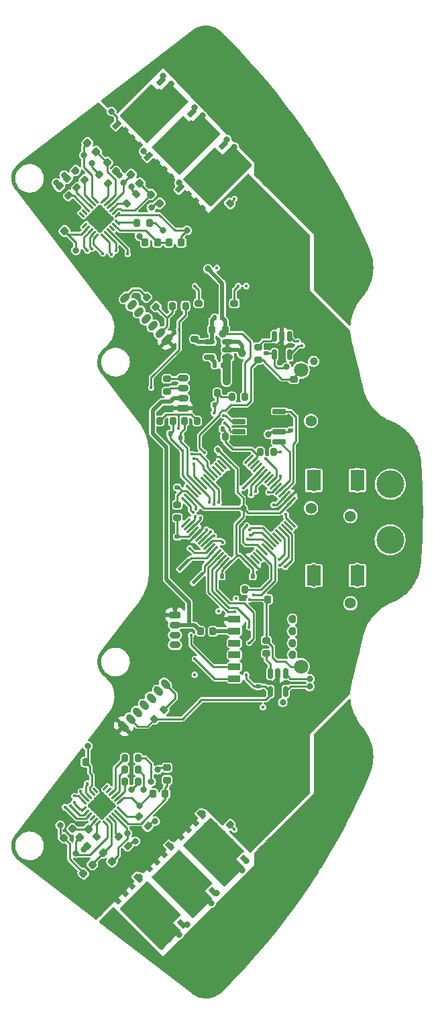
<source format=gbr>
%TF.GenerationSoftware,KiCad,Pcbnew,(6.0.11)*%
%TF.CreationDate,2024-04-02T23:15:32+09:00*%
%TF.ProjectId,ORION_VV_driver_v4,4f52494f-4e5f-4565-965f-647269766572,rev?*%
%TF.SameCoordinates,Original*%
%TF.FileFunction,Copper,L4,Bot*%
%TF.FilePolarity,Positive*%
%FSLAX46Y46*%
G04 Gerber Fmt 4.6, Leading zero omitted, Abs format (unit mm)*
G04 Created by KiCad (PCBNEW (6.0.11)) date 2024-04-02 23:15:32*
%MOMM*%
%LPD*%
G01*
G04 APERTURE LIST*
G04 Aperture macros list*
%AMRoundRect*
0 Rectangle with rounded corners*
0 $1 Rounding radius*
0 $2 $3 $4 $5 $6 $7 $8 $9 X,Y pos of 4 corners*
0 Add a 4 corners polygon primitive as box body*
4,1,4,$2,$3,$4,$5,$6,$7,$8,$9,$2,$3,0*
0 Add four circle primitives for the rounded corners*
1,1,$1+$1,$2,$3*
1,1,$1+$1,$4,$5*
1,1,$1+$1,$6,$7*
1,1,$1+$1,$8,$9*
0 Add four rect primitives between the rounded corners*
20,1,$1+$1,$2,$3,$4,$5,0*
20,1,$1+$1,$4,$5,$6,$7,0*
20,1,$1+$1,$6,$7,$8,$9,0*
20,1,$1+$1,$8,$9,$2,$3,0*%
%AMHorizOval*
0 Thick line with rounded ends*
0 $1 width*
0 $2 $3 position (X,Y) of the first rounded end (center of the circle)*
0 $4 $5 position (X,Y) of the second rounded end (center of the circle)*
0 Add line between two ends*
20,1,$1,$2,$3,$4,$5,0*
0 Add two circle primitives to create the rounded ends*
1,1,$1,$2,$3*
1,1,$1,$4,$5*%
%AMRotRect*
0 Rectangle, with rotation*
0 The origin of the aperture is its center*
0 $1 length*
0 $2 width*
0 $3 Rotation angle, in degrees counterclockwise*
0 Add horizontal line*
21,1,$1,$2,0,0,$3*%
%AMFreePoly0*
4,1,9,2.975000,-2.350000,1.425000,-2.350000,1.425000,-2.100000,-1.650000,-2.100000,-1.650000,2.100000,1.425000,2.100000,1.425000,2.350000,2.975000,2.350000,2.975000,-2.350000,2.975000,-2.350000,$1*%
G04 Aperture macros list end*
%TA.AperFunction,ComponentPad*%
%ADD10RoundRect,0.225000X0.475000X-0.225000X0.475000X0.225000X-0.475000X0.225000X-0.475000X-0.225000X0*%
%TD*%
%TA.AperFunction,ComponentPad*%
%ADD11O,1.400000X0.900000*%
%TD*%
%TA.AperFunction,ComponentPad*%
%ADD12C,1.800000*%
%TD*%
%TA.AperFunction,ComponentPad*%
%ADD13C,1.400000*%
%TD*%
%TA.AperFunction,ComponentPad*%
%ADD14R,3.500000X3.500000*%
%TD*%
%TA.AperFunction,ComponentPad*%
%ADD15C,3.500000*%
%TD*%
%TA.AperFunction,ComponentPad*%
%ADD16RoundRect,0.225000X0.494975X0.176777X0.176777X0.494975X-0.494975X-0.176777X-0.176777X-0.494975X0*%
%TD*%
%TA.AperFunction,ComponentPad*%
%ADD17HorizOval,0.900000X0.176777X0.176777X-0.176777X-0.176777X0*%
%TD*%
%TA.AperFunction,ComponentPad*%
%ADD18RoundRect,0.225000X-0.475000X0.225000X-0.475000X-0.225000X0.475000X-0.225000X0.475000X0.225000X0*%
%TD*%
%TA.AperFunction,ComponentPad*%
%ADD19RoundRect,0.225000X0.176777X-0.494975X0.494975X-0.176777X-0.176777X0.494975X-0.494975X0.176777X0*%
%TD*%
%TA.AperFunction,ComponentPad*%
%ADD20HorizOval,0.900000X-0.176777X0.176777X0.176777X-0.176777X0*%
%TD*%
%TA.AperFunction,ComponentPad*%
%ADD21RoundRect,0.225000X-0.575000X0.225000X-0.575000X-0.225000X0.575000X-0.225000X0.575000X0.225000X0*%
%TD*%
%TA.AperFunction,SMDPad,CuDef*%
%ADD22RoundRect,0.140000X0.140000X0.170000X-0.140000X0.170000X-0.140000X-0.170000X0.140000X-0.170000X0*%
%TD*%
%TA.AperFunction,SMDPad,CuDef*%
%ADD23RoundRect,0.200000X-0.275000X0.200000X-0.275000X-0.200000X0.275000X-0.200000X0.275000X0.200000X0*%
%TD*%
%TA.AperFunction,SMDPad,CuDef*%
%ADD24RoundRect,0.200000X0.053033X-0.335876X0.335876X-0.053033X-0.053033X0.335876X-0.335876X0.053033X0*%
%TD*%
%TA.AperFunction,SMDPad,CuDef*%
%ADD25RoundRect,0.200000X0.275000X-0.200000X0.275000X0.200000X-0.275000X0.200000X-0.275000X-0.200000X0*%
%TD*%
%TA.AperFunction,SMDPad,CuDef*%
%ADD26RoundRect,0.200000X0.200000X0.275000X-0.200000X0.275000X-0.200000X-0.275000X0.200000X-0.275000X0*%
%TD*%
%TA.AperFunction,SMDPad,CuDef*%
%ADD27RoundRect,0.225000X-0.335876X-0.017678X-0.017678X-0.335876X0.335876X0.017678X0.017678X0.335876X0*%
%TD*%
%TA.AperFunction,SMDPad,CuDef*%
%ADD28RoundRect,0.200000X-0.200000X-0.275000X0.200000X-0.275000X0.200000X0.275000X-0.200000X0.275000X0*%
%TD*%
%TA.AperFunction,SMDPad,CuDef*%
%ADD29RotRect,0.700000X1.150000X45.000000*%
%TD*%
%TA.AperFunction,SMDPad,CuDef*%
%ADD30FreePoly0,315.000000*%
%TD*%
%TA.AperFunction,SMDPad,CuDef*%
%ADD31RoundRect,0.140000X-0.140000X-0.170000X0.140000X-0.170000X0.140000X0.170000X-0.140000X0.170000X0*%
%TD*%
%TA.AperFunction,SMDPad,CuDef*%
%ADD32RoundRect,0.140000X-0.170000X0.140000X-0.170000X-0.140000X0.170000X-0.140000X0.170000X0.140000X0*%
%TD*%
%TA.AperFunction,SMDPad,CuDef*%
%ADD33RoundRect,0.200000X-0.335876X-0.053033X-0.053033X-0.335876X0.335876X0.053033X0.053033X0.335876X0*%
%TD*%
%TA.AperFunction,SMDPad,CuDef*%
%ADD34RoundRect,0.150000X0.725000X0.150000X-0.725000X0.150000X-0.725000X-0.150000X0.725000X-0.150000X0*%
%TD*%
%TA.AperFunction,SMDPad,CuDef*%
%ADD35RoundRect,0.218750X0.256250X-0.218750X0.256250X0.218750X-0.256250X0.218750X-0.256250X-0.218750X0*%
%TD*%
%TA.AperFunction,SMDPad,CuDef*%
%ADD36RoundRect,0.218750X-0.335876X-0.026517X-0.026517X-0.335876X0.335876X0.026517X0.026517X0.335876X0*%
%TD*%
%TA.AperFunction,SMDPad,CuDef*%
%ADD37RoundRect,0.062500X-0.220971X-0.309359X0.309359X0.220971X0.220971X0.309359X-0.309359X-0.220971X0*%
%TD*%
%TA.AperFunction,SMDPad,CuDef*%
%ADD38RoundRect,0.062500X0.220971X-0.309359X0.309359X-0.220971X-0.220971X0.309359X-0.309359X0.220971X0*%
%TD*%
%TA.AperFunction,ComponentPad*%
%ADD39C,0.500000*%
%TD*%
%TA.AperFunction,SMDPad,CuDef*%
%ADD40RotRect,2.600000X2.600000X45.000000*%
%TD*%
%TA.AperFunction,SMDPad,CuDef*%
%ADD41RoundRect,0.218750X-0.218750X-0.256250X0.218750X-0.256250X0.218750X0.256250X-0.218750X0.256250X0*%
%TD*%
%TA.AperFunction,SMDPad,CuDef*%
%ADD42RoundRect,0.150000X-0.150000X0.512500X-0.150000X-0.512500X0.150000X-0.512500X0.150000X0.512500X0*%
%TD*%
%TA.AperFunction,SMDPad,CuDef*%
%ADD43RoundRect,0.140000X0.021213X-0.219203X0.219203X-0.021213X-0.021213X0.219203X-0.219203X0.021213X0*%
%TD*%
%TA.AperFunction,SMDPad,CuDef*%
%ADD44RoundRect,0.140000X0.170000X-0.140000X0.170000X0.140000X-0.170000X0.140000X-0.170000X-0.140000X0*%
%TD*%
%TA.AperFunction,SMDPad,CuDef*%
%ADD45RoundRect,0.225000X0.225000X0.250000X-0.225000X0.250000X-0.225000X-0.250000X0.225000X-0.250000X0*%
%TD*%
%TA.AperFunction,SMDPad,CuDef*%
%ADD46RoundRect,0.218750X-0.026517X0.335876X-0.335876X0.026517X0.026517X-0.335876X0.335876X-0.026517X0*%
%TD*%
%TA.AperFunction,SMDPad,CuDef*%
%ADD47RotRect,0.700000X1.150000X135.000000*%
%TD*%
%TA.AperFunction,SMDPad,CuDef*%
%ADD48FreePoly0,45.000000*%
%TD*%
%TA.AperFunction,SMDPad,CuDef*%
%ADD49RoundRect,0.225000X-0.250000X0.225000X-0.250000X-0.225000X0.250000X-0.225000X0.250000X0.225000X0*%
%TD*%
%TA.AperFunction,SMDPad,CuDef*%
%ADD50RoundRect,0.200000X0.335876X0.053033X0.053033X0.335876X-0.335876X-0.053033X-0.053033X-0.335876X0*%
%TD*%
%TA.AperFunction,SMDPad,CuDef*%
%ADD51RoundRect,0.150000X-0.512500X-0.150000X0.512500X-0.150000X0.512500X0.150000X-0.512500X0.150000X0*%
%TD*%
%TA.AperFunction,SMDPad,CuDef*%
%ADD52RoundRect,0.200000X-0.053033X0.335876X-0.335876X0.053033X0.053033X-0.335876X0.335876X-0.053033X0*%
%TD*%
%TA.AperFunction,SMDPad,CuDef*%
%ADD53RotRect,0.400000X1.900000X315.000000*%
%TD*%
%TA.AperFunction,SMDPad,CuDef*%
%ADD54RoundRect,0.225000X0.017678X-0.335876X0.335876X-0.017678X-0.017678X0.335876X-0.335876X0.017678X0*%
%TD*%
%TA.AperFunction,SMDPad,CuDef*%
%ADD55RoundRect,0.075000X-0.441942X-0.548008X0.548008X0.441942X0.441942X0.548008X-0.548008X-0.441942X0*%
%TD*%
%TA.AperFunction,SMDPad,CuDef*%
%ADD56RoundRect,0.075000X0.441942X-0.548008X0.548008X-0.441942X-0.441942X0.548008X-0.548008X0.441942X0*%
%TD*%
%TA.AperFunction,SMDPad,CuDef*%
%ADD57R,1.800000X2.500000*%
%TD*%
%TA.AperFunction,SMDPad,CuDef*%
%ADD58RoundRect,0.062500X-0.309359X0.220971X0.220971X-0.309359X0.309359X-0.220971X-0.220971X0.309359X0*%
%TD*%
%TA.AperFunction,SMDPad,CuDef*%
%ADD59RoundRect,0.062500X-0.309359X-0.220971X-0.220971X-0.309359X0.309359X0.220971X0.220971X0.309359X0*%
%TD*%
%TA.AperFunction,SMDPad,CuDef*%
%ADD60RotRect,2.600000X2.600000X315.000000*%
%TD*%
%TA.AperFunction,SMDPad,CuDef*%
%ADD61RoundRect,0.225000X-0.225000X-0.250000X0.225000X-0.250000X0.225000X0.250000X-0.225000X0.250000X0*%
%TD*%
%TA.AperFunction,SMDPad,CuDef*%
%ADD62RoundRect,0.218750X0.218750X0.256250X-0.218750X0.256250X-0.218750X-0.256250X0.218750X-0.256250X0*%
%TD*%
%TA.AperFunction,SMDPad,CuDef*%
%ADD63RoundRect,0.225000X0.335876X0.017678X0.017678X0.335876X-0.335876X-0.017678X-0.017678X-0.335876X0*%
%TD*%
%TA.AperFunction,ViaPad*%
%ADD64C,0.800000*%
%TD*%
%TA.AperFunction,ViaPad*%
%ADD65C,0.400000*%
%TD*%
%TA.AperFunction,ViaPad*%
%ADD66C,1.000000*%
%TD*%
%TA.AperFunction,Conductor*%
%ADD67C,0.250000*%
%TD*%
%TA.AperFunction,Conductor*%
%ADD68C,0.500000*%
%TD*%
%TA.AperFunction,Conductor*%
%ADD69C,1.000000*%
%TD*%
G04 APERTURE END LIST*
D10*
%TO.P,J2,1,Pin_1*%
%TO.N,GND*%
X108500000Y-86875000D03*
D11*
%TO.P,J2,2,Pin_2*%
%TO.N,+5V*%
X108500000Y-85625000D03*
%TO.P,J2,3,Pin_3*%
%TO.N,/CAN_H*%
X108500000Y-84375000D03*
%TO.P,J2,4,Pin_4*%
%TO.N,/CAN_L*%
X108500000Y-83125000D03*
%TD*%
D12*
%TO.P,J16,1,Pin_1*%
%TO.N,/M1_CS*%
X123400000Y-119500000D03*
%TD*%
%TO.P,J19,1,Pin_1*%
%TO.N,GND*%
X123400000Y-112100000D03*
%TD*%
D13*
%TO.P,J11,*%
%TO.N,*%
X124675000Y-99500000D03*
X124675000Y-88500000D03*
D14*
%TO.P,J11,1,Pin_1*%
%TO.N,GND*%
X134675000Y-91500000D03*
D15*
%TO.P,J11,2,Pin_2*%
%TO.N,+BATT*%
X134675000Y-96500000D03*
%TD*%
D16*
%TO.P,J6,1,Pin_1*%
%TO.N,GND*%
X106505204Y-78298097D03*
D17*
%TO.P,J6,2,Pin_2*%
%TO.N,+3V3*%
X105621321Y-77414214D03*
%TO.P,J6,3,Pin_3*%
%TO.N,/NSS_ENC0*%
X104737437Y-76530330D03*
%TO.P,J6,4,Pin_4*%
%TO.N,/SPI_CLK*%
X103853554Y-75646447D03*
%TO.P,J6,5,Pin_5*%
%TO.N,/SPI_MISO*%
X102969670Y-74762563D03*
%TO.P,J6,6,Pin_6*%
%TO.N,/SPI_MOSI*%
X102085787Y-73878680D03*
%TO.P,J6,7,Pin_7*%
%TO.N,/TEMP_1*%
X101201903Y-72994796D03*
%TD*%
D18*
%TO.P,J3,1,Pin_1*%
%TO.N,GND*%
X107500000Y-113000000D03*
D11*
%TO.P,J3,2,Pin_2*%
%TO.N,+5V*%
X107500000Y-114250000D03*
%TO.P,J3,3,Pin_3*%
%TO.N,/CAN_H*%
X107500000Y-115500000D03*
%TO.P,J3,4,Pin_4*%
%TO.N,/CAN_L*%
X107500000Y-116750000D03*
%TD*%
D13*
%TO.P,J15,*%
%TO.N,*%
X129650000Y-111500000D03*
X129650000Y-100500000D03*
D14*
%TO.P,J15,1,Pin_1*%
%TO.N,GND*%
X134650000Y-108500000D03*
D15*
%TO.P,J15,2,Pin_2*%
%TO.N,+BATT*%
X134650000Y-103500000D03*
%TD*%
D12*
%TO.P,J17,1,Pin_1*%
%TO.N,GND*%
X123400000Y-85600000D03*
%TD*%
D19*
%TO.P,J5,1,Pin_1*%
%TO.N,GND*%
X101000000Y-127000000D03*
D20*
%TO.P,J5,2,Pin_2*%
%TO.N,+3V3*%
X101883883Y-126116117D03*
%TO.P,J5,3,Pin_3*%
%TO.N,/NSS_ENC1*%
X102767767Y-125232233D03*
%TO.P,J5,4,Pin_4*%
%TO.N,/SPI_CLK*%
X103651650Y-124348350D03*
%TO.P,J5,5,Pin_5*%
%TO.N,/SPI_MISO*%
X104535534Y-123464466D03*
%TO.P,J5,6,Pin_6*%
%TO.N,/SPI_MOSI*%
X105419417Y-122580583D03*
%TO.P,J5,7,Pin_7*%
%TO.N,/TEMP_0*%
X106303301Y-121696699D03*
%TD*%
D21*
%TO.P,J4,1,Pin_1*%
%TO.N,GND*%
X115000000Y-113500000D03*
%TO.P,J4,2,Pin_2*%
%TO.N,Net-(D5-Pad2)*%
X115000000Y-115000000D03*
%TO.P,J4,3,Pin_3*%
%TO.N,/SWCLK*%
X115000000Y-116500000D03*
%TO.P,J4,4,Pin_4*%
%TO.N,/SWDIO*%
X115000000Y-118000000D03*
%TO.P,J4,5,Pin_5*%
%TO.N,/UART1_TX*%
X115000000Y-119500000D03*
%TO.P,J4,6,Pin_6*%
%TO.N,/UART1_RX*%
X115000000Y-121000000D03*
%TD*%
D12*
%TO.P,J18,1,Pin_1*%
%TO.N,/M0_CS*%
X123400000Y-82100000D03*
%TD*%
D22*
%TO.P,C7,1*%
%TO.N,GND*%
X114380000Y-108100000D03*
%TO.P,C7,2*%
%TO.N,+3V3*%
X113420000Y-108100000D03*
%TD*%
D23*
%TO.P,FB1,1*%
%TO.N,+3V3*%
X107800000Y-99075000D03*
%TO.P,FB1,2*%
%TO.N,Net-(C11-Pad2)*%
X107800000Y-100725000D03*
%TD*%
D24*
%TO.P,R25,1*%
%TO.N,Net-(GD2-Pad16)*%
X101416637Y-61083363D03*
%TO.P,R25,2*%
%TO.N,Net-(Q7-Pad4)*%
X102583363Y-59916637D03*
%TD*%
D25*
%TO.P,R32,1*%
%TO.N,GND*%
X110000000Y-79825000D03*
%TO.P,R32,2*%
%TO.N,Net-(C47-Pad2)*%
X110000000Y-78175000D03*
%TD*%
D26*
%TO.P,R5,1*%
%TO.N,/NRST*%
X108825000Y-74000000D03*
%TO.P,R5,2*%
%TO.N,+3V3*%
X107175000Y-74000000D03*
%TD*%
%TO.P,R10,1*%
%TO.N,+BATT*%
X119925000Y-92400000D03*
%TO.P,R10,2*%
%TO.N,/BATT_V_SENS*%
X118275000Y-92400000D03*
%TD*%
D22*
%TO.P,C47,1*%
%TO.N,+9V*%
X113460000Y-75500000D03*
%TO.P,C47,2*%
%TO.N,Net-(C47-Pad2)*%
X112500000Y-75500000D03*
%TD*%
D27*
%TO.P,C22,1*%
%TO.N,/M0_U*%
X96451992Y-53451992D03*
%TO.P,C22,2*%
%TO.N,Net-(C22-Pad2)*%
X97548008Y-54548008D03*
%TD*%
D28*
%TO.P,R2,1*%
%TO.N,GND*%
X120675000Y-115000000D03*
%TO.P,R2,2*%
%TO.N,Net-(D2-Pad1)*%
X122325000Y-115000000D03*
%TD*%
D27*
%TO.P,C21,1*%
%TO.N,/M0_V*%
X101951992Y-57451992D03*
%TO.P,C21,2*%
%TO.N,Net-(C21-Pad2)*%
X103048008Y-58548008D03*
%TD*%
D29*
%TO.P,Q10,1,S*%
%TO.N,GND*%
X100144778Y-148845926D03*
%TO.P,Q10,2,S*%
X101042804Y-147947901D03*
%TO.P,Q10,3,S*%
X101947901Y-147042804D03*
%TO.P,Q10,4,G*%
%TO.N,Net-(Q10-Pad4)*%
X102845926Y-146144778D03*
D30*
%TO.P,Q10,5,D*%
%TO.N,/M1_W*%
X103807591Y-149807591D03*
%TD*%
D28*
%TO.P,R24,1*%
%TO.N,Net-(GD1-Pad10)*%
X101175000Y-132500000D03*
%TO.P,R24,2*%
%TO.N,Net-(Q6-Pad4)*%
X102825000Y-132500000D03*
%TD*%
D24*
%TO.P,TH1,1*%
%TO.N,/TEMP_FET_0*%
X114416637Y-61083363D03*
%TO.P,TH1,2*%
%TO.N,GND*%
X115583363Y-59916637D03*
%TD*%
D31*
%TO.P,C16,1*%
%TO.N,GND*%
X112520000Y-89500000D03*
%TO.P,C16,2*%
%TO.N,/BATT_V_SENS*%
X113480000Y-89500000D03*
%TD*%
D32*
%TO.P,C15,1*%
%TO.N,GND*%
X118000000Y-121020000D03*
%TO.P,C15,2*%
%TO.N,+3V3*%
X118000000Y-121980000D03*
%TD*%
D33*
%TO.P,R18,1*%
%TO.N,Net-(GD1-Pad13)*%
X102916637Y-138416637D03*
%TO.P,R18,2*%
%TO.N,Net-(Q1-Pad4)*%
X104083363Y-139583363D03*
%TD*%
D34*
%TO.P,U3,1,TXD*%
%TO.N,/CAN_TX*%
X120675000Y-87295000D03*
%TO.P,U3,2,GND*%
%TO.N,GND*%
X120675000Y-88565000D03*
%TO.P,U3,3,VDD*%
%TO.N,+3V3*%
X120675000Y-89835000D03*
%TO.P,U3,4,RXD*%
%TO.N,/CAN_RX*%
X120675000Y-91105000D03*
%TO.P,U3,5,SHDN*%
%TO.N,GND*%
X115525000Y-91105000D03*
%TO.P,U3,6,CANL*%
%TO.N,/CAN_L*%
X115525000Y-89835000D03*
%TO.P,U3,7,CANH*%
%TO.N,/CAN_H*%
X115525000Y-88565000D03*
%TO.P,U3,8,RS*%
%TO.N,GND*%
X115525000Y-87295000D03*
%TD*%
D35*
%TO.P,D8,1,K*%
%TO.N,Net-(C19-Pad2)*%
X106500000Y-133787500D03*
%TO.P,D8,2,A*%
%TO.N,+9V*%
X106500000Y-132212500D03*
%TD*%
D27*
%TO.P,C43,1*%
%TO.N,GND*%
X118451992Y-140451992D03*
%TO.P,C43,2*%
%TO.N,/M1_CSL*%
X119548008Y-141548008D03*
%TD*%
%TO.P,C40,1*%
%TO.N,GND*%
X97951992Y-150451992D03*
%TO.P,C40,2*%
%TO.N,/M1_CSL*%
X99048008Y-151548008D03*
%TD*%
D36*
%TO.P,D10,1,K*%
%TO.N,Net-(C21-Pad2)*%
X104443153Y-59943153D03*
%TO.P,D10,2,A*%
%TO.N,+9V*%
X105556847Y-61056847D03*
%TD*%
D26*
%TO.P,R35,1*%
%TO.N,/GD_V_SENS*%
X112825000Y-85000000D03*
%TO.P,R35,2*%
%TO.N,GND*%
X111175000Y-85000000D03*
%TD*%
D29*
%TO.P,Q5,1,S*%
%TO.N,/M1_V*%
X109644778Y-150538335D03*
%TO.P,Q5,2,S*%
X110542804Y-149640310D03*
%TO.P,Q5,3,S*%
X111447901Y-148735213D03*
%TO.P,Q5,4,G*%
%TO.N,Net-(Q5-Pad4)*%
X112345926Y-147837187D03*
D30*
%TO.P,Q5,5,D*%
%TO.N,/M1_CSL*%
X113307591Y-151500000D03*
%TD*%
D37*
%TO.P,GD2,1,LIN1*%
%TO.N,/M0_UL*%
X97513864Y-65253903D03*
%TO.P,GD2,2,LIN2*%
%TO.N,/M0_VL*%
X97160311Y-64900349D03*
%TO.P,GD2,3,LIN3*%
%TO.N,/M0_WL*%
X96806757Y-64546796D03*
%TO.P,GD2,4,VCC*%
%TO.N,+9V*%
X96453204Y-64193243D03*
%TO.P,GD2,5,NC*%
%TO.N,unconnected-(GD2-Pad5)*%
X96099651Y-63839689D03*
%TO.P,GD2,6,COM*%
%TO.N,GND*%
X95746097Y-63486136D03*
D38*
%TO.P,GD2,7,NC*%
%TO.N,unconnected-(GD2-Pad7)*%
X95746097Y-62513864D03*
%TO.P,GD2,8,NC*%
%TO.N,unconnected-(GD2-Pad8)*%
X96099651Y-62160311D03*
%TO.P,GD2,9,LO3*%
%TO.N,Net-(GD2-Pad9)*%
X96453204Y-61806757D03*
%TO.P,GD2,10,LO2*%
%TO.N,Net-(GD2-Pad10)*%
X96806757Y-61453204D03*
%TO.P,GD2,11,LO1*%
%TO.N,Net-(GD2-Pad11)*%
X97160311Y-61099651D03*
%TO.P,GD2,12,VS3*%
%TO.N,/M0_U*%
X97513864Y-60746097D03*
D37*
%TO.P,GD2,13,HO3*%
%TO.N,Net-(GD2-Pad13)*%
X98486136Y-60746097D03*
%TO.P,GD2,14,VB3*%
%TO.N,Net-(C22-Pad2)*%
X98839689Y-61099651D03*
%TO.P,GD2,15,VS2*%
%TO.N,/M0_V*%
X99193243Y-61453204D03*
%TO.P,GD2,16,HO2*%
%TO.N,Net-(GD2-Pad16)*%
X99546796Y-61806757D03*
%TO.P,GD2,17,VB2*%
%TO.N,Net-(C21-Pad2)*%
X99900349Y-62160311D03*
%TO.P,GD2,18,VS1*%
%TO.N,/M0_W*%
X100253903Y-62513864D03*
D38*
%TO.P,GD2,19,HO1*%
%TO.N,Net-(GD2-Pad19)*%
X100253903Y-63486136D03*
%TO.P,GD2,20,VB1*%
%TO.N,Net-(C20-Pad2)*%
X99900349Y-63839689D03*
%TO.P,GD2,21,NC*%
%TO.N,unconnected-(GD2-Pad21)*%
X99546796Y-64193243D03*
%TO.P,GD2,22,HIN1*%
%TO.N,/M0_UH*%
X99193243Y-64546796D03*
%TO.P,GD2,23,HIN2*%
%TO.N,/M0_VH*%
X98839689Y-64900349D03*
%TO.P,GD2,24,HIN3*%
%TO.N,/M0_WH*%
X98486136Y-65253903D03*
D39*
%TO.P,GD2,25,PAD*%
%TO.N,GND*%
X97257538Y-62257538D03*
D40*
X98000000Y-63000000D03*
D39*
X98000000Y-64484924D03*
X97257538Y-63742462D03*
X99484924Y-63000000D03*
X98742462Y-63742462D03*
X98742462Y-62257538D03*
X98000000Y-61515076D03*
X98000000Y-63000000D03*
X96515076Y-63000000D03*
%TD*%
D32*
%TO.P,C9,1*%
%TO.N,GND*%
X122100000Y-88720000D03*
%TO.P,C9,2*%
%TO.N,+3V3*%
X122100000Y-89680000D03*
%TD*%
D41*
%TO.P,D5,1,K*%
%TO.N,+5V*%
X110712500Y-115000000D03*
%TO.P,D5,2,A*%
%TO.N,Net-(D5-Pad2)*%
X112287500Y-115000000D03*
%TD*%
D42*
%TO.P,U5,1,OUT*%
%TO.N,Net-(R8-Pad2)*%
X119550000Y-120362500D03*
%TO.P,U5,2,GND*%
%TO.N,GND*%
X120500000Y-120362500D03*
%TO.P,U5,3,S+*%
%TO.N,+BATT*%
X121450000Y-120362500D03*
%TO.P,U5,4,S-*%
%TO.N,/M1_CSL*%
X121450000Y-122637500D03*
%TO.P,U5,5,Vcc*%
%TO.N,+3V3*%
X119550000Y-122637500D03*
%TD*%
D43*
%TO.P,C5,1*%
%TO.N,GND*%
X112260589Y-92839411D03*
%TO.P,C5,2*%
%TO.N,+3V3*%
X112939411Y-92160589D03*
%TD*%
D44*
%TO.P,C11,1*%
%TO.N,GND*%
X107800000Y-104080000D03*
%TO.P,C11,2*%
%TO.N,Net-(C11-Pad2)*%
X107800000Y-103120000D03*
%TD*%
D27*
%TO.P,C42,1*%
%TO.N,GND*%
X117451992Y-141451992D03*
%TO.P,C42,2*%
%TO.N,/M1_CSL*%
X118548008Y-142548008D03*
%TD*%
D45*
%TO.P,C12,1*%
%TO.N,GND*%
X97775000Y-131500000D03*
%TO.P,C12,2*%
%TO.N,+9V*%
X96225000Y-131500000D03*
%TD*%
D26*
%TO.P,R37,1*%
%TO.N,+3V3*%
X110325000Y-88500000D03*
%TO.P,R37,2*%
%TO.N,/TEMP_FET_1*%
X108675000Y-88500000D03*
%TD*%
D46*
%TO.P,D6,1,K*%
%TO.N,Net-(C17-Pad2)*%
X94556847Y-139943153D03*
%TO.P,D6,2,A*%
%TO.N,+9V*%
X93443153Y-141056847D03*
%TD*%
D29*
%TO.P,Q2,1,S*%
%TO.N,GND*%
X108144778Y-140845926D03*
%TO.P,Q2,2,S*%
X109042804Y-139947901D03*
%TO.P,Q2,3,S*%
X109947901Y-139042804D03*
%TO.P,Q2,4,G*%
%TO.N,Net-(Q2-Pad4)*%
X110845926Y-138144778D03*
D30*
%TO.P,Q2,5,D*%
%TO.N,/M1_U*%
X111807591Y-141807591D03*
%TD*%
D47*
%TO.P,Q4,1,S*%
%TO.N,GND*%
X102845926Y-53855222D03*
%TO.P,Q4,2,S*%
X101947901Y-52957196D03*
%TO.P,Q4,3,S*%
X101042804Y-52052099D03*
%TO.P,Q4,4,G*%
%TO.N,Net-(Q4-Pad4)*%
X100144778Y-51154074D03*
D48*
%TO.P,Q4,5,D*%
%TO.N,/M0_U*%
X103807591Y-50192409D03*
%TD*%
D28*
%TO.P,R4,1*%
%TO.N,GND*%
X120675000Y-118000000D03*
%TO.P,R4,2*%
%TO.N,Net-(D4-Pad1)*%
X122325000Y-118000000D03*
%TD*%
%TO.P,R3,1*%
%TO.N,GND*%
X120675000Y-113500000D03*
%TO.P,R3,2*%
%TO.N,Net-(D3-Pad1)*%
X122325000Y-113500000D03*
%TD*%
D49*
%TO.P,C24,1*%
%TO.N,/M0_CS*%
X122500000Y-83225000D03*
%TO.P,C24,2*%
%TO.N,GND*%
X122500000Y-84775000D03*
%TD*%
D50*
%TO.P,R21,1*%
%TO.N,Net-(GD2-Pad13)*%
X99083363Y-58583363D03*
%TO.P,R21,2*%
%TO.N,Net-(Q3-Pad4)*%
X97916637Y-57416637D03*
%TD*%
D29*
%TO.P,Q9,1,S*%
%TO.N,/M1_W*%
X105644778Y-154614070D03*
%TO.P,Q9,2,S*%
X106542804Y-153716045D03*
%TO.P,Q9,3,S*%
X107447901Y-152810948D03*
%TO.P,Q9,4,G*%
%TO.N,Net-(Q9-Pad4)*%
X108345926Y-151912922D03*
D30*
%TO.P,Q9,5,D*%
%TO.N,/M1_CSL*%
X109307591Y-155575735D03*
%TD*%
D47*
%TO.P,Q7,1,S*%
%TO.N,/M0_V*%
X112345926Y-52355222D03*
%TO.P,Q7,2,S*%
X111447901Y-51457196D03*
%TO.P,Q7,3,S*%
X110542804Y-50552099D03*
%TO.P,Q7,4,G*%
%TO.N,Net-(Q7-Pad4)*%
X109644778Y-49654074D03*
D48*
%TO.P,Q7,5,D*%
%TO.N,/M0_CSL*%
X113307591Y-48692409D03*
%TD*%
D51*
%TO.P,U1,1,BST*%
%TO.N,Net-(C46-Pad2)*%
X111862500Y-80450000D03*
%TO.P,U1,2,GND*%
%TO.N,GND*%
X111862500Y-79500000D03*
%TO.P,U1,3,FB*%
%TO.N,Net-(C47-Pad2)*%
X111862500Y-78550000D03*
%TO.P,U1,4,EN*%
%TO.N,+BATT*%
X114137500Y-78550000D03*
%TO.P,U1,5,VCC*%
X114137500Y-79500000D03*
%TO.P,U1,6,LX*%
%TO.N,Net-(C46-Pad1)*%
X114137500Y-80450000D03*
%TD*%
D47*
%TO.P,Q8,1,S*%
%TO.N,GND*%
X106845926Y-57855222D03*
%TO.P,Q8,2,S*%
X105947901Y-56957196D03*
%TO.P,Q8,3,S*%
X105042804Y-56052099D03*
%TO.P,Q8,4,G*%
%TO.N,Net-(Q8-Pad4)*%
X104144778Y-55154074D03*
D48*
%TO.P,Q8,5,D*%
%TO.N,/M0_V*%
X107807591Y-54192409D03*
%TD*%
D46*
%TO.P,D7,1,K*%
%TO.N,Net-(C18-Pad2)*%
X97056847Y-144443153D03*
%TO.P,D7,2,A*%
%TO.N,+9V*%
X95943153Y-145556847D03*
%TD*%
D28*
%TO.P,R36,1*%
%TO.N,+3V3*%
X105575000Y-88500000D03*
%TO.P,R36,2*%
%TO.N,/TEMP_FET_0*%
X107225000Y-88500000D03*
%TD*%
D52*
%TO.P,R15,1*%
%TO.N,/TEMP_0*%
X106083363Y-124916637D03*
%TO.P,R15,2*%
%TO.N,+3V3*%
X104916637Y-126083363D03*
%TD*%
D53*
%TO.P,Y1,1,1*%
%TO.N,/OSC_OUT*%
X108651472Y-106651472D03*
%TO.P,Y1,2,2*%
%TO.N,GND*%
X109500000Y-107500000D03*
%TO.P,Y1,3,3*%
%TO.N,/OSC_IN*%
X110348528Y-108348528D03*
%TD*%
D33*
%TO.P,TH2,1*%
%TO.N,/TEMP_FET_1*%
X114416637Y-139416637D03*
%TO.P,TH2,2*%
%TO.N,GND*%
X115583363Y-140583363D03*
%TD*%
D36*
%TO.P,D11,1,K*%
%TO.N,Net-(C22-Pad2)*%
X98943153Y-55943153D03*
%TO.P,D11,2,A*%
%TO.N,+9V*%
X100056847Y-57056847D03*
%TD*%
D45*
%TO.P,C20,1*%
%TO.N,/M0_W*%
X108275000Y-66000000D03*
%TO.P,C20,2*%
%TO.N,Net-(C20-Pad2)*%
X106725000Y-66000000D03*
%TD*%
D54*
%TO.P,C44,1*%
%TO.N,GND*%
X116951992Y-58548008D03*
%TO.P,C44,2*%
%TO.N,/M0_CSL*%
X118048008Y-57451992D03*
%TD*%
D25*
%TO.P,R16,1*%
%TO.N,GND*%
X110500000Y-75325000D03*
%TO.P,R16,2*%
%TO.N,Net-(D14-Pad1)*%
X110500000Y-73675000D03*
%TD*%
D55*
%TO.P,U4,1,VBAT*%
%TO.N,+3V3*%
X114138819Y-106664481D03*
%TO.P,U4,2,PC13*%
%TO.N,/LED_0*%
X113785266Y-106310928D03*
%TO.P,U4,3,PC14*%
%TO.N,/LED_1*%
X113431713Y-105957375D03*
%TO.P,U4,4,PC15*%
%TO.N,/LED_2*%
X113078159Y-105603821D03*
%TO.P,U4,5,PF0*%
%TO.N,/OSC_IN*%
X112724606Y-105250268D03*
%TO.P,U4,6,PF1*%
%TO.N,/OSC_OUT*%
X112371052Y-104896714D03*
%TO.P,U4,7,NRST*%
%TO.N,/NRST*%
X112017499Y-104543161D03*
%TO.P,U4,8,PC0*%
%TO.N,/SW0*%
X111663946Y-104189608D03*
%TO.P,U4,9,PC1*%
%TO.N,/SW1*%
X111310392Y-103836054D03*
%TO.P,U4,10,PC2*%
%TO.N,/SW2*%
X110956839Y-103482501D03*
%TO.P,U4,11,PC3*%
%TO.N,/SW3*%
X110603286Y-103128948D03*
%TO.P,U4,12,VSSA*%
%TO.N,GND*%
X110249732Y-102775394D03*
%TO.P,U4,13,VDDA*%
%TO.N,Net-(C11-Pad2)*%
X109896179Y-102421841D03*
%TO.P,U4,14,PA0*%
%TO.N,/M0_CS*%
X109542625Y-102068287D03*
%TO.P,U4,15,PA1*%
%TO.N,/GD_V_SENS*%
X109189072Y-101714734D03*
%TO.P,U4,16,PA2*%
%TO.N,unconnected-(U4-Pad16)*%
X108835519Y-101361181D03*
D56*
%TO.P,U4,17,PA3*%
%TO.N,/TEMP_0*%
X108835519Y-98638819D03*
%TO.P,U4,18,PF4*%
%TO.N,/TEMP_1*%
X109189072Y-98285266D03*
%TO.P,U4,19,VDD*%
%TO.N,+3V3*%
X109542625Y-97931713D03*
%TO.P,U4,20,PA4*%
%TO.N,/M1_CS*%
X109896179Y-97578159D03*
%TO.P,U4,21,PA5*%
%TO.N,/TEMP_FET_0*%
X110249732Y-97224606D03*
%TO.P,U4,22,PA6*%
%TO.N,/TEMP_FET_1*%
X110603286Y-96871052D03*
%TO.P,U4,23,PA7*%
%TO.N,/M0_UL*%
X110956839Y-96517499D03*
%TO.P,U4,24,PC4*%
%TO.N,/UART1_TX*%
X111310392Y-96163946D03*
%TO.P,U4,25,PC5*%
%TO.N,/UART1_RX*%
X111663946Y-95810392D03*
%TO.P,U4,26,PB0*%
%TO.N,/M0_VL*%
X112017499Y-95456839D03*
%TO.P,U4,27,PB1*%
%TO.N,/M0_WL*%
X112371052Y-95103286D03*
%TO.P,U4,28,PB2*%
%TO.N,unconnected-(U4-Pad28)*%
X112724606Y-94749732D03*
%TO.P,U4,29,PB10*%
%TO.N,unconnected-(U4-Pad29)*%
X113078159Y-94396179D03*
%TO.P,U4,30,PB11*%
%TO.N,unconnected-(U4-Pad30)*%
X113431713Y-94042625D03*
%TO.P,U4,31,VSS*%
%TO.N,GND*%
X113785266Y-93689072D03*
%TO.P,U4,32,VDD*%
%TO.N,+3V3*%
X114138819Y-93335519D03*
D55*
%TO.P,U4,33,PB12*%
%TO.N,unconnected-(U4-Pad33)*%
X116861181Y-93335519D03*
%TO.P,U4,34,PB13*%
%TO.N,/BATT_V_SENS*%
X117214734Y-93689072D03*
%TO.P,U4,35,PB14*%
%TO.N,unconnected-(U4-Pad35)*%
X117568287Y-94042625D03*
%TO.P,U4,36,PB15*%
%TO.N,unconnected-(U4-Pad36)*%
X117921841Y-94396179D03*
%TO.P,U4,37,PC6*%
%TO.N,/M1_UH*%
X118275394Y-94749732D03*
%TO.P,U4,38,PC7*%
%TO.N,/M1_VH*%
X118628948Y-95103286D03*
%TO.P,U4,39,PC8*%
%TO.N,/M1_WH*%
X118982501Y-95456839D03*
%TO.P,U4,40,PC9*%
%TO.N,unconnected-(U4-Pad40)*%
X119336054Y-95810392D03*
%TO.P,U4,41,PA8*%
%TO.N,/M0_UH*%
X119689608Y-96163946D03*
%TO.P,U4,42,PA9*%
%TO.N,/M0_VH*%
X120043161Y-96517499D03*
%TO.P,U4,43,PA10*%
%TO.N,/M0_WH*%
X120396714Y-96871052D03*
%TO.P,U4,44,PA11*%
%TO.N,/CAN_RX*%
X120750268Y-97224606D03*
%TO.P,U4,45,PA12*%
%TO.N,/CAN_TX*%
X121103821Y-97578159D03*
%TO.P,U4,46,PA13*%
%TO.N,/SWDIO*%
X121457375Y-97931713D03*
%TO.P,U4,47,VSS*%
%TO.N,GND*%
X121810928Y-98285266D03*
%TO.P,U4,48,VDD*%
%TO.N,+3V3*%
X122164481Y-98638819D03*
D56*
%TO.P,U4,49,PA14*%
%TO.N,/SWCLK*%
X122164481Y-101361181D03*
%TO.P,U4,50,PA15*%
%TO.N,unconnected-(U4-Pad50)*%
X121810928Y-101714734D03*
%TO.P,U4,51,PC10*%
%TO.N,/M1_UL*%
X121457375Y-102068287D03*
%TO.P,U4,52,PC11*%
%TO.N,/M1_VL*%
X121103821Y-102421841D03*
%TO.P,U4,53,PC12*%
%TO.N,/M1_WL*%
X120750268Y-102775394D03*
%TO.P,U4,54,PD2*%
%TO.N,unconnected-(U4-Pad54)*%
X120396714Y-103128948D03*
%TO.P,U4,55,PB3*%
%TO.N,/SPI_CLK*%
X120043161Y-103482501D03*
%TO.P,U4,56,PB4*%
%TO.N,/SPI_MISO*%
X119689608Y-103836054D03*
%TO.P,U4,57,PB5*%
%TO.N,/SPI_MOSI*%
X119336054Y-104189608D03*
%TO.P,U4,58,PB6*%
%TO.N,/NSS_ENC1*%
X118982501Y-104543161D03*
%TO.P,U4,59,PB7*%
%TO.N,/NSS_ENC0*%
X118628948Y-104896714D03*
%TO.P,U4,60,BOOT0*%
%TO.N,Net-(R7-Pad2)*%
X118275394Y-105250268D03*
%TO.P,U4,61,PB8*%
%TO.N,unconnected-(U4-Pad61)*%
X117921841Y-105603821D03*
%TO.P,U4,62,PB9*%
%TO.N,unconnected-(U4-Pad62)*%
X117568287Y-105957375D03*
%TO.P,U4,63,VSS*%
%TO.N,GND*%
X117214734Y-106310928D03*
%TO.P,U4,64,VDD*%
%TO.N,+3V3*%
X116861181Y-106664481D03*
%TD*%
D22*
%TO.P,C52,1*%
%TO.N,GND*%
X109180000Y-90600000D03*
%TO.P,C52,2*%
%TO.N,/TEMP_FET_1*%
X108220000Y-90600000D03*
%TD*%
D57*
%TO.P,D16,1,K*%
%TO.N,+BATT*%
X130500000Y-108000000D03*
%TO.P,D16,2,A*%
%TO.N,GND*%
X130500000Y-104000000D03*
%TD*%
D26*
%TO.P,R11,1*%
%TO.N,/BATT_V_SENS*%
X113825000Y-90500000D03*
%TO.P,R11,2*%
%TO.N,GND*%
X112175000Y-90500000D03*
%TD*%
D27*
%TO.P,C13,1*%
%TO.N,GND*%
X92451992Y-63451992D03*
%TO.P,C13,2*%
%TO.N,+9V*%
X93548008Y-64548008D03*
%TD*%
D25*
%TO.P,R17,1*%
%TO.N,GND*%
X115000000Y-75325000D03*
%TO.P,R17,2*%
%TO.N,Net-(D15-Pad1)*%
X115000000Y-73675000D03*
%TD*%
D29*
%TO.P,Q1,1,S*%
%TO.N,/M1_U*%
X113644778Y-146538335D03*
%TO.P,Q1,2,S*%
X114542804Y-145640310D03*
%TO.P,Q1,3,S*%
X115447901Y-144735213D03*
%TO.P,Q1,4,G*%
%TO.N,Net-(Q1-Pad4)*%
X116345926Y-143837187D03*
D30*
%TO.P,Q1,5,D*%
%TO.N,/M1_CSL*%
X117307591Y-147500000D03*
%TD*%
D25*
%TO.P,R6,1*%
%TO.N,/CAN_H*%
X106500000Y-84825000D03*
%TO.P,R6,2*%
%TO.N,/CAN_L*%
X106500000Y-83175000D03*
%TD*%
D58*
%TO.P,GD1,1,LIN1*%
%TO.N,/M1_UL*%
X96003635Y-136513864D03*
%TO.P,GD1,2,LIN2*%
%TO.N,/M1_VL*%
X96357189Y-136160311D03*
%TO.P,GD1,3,LIN3*%
%TO.N,/M1_WL*%
X96710742Y-135806757D03*
%TO.P,GD1,4,VCC*%
%TO.N,+9V*%
X97064295Y-135453204D03*
%TO.P,GD1,5,NC*%
%TO.N,unconnected-(GD1-Pad5)*%
X97417849Y-135099651D03*
%TO.P,GD1,6,COM*%
%TO.N,GND*%
X97771402Y-134746097D03*
D59*
%TO.P,GD1,7,NC*%
%TO.N,unconnected-(GD1-Pad7)*%
X98743674Y-134746097D03*
%TO.P,GD1,8,NC*%
%TO.N,unconnected-(GD1-Pad8)*%
X99097227Y-135099651D03*
%TO.P,GD1,9,LO3*%
%TO.N,Net-(GD1-Pad9)*%
X99450781Y-135453204D03*
%TO.P,GD1,10,LO2*%
%TO.N,Net-(GD1-Pad10)*%
X99804334Y-135806757D03*
%TO.P,GD1,11,LO1*%
%TO.N,Net-(GD1-Pad11)*%
X100157887Y-136160311D03*
%TO.P,GD1,12,VS3*%
%TO.N,/M1_U*%
X100511441Y-136513864D03*
D58*
%TO.P,GD1,13,HO3*%
%TO.N,Net-(GD1-Pad13)*%
X100511441Y-137486136D03*
%TO.P,GD1,14,VB3*%
%TO.N,Net-(C19-Pad2)*%
X100157887Y-137839689D03*
%TO.P,GD1,15,VS2*%
%TO.N,/M1_V*%
X99804334Y-138193243D03*
%TO.P,GD1,16,HO2*%
%TO.N,Net-(GD1-Pad16)*%
X99450781Y-138546796D03*
%TO.P,GD1,17,VB2*%
%TO.N,Net-(C18-Pad2)*%
X99097227Y-138900349D03*
%TO.P,GD1,18,VS1*%
%TO.N,/M1_W*%
X98743674Y-139253903D03*
D59*
%TO.P,GD1,19,HO1*%
%TO.N,Net-(GD1-Pad19)*%
X97771402Y-139253903D03*
%TO.P,GD1,20,VB1*%
%TO.N,Net-(C17-Pad2)*%
X97417849Y-138900349D03*
%TO.P,GD1,21,NC*%
%TO.N,unconnected-(GD1-Pad21)*%
X97064295Y-138546796D03*
%TO.P,GD1,22,HIN1*%
%TO.N,/M1_UH*%
X96710742Y-138193243D03*
%TO.P,GD1,23,HIN2*%
%TO.N,/M1_VH*%
X96357189Y-137839689D03*
%TO.P,GD1,24,HIN3*%
%TO.N,/M1_WH*%
X96003635Y-137486136D03*
D39*
%TO.P,GD1,25,PAD*%
%TO.N,GND*%
X96772614Y-137000000D03*
X98257538Y-135515076D03*
X99000000Y-137742462D03*
X97515076Y-136257538D03*
D60*
X98257538Y-137000000D03*
D39*
X99000000Y-136257538D03*
X99742462Y-137000000D03*
X98257538Y-138484924D03*
X97515076Y-137742462D03*
X98257538Y-137000000D03*
%TD*%
D23*
%TO.P,R8,1*%
%TO.N,/M1_CS*%
X119000000Y-116175000D03*
%TO.P,R8,2*%
%TO.N,Net-(R8-Pad2)*%
X119000000Y-117825000D03*
%TD*%
D47*
%TO.P,Q3,1,S*%
%TO.N,/M0_U*%
X108398025Y-48398026D03*
%TO.P,Q3,2,S*%
X107500000Y-47500000D03*
%TO.P,Q3,3,S*%
X106594903Y-46594903D03*
%TO.P,Q3,4,G*%
%TO.N,Net-(Q3-Pad4)*%
X105696877Y-45696878D03*
D48*
%TO.P,Q3,5,D*%
%TO.N,/M0_CSL*%
X109359690Y-44735213D03*
%TD*%
D28*
%TO.P,R29,1*%
%TO.N,Net-(GD1-Pad11)*%
X101175000Y-134000000D03*
%TO.P,R29,2*%
%TO.N,Net-(Q10-Pad4)*%
X102825000Y-134000000D03*
%TD*%
D57*
%TO.P,D17,1,K*%
%TO.N,+BATT*%
X125000000Y-108000000D03*
%TO.P,D17,2,A*%
%TO.N,GND*%
X125000000Y-104000000D03*
%TD*%
D61*
%TO.P,C19,1*%
%TO.N,/M1_U*%
X104725000Y-135500000D03*
%TO.P,C19,2*%
%TO.N,Net-(C19-Pad2)*%
X106275000Y-135500000D03*
%TD*%
D28*
%TO.P,R19,1*%
%TO.N,Net-(GD1-Pad9)*%
X101175000Y-131000000D03*
%TO.P,R19,2*%
%TO.N,Net-(Q2-Pad4)*%
X102825000Y-131000000D03*
%TD*%
D29*
%TO.P,Q6,1,S*%
%TO.N,GND*%
X104144778Y-144845926D03*
%TO.P,Q6,2,S*%
X105042804Y-143947901D03*
%TO.P,Q6,3,S*%
X105947901Y-143042804D03*
%TO.P,Q6,4,G*%
%TO.N,Net-(Q6-Pad4)*%
X106845926Y-142144778D03*
D30*
%TO.P,Q6,5,D*%
%TO.N,/M1_V*%
X107807591Y-145807591D03*
%TD*%
D25*
%TO.P,R9,1*%
%TO.N,/M0_CS*%
X118000000Y-80825000D03*
%TO.P,R9,2*%
%TO.N,Net-(R9-Pad2)*%
X118000000Y-79175000D03*
%TD*%
D28*
%TO.P,R33,1*%
%TO.N,Net-(C47-Pad2)*%
X112175000Y-77000000D03*
%TO.P,R33,2*%
%TO.N,+9V*%
X113825000Y-77000000D03*
%TD*%
%TO.P,R1,1*%
%TO.N,GND*%
X120675000Y-116500000D03*
%TO.P,R1,2*%
%TO.N,Net-(D1-Pad1)*%
X122325000Y-116500000D03*
%TD*%
D50*
%TO.P,R22,1*%
%TO.N,Net-(GD2-Pad9)*%
X94083363Y-60083363D03*
%TO.P,R22,2*%
%TO.N,Net-(Q4-Pad4)*%
X92916637Y-58916637D03*
%TD*%
D47*
%TO.P,Q12,1,S*%
%TO.N,GND*%
X110845926Y-61855222D03*
%TO.P,Q12,2,S*%
X109947901Y-60957196D03*
%TO.P,Q12,3,S*%
X109042804Y-60052099D03*
%TO.P,Q12,4,G*%
%TO.N,Net-(Q12-Pad4)*%
X108144778Y-59154074D03*
D48*
%TO.P,Q12,5,D*%
%TO.N,/M0_W*%
X111807591Y-58192409D03*
%TD*%
D42*
%TO.P,U6,1,OUT*%
%TO.N,Net-(R9-Pad2)*%
X120050000Y-77862500D03*
%TO.P,U6,2,GND*%
%TO.N,GND*%
X121000000Y-77862500D03*
%TO.P,U6,3,S+*%
%TO.N,+BATT*%
X121950000Y-77862500D03*
%TO.P,U6,4,S-*%
%TO.N,/M0_CSL*%
X121950000Y-80137500D03*
%TO.P,U6,5,Vcc*%
%TO.N,+3V3*%
X120050000Y-80137500D03*
%TD*%
D47*
%TO.P,Q11,1,S*%
%TO.N,/M0_W*%
X116316152Y-56384996D03*
%TO.P,Q11,2,S*%
X115418127Y-55486970D03*
%TO.P,Q11,3,S*%
X114513030Y-54581873D03*
%TO.P,Q11,4,G*%
%TO.N,Net-(Q11-Pad4)*%
X113615004Y-53683848D03*
D48*
%TO.P,Q11,5,D*%
%TO.N,/M0_CSL*%
X117277817Y-52722183D03*
%TD*%
D50*
%TO.P,R31,1*%
%TO.N,Net-(GD2-Pad11)*%
X96083363Y-58083363D03*
%TO.P,R31,2*%
%TO.N,Net-(Q12-Pad4)*%
X94916637Y-56916637D03*
%TD*%
D33*
%TO.P,R23,1*%
%TO.N,Net-(GD1-Pad16)*%
X100416637Y-140916637D03*
%TO.P,R23,2*%
%TO.N,Net-(Q5-Pad4)*%
X101583363Y-142083363D03*
%TD*%
D22*
%TO.P,C6,1*%
%TO.N,GND*%
X118280000Y-108100000D03*
%TO.P,C6,2*%
%TO.N,+3V3*%
X117320000Y-108100000D03*
%TD*%
D57*
%TO.P,D18,1,K*%
%TO.N,+BATT*%
X125000000Y-96000000D03*
%TO.P,D18,2,A*%
%TO.N,GND*%
X125000000Y-92000000D03*
%TD*%
D32*
%TO.P,C8,1*%
%TO.N,GND*%
X107800000Y-95920000D03*
%TO.P,C8,2*%
%TO.N,+3V3*%
X107800000Y-96880000D03*
%TD*%
D50*
%TO.P,R27,1*%
%TO.N,Net-(GD2-Pad10)*%
X95083363Y-59083363D03*
%TO.P,R27,2*%
%TO.N,Net-(Q8-Pad4)*%
X93916637Y-57916637D03*
%TD*%
D62*
%TO.P,D9,1,K*%
%TO.N,Net-(C20-Pad2)*%
X105287500Y-66000000D03*
%TO.P,D9,2,A*%
%TO.N,+9V*%
X103712500Y-66000000D03*
%TD*%
D22*
%TO.P,C46,1*%
%TO.N,Net-(C46-Pad1)*%
X113480000Y-81500000D03*
%TO.P,C46,2*%
%TO.N,Net-(C46-Pad2)*%
X112520000Y-81500000D03*
%TD*%
D52*
%TO.P,R28,1*%
%TO.N,Net-(GD1-Pad19)*%
X97583363Y-140916637D03*
%TO.P,R28,2*%
%TO.N,Net-(Q9-Pad4)*%
X96416637Y-142083363D03*
%TD*%
D33*
%TO.P,R14,1*%
%TO.N,/TEMP_1*%
X103916637Y-72916637D03*
%TO.P,R14,2*%
%TO.N,+3V3*%
X105083363Y-74083363D03*
%TD*%
D28*
%TO.P,R7,1*%
%TO.N,GND*%
X114675000Y-109800000D03*
%TO.P,R7,2*%
%TO.N,Net-(R7-Pad2)*%
X116325000Y-109800000D03*
%TD*%
D63*
%TO.P,C18,1*%
%TO.N,/M1_V*%
X99548008Y-144048008D03*
%TO.P,C18,2*%
%TO.N,Net-(C18-Pad2)*%
X98451992Y-142951992D03*
%TD*%
D31*
%TO.P,C50,1*%
%TO.N,GND*%
X111520000Y-86500000D03*
%TO.P,C50,2*%
%TO.N,/GD_V_SENS*%
X112480000Y-86500000D03*
%TD*%
D32*
%TO.P,C14,1*%
%TO.N,GND*%
X119000000Y-79020000D03*
%TO.P,C14,2*%
%TO.N,+3V3*%
X119000000Y-79980000D03*
%TD*%
D26*
%TO.P,R34,1*%
%TO.N,+9V*%
X116325000Y-85500000D03*
%TO.P,R34,2*%
%TO.N,/GD_V_SENS*%
X114675000Y-85500000D03*
%TD*%
D57*
%TO.P,D19,1,K*%
%TO.N,+BATT*%
X130500000Y-96000000D03*
%TO.P,D19,2,A*%
%TO.N,GND*%
X130500000Y-92000000D03*
%TD*%
D54*
%TO.P,C45,1*%
%TO.N,GND*%
X117951992Y-59548008D03*
%TO.P,C45,2*%
%TO.N,/M0_CSL*%
X119048008Y-58451992D03*
%TD*%
%TO.P,C17,1*%
%TO.N,/M1_W*%
X95451992Y-141048008D03*
%TO.P,C17,2*%
%TO.N,Net-(C17-Pad2)*%
X96548008Y-139951992D03*
%TD*%
D28*
%TO.P,R30,1*%
%TO.N,Net-(GD2-Pad19)*%
X102675000Y-63500000D03*
%TO.P,R30,2*%
%TO.N,Net-(Q11-Pad4)*%
X104325000Y-63500000D03*
%TD*%
D54*
%TO.P,C41,1*%
%TO.N,GND*%
X97951992Y-49548008D03*
%TO.P,C41,2*%
%TO.N,/M0_CSL*%
X99048008Y-48451992D03*
%TD*%
D61*
%TO.P,C23,1*%
%TO.N,/M1_CS*%
X119225000Y-111000000D03*
%TO.P,C23,2*%
%TO.N,GND*%
X120775000Y-111000000D03*
%TD*%
D31*
%TO.P,C51,1*%
%TO.N,GND*%
X105920000Y-90100000D03*
%TO.P,C51,2*%
%TO.N,/TEMP_FET_0*%
X106880000Y-90100000D03*
%TD*%
D64*
%TO.N,/M1_W*%
X104000000Y-148500000D03*
X103000000Y-149500000D03*
X103000000Y-151500000D03*
X102000000Y-150500000D03*
X106000000Y-150500000D03*
X104000000Y-152500000D03*
X105000000Y-149500000D03*
X103000000Y-148500000D03*
X104000000Y-149500000D03*
X102000000Y-149500000D03*
X95000000Y-143000000D03*
X105000000Y-150500000D03*
X104000000Y-150500000D03*
X106000000Y-152500000D03*
X107000000Y-151500000D03*
X105000000Y-152500000D03*
X103000000Y-150500000D03*
X106000000Y-151500000D03*
X104000000Y-151500000D03*
X108000000Y-153300000D03*
X105000000Y-151500000D03*
%TO.N,/M1_V*%
X107000000Y-146500000D03*
X109000000Y-147500000D03*
X108000000Y-146500000D03*
X108000000Y-147500000D03*
X110000000Y-148500000D03*
X109000000Y-145500000D03*
X109000000Y-148500000D03*
X108000000Y-148500000D03*
X107000000Y-145500000D03*
X110000000Y-146500000D03*
X107000000Y-144500000D03*
X109000000Y-146500000D03*
X101500000Y-140500000D03*
X108000000Y-145500000D03*
X111000000Y-147500000D03*
X110000000Y-147500000D03*
X109000000Y-149500000D03*
X112100000Y-149300000D03*
X107000000Y-147500000D03*
X106000000Y-145500000D03*
%TO.N,/M1_U*%
X113500000Y-142500000D03*
X110500000Y-141500000D03*
X113500000Y-143500000D03*
X113500000Y-141500000D03*
X111500000Y-139500000D03*
X112500000Y-139500000D03*
X111500000Y-142500000D03*
X112500000Y-144500000D03*
X116000000Y-145200000D03*
X113500000Y-144500000D03*
X110500000Y-140500000D03*
X112500000Y-142500000D03*
X114500000Y-141500000D03*
X113500000Y-140500000D03*
X111500000Y-143500000D03*
X111500000Y-140500000D03*
X112500000Y-140500000D03*
X112500000Y-143500000D03*
X114500000Y-142500000D03*
X111500000Y-141500000D03*
X103000000Y-137000000D03*
X110500000Y-142500000D03*
X114500000Y-143500000D03*
X112500000Y-141500000D03*
%TO.N,/M0_W*%
X115000000Y-58000000D03*
X112000000Y-60000000D03*
X111000000Y-58000000D03*
X115000000Y-57000000D03*
X113000000Y-57000000D03*
X115000000Y-54000000D03*
X111000000Y-60000000D03*
X115000000Y-56000000D03*
X112000000Y-58000000D03*
X111000000Y-59000000D03*
X112000000Y-56000000D03*
X109000000Y-64500000D03*
X113000000Y-59000000D03*
X113000000Y-60000000D03*
X114000000Y-57000000D03*
X112000000Y-59000000D03*
X113000000Y-58000000D03*
X114000000Y-56000000D03*
X111000000Y-57000000D03*
X112000000Y-57000000D03*
X113000000Y-55000000D03*
X114000000Y-58000000D03*
X113000000Y-56000000D03*
X114000000Y-59000000D03*
X112000000Y-61000000D03*
%TO.N,/M0_V*%
X108500000Y-54000000D03*
X109500000Y-53000000D03*
X108500000Y-51000000D03*
X109500000Y-52000000D03*
X107500000Y-54000000D03*
X106500000Y-55000000D03*
X108500000Y-52000000D03*
X101000000Y-58500000D03*
X110500000Y-53000000D03*
X107500000Y-55000000D03*
X108500000Y-53000000D03*
X111000000Y-50000000D03*
X109500000Y-54000000D03*
X107500000Y-52000000D03*
X109500000Y-51000000D03*
X106500000Y-54000000D03*
X110500000Y-52000000D03*
X107500000Y-53000000D03*
D65*
%TO.N,/M1_UL*%
X94800000Y-135800000D03*
X121400000Y-106900000D03*
%TO.N,/M1_VL*%
X95600000Y-135200000D03*
X120700000Y-106700000D03*
%TO.N,/M1_WL*%
X120657274Y-105957274D03*
X96400000Y-134200000D03*
%TO.N,/M1_UH*%
X116140734Y-96940734D03*
X93600000Y-137200000D03*
%TO.N,/M1_VH*%
X117080144Y-97838388D03*
X94336222Y-137044970D03*
%TO.N,/M1_WH*%
X94800000Y-136600000D03*
X117700000Y-97400000D03*
%TO.N,/M0_UL*%
X98400000Y-67400000D03*
X109900000Y-93975500D03*
%TO.N,/M0_VL*%
X109908166Y-93250078D03*
X97000000Y-66800000D03*
%TO.N,/M0_WL*%
X96443376Y-67022650D03*
X109650500Y-92705956D03*
%TO.N,/M0_UH*%
X101524598Y-67475402D03*
X118922806Y-93277194D03*
%TO.N,/M0_VH*%
X120824500Y-95424500D03*
X100017299Y-66992701D03*
%TO.N,/M0_WH*%
X99500000Y-67500000D03*
X119300000Y-97500000D03*
D64*
%TO.N,+BATT*%
X125000000Y-109000000D03*
X125000000Y-95000000D03*
D65*
X120800000Y-92400000D03*
X122997086Y-78483351D03*
D64*
X125000000Y-96000000D03*
X130500000Y-97000000D03*
D65*
X116500000Y-71500000D03*
D64*
X130500000Y-109000000D03*
X130500000Y-107000000D03*
D66*
X125000000Y-81000000D03*
D64*
X130500000Y-108000000D03*
X130500000Y-96000000D03*
X125000000Y-97000000D03*
X130500000Y-95000000D03*
X125000000Y-107000000D03*
D66*
X116000000Y-80000000D03*
D64*
X125000000Y-108000000D03*
X124500000Y-121000000D03*
%TO.N,/M0_U*%
X104500000Y-47000000D03*
X104500000Y-51000000D03*
X103500000Y-49000000D03*
X102500000Y-49000000D03*
X103500000Y-52000000D03*
X103500000Y-48000000D03*
X104500000Y-48000000D03*
X96000000Y-55000000D03*
X103500000Y-51000000D03*
X102500000Y-50000000D03*
X105500000Y-50000000D03*
X102500000Y-51000000D03*
X104500000Y-49000000D03*
X105500000Y-47000000D03*
X107000000Y-46000000D03*
X105500000Y-48000000D03*
X103500000Y-50000000D03*
X104500000Y-50000000D03*
X105500000Y-49000000D03*
X106500000Y-48000000D03*
X106500000Y-49000000D03*
D65*
%TO.N,Net-(D1-Pad1)*%
X122000000Y-116500000D03*
%TO.N,Net-(D2-Pad1)*%
X122000000Y-115000000D03*
%TO.N,Net-(D3-Pad1)*%
X122000000Y-113500000D03*
%TO.N,Net-(D4-Pad1)*%
X122000000Y-118000000D03*
%TO.N,/SW0*%
X113500000Y-103800000D03*
%TO.N,/SW1*%
X112400403Y-103004957D03*
%TO.N,/M1_CS*%
X116900000Y-111000000D03*
X109000695Y-96717325D03*
%TO.N,/M0_CS*%
X111200000Y-92500000D03*
X110700000Y-100700000D03*
%TO.N,/CAN_L*%
X113759500Y-88800000D03*
%TO.N,/SW2*%
X112020189Y-102494676D03*
%TO.N,/SW3*%
X111498792Y-102198792D03*
%TO.N,/CAN_H*%
X113600000Y-87800000D03*
%TO.N,/SWDIO*%
X119920878Y-99079122D03*
X115200000Y-110900000D03*
%TO.N,/SWCLK*%
X121500000Y-100300000D03*
X113000000Y-112500000D03*
%TO.N,/UART1_TX*%
X109500000Y-115500000D03*
X112452261Y-98975500D03*
%TO.N,/UART1_RX*%
X110000000Y-118500000D03*
X113025500Y-98800000D03*
%TO.N,/NSS_ENC0*%
X116579122Y-101679122D03*
%TO.N,/NRST*%
X108000000Y-77000000D03*
X109360924Y-104560924D03*
X104500000Y-84300000D03*
D64*
%TO.N,+3V3*%
X119256115Y-90176238D03*
X121600250Y-81699750D03*
D65*
X116500000Y-120500000D03*
X107950000Y-89450000D03*
D64*
X116108573Y-99486525D03*
%TO.N,GND*%
X108500000Y-137500000D03*
X109500000Y-138500000D03*
X124000000Y-130500000D03*
X122500000Y-133500000D03*
X124000000Y-127500000D03*
X93000000Y-54500000D03*
X123500000Y-93500000D03*
X119500000Y-66000000D03*
X94000000Y-146500000D03*
X120500000Y-63000000D03*
X100500000Y-52500000D03*
X96000000Y-51500000D03*
X121500000Y-70000000D03*
X119000000Y-133000000D03*
X124000000Y-126500000D03*
D65*
X107800000Y-104080000D03*
D64*
X94000000Y-53500000D03*
X112500000Y-135500000D03*
X119500000Y-138500000D03*
X107500000Y-112000000D03*
X112500000Y-137500000D03*
X119500000Y-134500000D03*
X112500000Y-63000000D03*
X120500000Y-65000000D03*
X95000000Y-147500000D03*
X124000000Y-73000000D03*
X123500000Y-134500000D03*
X101000000Y-85000000D03*
D65*
X116698942Y-100623992D03*
D64*
X122000000Y-75000000D03*
X117500000Y-68000000D03*
X116500000Y-141500000D03*
X101500000Y-53500000D03*
X116500000Y-67000000D03*
X116500000Y-69000000D03*
X123500000Y-66000000D03*
D65*
X117300000Y-101000000D03*
D64*
X118500000Y-69000000D03*
X115500000Y-138500000D03*
D65*
X110000000Y-119500000D03*
D64*
X92000000Y-55500000D03*
X119500000Y-70000000D03*
X120500000Y-71000000D03*
X122500000Y-67000000D03*
X116500000Y-137500000D03*
X110500000Y-133500000D03*
X116500000Y-131500000D03*
X111500000Y-66000000D03*
X124000000Y-76000000D03*
D65*
X116200000Y-95700000D03*
D64*
X116500000Y-133500000D03*
X105000000Y-57500000D03*
D65*
X119500000Y-98300000D03*
D64*
X115000000Y-76000000D03*
X120500000Y-133000000D03*
X112500000Y-67000000D03*
X117500000Y-134500000D03*
X95000000Y-52500000D03*
X110500000Y-135500000D03*
X124000000Y-131500000D03*
X112500000Y-133500000D03*
X97000000Y-50500000D03*
X100500000Y-147500000D03*
X115500000Y-132500000D03*
X119150000Y-88650000D03*
D65*
X116200000Y-94600000D03*
D64*
X118500000Y-67000000D03*
X116500000Y-61000000D03*
X124000000Y-128500000D03*
X124000000Y-72000000D03*
X117500000Y-140500000D03*
X108500000Y-139500000D03*
X118500000Y-139500000D03*
X115500000Y-64000000D03*
X124000000Y-69000000D03*
X117500000Y-60000000D03*
X92000000Y-144500000D03*
D65*
X107800000Y-105300000D03*
D64*
X113500000Y-134500000D03*
X124000000Y-75000000D03*
X115500000Y-68000000D03*
X115500000Y-62000000D03*
X121500000Y-66000000D03*
X116500000Y-63000000D03*
X124000000Y-124500000D03*
X116500000Y-59000000D03*
X107500000Y-60500000D03*
D65*
X115700000Y-92900000D03*
D64*
X101000000Y-122500000D03*
X117500000Y-133000000D03*
X100500000Y-54500000D03*
X113500000Y-64000000D03*
X121500000Y-64000000D03*
X124000000Y-71000000D03*
D65*
X115425000Y-98975500D03*
D64*
X121500000Y-68000000D03*
X118500000Y-63000000D03*
D65*
X116724500Y-98975500D03*
D64*
X109000000Y-77500000D03*
X93000000Y-145500000D03*
X119500000Y-68000000D03*
X116500000Y-139500000D03*
X99500000Y-146500000D03*
X118500000Y-137500000D03*
D65*
X104700000Y-121500000D03*
D64*
X90500000Y-62000000D03*
X113500000Y-136500000D03*
X117500000Y-62000000D03*
X124000000Y-125500000D03*
X107500000Y-67000000D03*
X101500000Y-146500000D03*
X110012299Y-62512299D03*
X119500000Y-64000000D03*
D65*
X118500000Y-97600000D03*
D64*
X120500000Y-67000000D03*
X122500000Y-135500000D03*
X120500000Y-135500000D03*
X121500000Y-136500000D03*
D65*
X112800000Y-88900000D03*
D64*
X106000000Y-58500000D03*
X123500000Y-115000000D03*
X123500000Y-96000000D03*
X117500000Y-64000000D03*
X124000000Y-132500000D03*
X118500000Y-135500000D03*
X124000000Y-129500000D03*
D65*
X115488222Y-100024500D03*
D64*
X123500000Y-106000000D03*
X118500000Y-65000000D03*
X121500000Y-134500000D03*
D65*
X111400000Y-90500000D03*
D64*
X111500000Y-136500000D03*
X113500000Y-62000000D03*
X107500000Y-138500000D03*
X120500000Y-69000000D03*
X124000000Y-74000000D03*
X119500000Y-62000000D03*
X119500000Y-136500000D03*
X117500000Y-138500000D03*
X111500000Y-134500000D03*
X123500000Y-110000000D03*
X104500000Y-142000000D03*
D65*
X109200000Y-90000000D03*
D64*
X110500000Y-65000000D03*
X116500000Y-135500000D03*
X115500000Y-136500000D03*
X122500000Y-65000000D03*
X112500000Y-65000000D03*
X102500000Y-121000000D03*
X116500000Y-65000000D03*
X109500000Y-134500000D03*
X105387701Y-142500000D03*
X100500000Y-145500000D03*
X101000000Y-115000000D03*
D65*
X118400000Y-101300000D03*
D64*
X120500000Y-137500000D03*
X123500000Y-117500000D03*
X117500000Y-66000000D03*
X123500000Y-104000000D03*
X123000000Y-123000000D03*
X123500000Y-108000000D03*
X99500000Y-53500000D03*
X124000000Y-68000000D03*
X117500000Y-136500000D03*
X113500000Y-138500000D03*
X124000000Y-70000000D03*
X115500000Y-66000000D03*
D65*
X103500000Y-122500000D03*
D64*
X123500000Y-98500000D03*
X123500000Y-91000000D03*
X107000000Y-62000000D03*
X111500000Y-64000000D03*
X124000000Y-123500000D03*
X118500000Y-61000000D03*
X113500000Y-66000000D03*
X115500000Y-134500000D03*
D65*
%TO.N,/LED_0*%
X116850500Y-116500000D03*
%TO.N,/LED_1*%
X116850500Y-114500000D03*
%TO.N,/LED_2*%
X115042110Y-112542110D03*
%TO.N,/TEMP_FET_0*%
X112800000Y-69200000D03*
X108400000Y-92200000D03*
X115000000Y-60500000D03*
%TO.N,/TEMP_0*%
X109755406Y-100050892D03*
%TO.N,/TEMP_FET_1*%
X115000000Y-140000000D03*
X109987750Y-120512250D03*
X111800000Y-98800000D03*
X118600000Y-124600000D03*
%TO.N,/SPI_CLK*%
X116878183Y-102198705D03*
%TO.N,/SPI_MISO*%
X116979122Y-102879122D03*
%TO.N,/SPI_MOSI*%
X116625500Y-103403622D03*
%TO.N,/NSS_ENC1*%
X117400000Y-110475500D03*
%TO.N,/TEMP_1*%
X110150500Y-99600000D03*
D64*
%TO.N,/M1_CSL*%
X121000000Y-142500000D03*
X131000000Y-133500000D03*
X124000000Y-139500000D03*
X121000000Y-143500000D03*
X112000000Y-158500000D03*
X117000000Y-153500000D03*
X112000000Y-159500000D03*
X124000000Y-145500000D03*
X128000000Y-133500000D03*
X120000000Y-151500000D03*
X130000000Y-130500000D03*
X125000000Y-137500000D03*
X129000000Y-134500000D03*
X130000000Y-134500000D03*
X129000000Y-127500000D03*
X125000000Y-136500000D03*
X126000000Y-134500000D03*
X128000000Y-126500000D03*
X131000000Y-131500000D03*
X126000000Y-139500000D03*
X127000000Y-128500000D03*
X126000000Y-136500000D03*
X123000000Y-146500000D03*
X115000000Y-155500000D03*
X128000000Y-129500000D03*
X127000000Y-132500000D03*
X128000000Y-135500000D03*
X126000000Y-131500000D03*
X127000000Y-135500000D03*
X119000000Y-144500000D03*
X100000000Y-152500000D03*
X123000000Y-141500000D03*
X122000000Y-148500000D03*
X126000000Y-130500000D03*
X123000000Y-144500000D03*
X125000000Y-142500000D03*
X130000000Y-133500000D03*
X127000000Y-139500000D03*
X120000000Y-141500000D03*
X123000000Y-140500000D03*
X113000000Y-157500000D03*
X113000000Y-158500000D03*
X124500000Y-122000000D03*
X131000000Y-128500000D03*
X119000000Y-150500000D03*
X124000000Y-141500000D03*
X131000000Y-132500000D03*
X123000000Y-145500000D03*
X111000000Y-159500000D03*
X127000000Y-130500000D03*
X129000000Y-130500000D03*
X122000000Y-149500000D03*
X128000000Y-134500000D03*
X126000000Y-128500000D03*
X130000000Y-132500000D03*
X119000000Y-151500000D03*
X124000000Y-142500000D03*
X126000000Y-129500000D03*
X120000000Y-142500000D03*
X126000000Y-141500000D03*
X125000000Y-140500000D03*
X129000000Y-133500000D03*
X126000000Y-142500000D03*
X129000000Y-129500000D03*
X128000000Y-139500000D03*
X125000000Y-144500000D03*
X129000000Y-132500000D03*
X110000000Y-159500000D03*
X113000000Y-156500000D03*
X129000000Y-126500000D03*
X127000000Y-141500000D03*
X122000000Y-141500000D03*
X129000000Y-131500000D03*
X114000000Y-156500000D03*
X129000000Y-135500000D03*
X126000000Y-132500000D03*
X127000000Y-131500000D03*
X114000000Y-157500000D03*
X120000000Y-150500000D03*
X127000000Y-133500000D03*
X121000000Y-145500000D03*
X130000000Y-126500000D03*
X125000000Y-143500000D03*
X128000000Y-127500000D03*
X122000000Y-143500000D03*
X120000000Y-143500000D03*
X109000000Y-159500000D03*
X130000000Y-127500000D03*
X130000000Y-135500000D03*
X106000000Y-156500000D03*
X116000000Y-154500000D03*
X128000000Y-136500000D03*
X129000000Y-137500000D03*
X127000000Y-137500000D03*
X118000000Y-151500000D03*
X115000000Y-156500000D03*
X124000000Y-144500000D03*
X129000000Y-128500000D03*
X123000000Y-138500000D03*
X121000000Y-141500000D03*
X101000000Y-153500000D03*
X124000000Y-137500000D03*
X127000000Y-138500000D03*
X127000000Y-129500000D03*
X128000000Y-132500000D03*
X107000000Y-157500000D03*
X121000000Y-144500000D03*
X122000000Y-139500000D03*
X124000000Y-140500000D03*
X123000000Y-142500000D03*
X128000000Y-131500000D03*
X128000000Y-138500000D03*
X119000000Y-142500000D03*
X120966988Y-149572211D03*
X122000000Y-140500000D03*
X117000000Y-154500000D03*
X115000000Y-154500000D03*
X130000000Y-128500000D03*
X111000000Y-158500000D03*
X125000000Y-139500000D03*
X117000000Y-152500000D03*
X112000000Y-157500000D03*
X128000000Y-137500000D03*
X121000000Y-140500000D03*
X121000000Y-150500000D03*
X126000000Y-143500000D03*
X120000000Y-149500000D03*
X126000000Y-133500000D03*
X126000000Y-140500000D03*
X121000000Y-148500000D03*
X123000000Y-143500000D03*
X111000000Y-160500000D03*
X127000000Y-140500000D03*
X122000000Y-142500000D03*
X124000000Y-143500000D03*
X114000000Y-155500000D03*
X118000000Y-153500000D03*
X127000000Y-136500000D03*
X128000000Y-130500000D03*
X124000000Y-138500000D03*
X127000000Y-127500000D03*
X118000000Y-152500000D03*
X126000000Y-135500000D03*
X130000000Y-131500000D03*
X128000000Y-128500000D03*
X121000000Y-146500000D03*
X120000000Y-145500000D03*
X123000000Y-139500000D03*
X125000000Y-141500000D03*
X126000000Y-138500000D03*
X108000000Y-158500000D03*
X125000000Y-138500000D03*
X118000000Y-143500000D03*
X116000000Y-155500000D03*
X131000000Y-130500000D03*
X119000000Y-152500000D03*
X126000000Y-137500000D03*
X120000000Y-144500000D03*
X131000000Y-129500000D03*
X129000000Y-125500000D03*
X119000000Y-143500000D03*
X122000000Y-145500000D03*
X130000000Y-129500000D03*
X116000000Y-153500000D03*
X129000000Y-136500000D03*
X122000000Y-147500000D03*
X127000000Y-134500000D03*
X122000000Y-144500000D03*
X122000000Y-146500000D03*
%TO.N,/M0_CSL*%
X126000000Y-66500000D03*
X130000000Y-71500000D03*
X127000000Y-67500000D03*
X121000000Y-49500000D03*
X130000000Y-67500000D03*
X128000000Y-65500000D03*
X115000000Y-44500000D03*
X125000000Y-59500000D03*
X116000000Y-45500000D03*
X128000000Y-68500000D03*
X127000000Y-61500000D03*
X121000000Y-51500000D03*
X110000000Y-40500000D03*
X121000000Y-57500000D03*
X126000000Y-62500000D03*
X131000000Y-70500000D03*
X125000000Y-63500000D03*
X123000000Y-55500000D03*
X121000000Y-55500000D03*
X126000000Y-56500000D03*
X128000000Y-64500000D03*
X128000000Y-62500000D03*
X120000000Y-49500000D03*
X120000000Y-55500000D03*
X123000000Y-53500000D03*
X122000000Y-59500000D03*
X123000000Y-60500000D03*
D65*
X123524500Y-79000000D03*
D64*
X127000000Y-72500000D03*
X124000000Y-62500000D03*
X129000000Y-62500000D03*
X128000000Y-67500000D03*
X116000000Y-46500000D03*
X121000000Y-50500000D03*
X126000000Y-67500000D03*
X126000000Y-61500000D03*
X124000000Y-57500000D03*
X123000000Y-56500000D03*
X123000000Y-59500000D03*
X111000000Y-39500000D03*
X123000000Y-54500000D03*
X118000000Y-47500000D03*
X121000000Y-53500000D03*
X125000000Y-57500000D03*
X131000000Y-71500000D03*
X130000000Y-66500000D03*
X127000000Y-66500000D03*
X124000000Y-55500000D03*
X100000000Y-47500000D03*
X114000000Y-44500000D03*
X118000000Y-56500000D03*
X127000000Y-69500000D03*
X127000000Y-63500000D03*
X112000000Y-40500000D03*
X129000000Y-67500000D03*
X124000000Y-61500000D03*
X128000000Y-60500000D03*
X122000000Y-52500000D03*
X120000000Y-57500000D03*
X130000000Y-64500000D03*
X126000000Y-68500000D03*
X119000000Y-55500000D03*
X128000000Y-69500000D03*
X115000000Y-45500000D03*
X117000000Y-47500000D03*
X109000000Y-40500000D03*
X120000000Y-58500000D03*
X130000000Y-72500000D03*
X125000000Y-58500000D03*
X130000000Y-65500000D03*
X131000000Y-68500000D03*
X113000000Y-42500000D03*
X122000000Y-50500000D03*
X126000000Y-64500000D03*
X101000000Y-46500000D03*
X118000000Y-48500000D03*
X111000000Y-41500000D03*
X127000000Y-59500000D03*
X128000000Y-61500000D03*
X126000000Y-59500000D03*
X121000000Y-56500000D03*
X120000000Y-56500000D03*
X113000000Y-41500000D03*
X126000000Y-71500000D03*
X127000000Y-68500000D03*
X129000000Y-66500000D03*
X119000000Y-47500000D03*
X113000000Y-43500000D03*
X121000000Y-58500000D03*
X118000000Y-46500000D03*
X125000000Y-56500000D03*
X111000000Y-40500000D03*
X128000000Y-70500000D03*
X130000000Y-69500000D03*
X123000000Y-61500000D03*
X122000000Y-57500000D03*
X126000000Y-69500000D03*
X107000000Y-42500000D03*
X129000000Y-74500000D03*
X125000000Y-60500000D03*
X123000000Y-57500000D03*
X127000000Y-70500000D03*
X122000000Y-58500000D03*
X128000000Y-66500000D03*
X124000000Y-58500000D03*
X126000000Y-63500000D03*
X128000000Y-72500000D03*
X114000000Y-43500000D03*
X129000000Y-65500000D03*
X131000000Y-67500000D03*
X130000000Y-70500000D03*
X126000000Y-57500000D03*
X122000000Y-54500000D03*
X126000000Y-60500000D03*
X129000000Y-72500000D03*
X122000000Y-60500000D03*
X127000000Y-64500000D03*
X129000000Y-69500000D03*
X112000000Y-42500000D03*
X125000000Y-61500000D03*
X124000000Y-60500000D03*
X127000000Y-71500000D03*
X127000000Y-62500000D03*
X129000000Y-64500000D03*
X124000000Y-54500000D03*
X117000000Y-45500000D03*
X129000000Y-68500000D03*
X129000000Y-63500000D03*
X120000000Y-48500000D03*
X119000000Y-48500000D03*
X127000000Y-60500000D03*
X122000000Y-56500000D03*
X127000000Y-58500000D03*
X121000000Y-59500000D03*
X114000000Y-42500000D03*
X129000000Y-73500000D03*
X128000000Y-71500000D03*
X120000000Y-54500000D03*
X131000000Y-66500000D03*
X125000000Y-55500000D03*
X128000000Y-73500000D03*
X119000000Y-57500000D03*
X119000000Y-49500000D03*
X124000000Y-59500000D03*
X122000000Y-55500000D03*
X126000000Y-70500000D03*
X127000000Y-65500000D03*
X119000000Y-56500000D03*
X128000000Y-63500000D03*
X115000000Y-43500000D03*
X112000000Y-41500000D03*
X123000000Y-58500000D03*
X117000000Y-46500000D03*
X126000000Y-65500000D03*
X122000000Y-53500000D03*
X129000000Y-71500000D03*
X126000000Y-58500000D03*
X130000000Y-73500000D03*
X129000000Y-70500000D03*
X120000000Y-50500000D03*
X124000000Y-56500000D03*
X108000000Y-41500000D03*
X125000000Y-62500000D03*
X121000000Y-54500000D03*
X116000000Y-44500000D03*
X130000000Y-68500000D03*
X122000000Y-51500000D03*
X131000000Y-69500000D03*
D65*
%TO.N,Net-(D14-Pad1)*%
X110000000Y-71500000D03*
%TO.N,Net-(D15-Pad1)*%
X115500000Y-71500000D03*
D64*
%TO.N,Net-(Q1-Pad4)*%
X105000000Y-139000000D03*
X116500000Y-144000000D03*
%TO.N,Net-(Q2-Pad4)*%
X104500000Y-134000000D03*
X111000000Y-138000000D03*
%TO.N,Net-(Q3-Pad4)*%
X106000000Y-45000000D03*
X97012299Y-56000000D03*
%TO.N,Net-(Q4-Pad4)*%
X99500000Y-49500000D03*
X92500000Y-58500000D03*
%TO.N,Net-(Q5-Pad4)*%
X102500000Y-141500000D03*
X112800000Y-148000000D03*
%TO.N,Net-(Q6-Pad4)*%
X106899312Y-142100688D03*
X103500000Y-135000000D03*
%TO.N,Net-(Q7-Pad4)*%
X102000000Y-59000000D03*
X110000000Y-49000000D03*
%TO.N,Net-(Q8-Pad4)*%
X103521973Y-54521973D03*
X93500000Y-57500000D03*
%TO.N,Net-(Q9-Pad4)*%
X109000000Y-152000000D03*
X96000000Y-142500000D03*
%TO.N,Net-(Q10-Pad4)*%
X103000000Y-146000000D03*
X102000000Y-135000000D03*
%TO.N,Net-(Q11-Pad4)*%
X106000000Y-64500000D03*
X114000000Y-53000000D03*
%TO.N,Net-(Q12-Pad4)*%
X108000000Y-58500000D03*
X95000000Y-57000000D03*
%TO.N,Net-(C46-Pad1)*%
X114000000Y-83500000D03*
X114000000Y-82500000D03*
%TO.N,+9V*%
X96500000Y-129500000D03*
X104510622Y-61591864D03*
X100500000Y-57500000D03*
X103000000Y-65224500D03*
X111661348Y-69338653D03*
X105324500Y-132500000D03*
X121100000Y-124000000D03*
X95000000Y-67000000D03*
D66*
X113500000Y-77500000D03*
D64*
X93000000Y-139500000D03*
D65*
%TO.N,/GD_V_SENS*%
X110070878Y-100570878D03*
X112400000Y-87500000D03*
%TD*%
D67*
%TO.N,Net-(R7-Pad2)*%
X119650000Y-106624874D02*
X118275394Y-105250268D01*
X119650000Y-108513604D02*
X119650000Y-106624874D01*
X118363604Y-109800000D02*
X119650000Y-108513604D01*
X116325000Y-109800000D02*
X118363604Y-109800000D01*
%TO.N,/NSS_ENC1*%
X120100000Y-108700000D02*
X120100000Y-105660660D01*
X117400000Y-110475500D02*
X118324500Y-110475500D01*
X118324500Y-110475500D02*
X120100000Y-108700000D01*
X120100000Y-105660660D02*
X118982501Y-104543161D01*
D68*
%TO.N,+5V*%
X106900000Y-86100000D02*
X105800000Y-86100000D01*
X109250000Y-111350000D02*
X109250000Y-114250000D01*
X109962500Y-114250000D02*
X110712500Y-115000000D01*
X106400000Y-91800000D02*
X106400000Y-108500000D01*
X109250000Y-114250000D02*
X109962500Y-114250000D01*
X105800000Y-86100000D02*
X104700000Y-87200000D01*
X108500000Y-85625000D02*
X107375000Y-85625000D01*
X104700000Y-87200000D02*
X104700000Y-90100000D01*
X107375000Y-85625000D02*
X106900000Y-86100000D01*
X106400000Y-108500000D02*
X109250000Y-111350000D01*
X107500000Y-114250000D02*
X109250000Y-114250000D01*
X104700000Y-90100000D02*
X106400000Y-91800000D01*
D67*
%TO.N,Net-(C11-Pad2)*%
X107800000Y-100725000D02*
X107800000Y-103120000D01*
X109198020Y-103120000D02*
X109896179Y-102421841D01*
X107800000Y-103120000D02*
X109198020Y-103120000D01*
%TO.N,/M1_W*%
X95000000Y-143000000D02*
X95225000Y-143225000D01*
X99000000Y-139510229D02*
X98743674Y-139253903D01*
X96775000Y-143225000D02*
X99000000Y-141000000D01*
X95225000Y-143225000D02*
X96775000Y-143225000D01*
X95000000Y-143000000D02*
X95000000Y-141500000D01*
X95000000Y-141500000D02*
X95451992Y-141048008D01*
X107510948Y-152810948D02*
X108000000Y-153300000D01*
X99000000Y-141000000D02*
X99000000Y-139510229D01*
X107447901Y-152810948D02*
X107510948Y-152810948D01*
%TO.N,/M1_V*%
X99548008Y-144048008D02*
X100320710Y-143275306D01*
X101418934Y-140418934D02*
X101418934Y-139807843D01*
X101418934Y-139807843D02*
X99804334Y-138193243D01*
X101500000Y-141141421D02*
X100320710Y-142320710D01*
X101500000Y-140500000D02*
X101418934Y-140418934D01*
X100320710Y-143275306D02*
X100320710Y-142320710D01*
X111447901Y-148735213D02*
X111535213Y-148735213D01*
X101500000Y-140500000D02*
X101500000Y-141141421D01*
X111535213Y-148735213D02*
X112100000Y-149300000D01*
%TO.N,/M1_U*%
X102000000Y-136000000D02*
X101025305Y-136000000D01*
X115447901Y-144735213D02*
X115535213Y-144735213D01*
X104725000Y-135500000D02*
X104500000Y-135500000D01*
X101025305Y-136000000D02*
X100511441Y-136513864D01*
X104500000Y-135500000D02*
X103000000Y-137000000D01*
X103000000Y-137000000D02*
X102000000Y-136000000D01*
X115535213Y-144735213D02*
X116000000Y-145200000D01*
%TO.N,Net-(C18-Pad2)*%
X99500000Y-141903984D02*
X99500000Y-139303122D01*
X98451992Y-142951992D02*
X99500000Y-141903984D01*
X97056847Y-144347137D02*
X98451992Y-142951992D01*
X97056847Y-144443153D02*
X97056847Y-144347137D01*
X99500000Y-139303122D02*
X99097227Y-138900349D01*
%TO.N,/M0_W*%
X107500000Y-64500000D02*
X109000000Y-64500000D01*
X108275000Y-65225000D02*
X109000000Y-64500000D01*
X114513030Y-54581873D02*
X114513030Y-54486970D01*
X114513030Y-54486970D02*
X115000000Y-54000000D01*
X105513864Y-62513864D02*
X107500000Y-64500000D01*
X100253903Y-62513864D02*
X105513864Y-62513864D01*
X108275000Y-66000000D02*
X108275000Y-65225000D01*
%TO.N,Net-(C21-Pad2)*%
X102442067Y-61944239D02*
X104443153Y-59943153D01*
X104443153Y-59943153D02*
X103048008Y-58548008D01*
X100260660Y-61800000D02*
X100618377Y-61800000D01*
X100762616Y-61944239D02*
X102442067Y-61944239D01*
X99900349Y-62160311D02*
X100260660Y-61800000D01*
X100618377Y-61800000D02*
X100762616Y-61944239D01*
%TO.N,/M0_V*%
X99193243Y-61453204D02*
X101000000Y-59646447D01*
X111000000Y-50094903D02*
X111000000Y-50000000D01*
X101000000Y-59646447D02*
X101000000Y-58500000D01*
X101000000Y-58500000D02*
X101951992Y-57548008D01*
X110542804Y-50552099D02*
X111000000Y-50094903D01*
X101951992Y-57548008D02*
X101951992Y-57451992D01*
%TO.N,Net-(C22-Pad2)*%
X99944239Y-58075609D02*
X98943153Y-57074523D01*
X97548008Y-54548008D02*
X98943153Y-55943153D01*
X99944239Y-59995101D02*
X99944239Y-58075609D01*
X98943153Y-57074523D02*
X98943153Y-55943153D01*
X98839689Y-61099651D02*
X99944239Y-59995101D01*
%TO.N,/M1_UL*%
X94800000Y-135800000D02*
X95300000Y-135800000D01*
X122244722Y-106055278D02*
X121400000Y-106900000D01*
X96003635Y-136503635D02*
X96003635Y-136513864D01*
X121457375Y-102068287D02*
X122244722Y-102855634D01*
X95300000Y-135800000D02*
X96003635Y-136503635D01*
X122244722Y-102855634D02*
X122244722Y-106055278D01*
%TO.N,/M1_VL*%
X95600000Y-135403122D02*
X96357189Y-136160311D01*
X121794722Y-103112742D02*
X121794722Y-105605278D01*
X121794722Y-105605278D02*
X120700000Y-106700000D01*
X121103821Y-102421841D02*
X121794722Y-103112742D01*
X95600000Y-135200000D02*
X95600000Y-135403122D01*
%TO.N,/M1_WL*%
X121344722Y-105269826D02*
X121344722Y-103369848D01*
X96400000Y-134402766D02*
X96270990Y-134531776D01*
X121344722Y-103369848D02*
X120750268Y-102775394D01*
X96270990Y-135367005D02*
X96710742Y-135806757D01*
X96400000Y-134200000D02*
X96400000Y-134402766D01*
X120657274Y-105957274D02*
X121344722Y-105269826D01*
X96270990Y-134531776D02*
X96270990Y-135367005D01*
%TO.N,Net-(GD1-Pad9)*%
X99450781Y-135453204D02*
X100000000Y-134903985D01*
X100000000Y-134903985D02*
X100000000Y-132175000D01*
X100000000Y-132175000D02*
X101175000Y-131000000D01*
%TO.N,Net-(GD1-Pad10)*%
X100450000Y-135161091D02*
X100450000Y-133225000D01*
X99804334Y-135806757D02*
X100450000Y-135161091D01*
X100450000Y-133225000D02*
X101175000Y-132500000D01*
%TO.N,Net-(GD1-Pad11)*%
X100157887Y-136160311D02*
X101175000Y-135143198D01*
X101175000Y-135143198D02*
X101175000Y-134000000D01*
%TO.N,Net-(GD1-Pad13)*%
X100511441Y-137486136D02*
X101441942Y-138416637D01*
X101441942Y-138416637D02*
X102916637Y-138416637D01*
%TO.N,Net-(GD1-Pad16)*%
X100000000Y-139096015D02*
X100000000Y-140500000D01*
X100000000Y-140500000D02*
X100416637Y-140916637D01*
X99450781Y-138546796D02*
X100000000Y-139096015D01*
%TO.N,Net-(GD1-Pad19)*%
X97771402Y-139253903D02*
X97583363Y-139441942D01*
X97583363Y-139441942D02*
X97583363Y-140916637D01*
%TO.N,/M1_UH*%
X95032995Y-138632995D02*
X96270990Y-138632995D01*
X116140734Y-96884392D02*
X118275394Y-94749732D01*
X93600000Y-137200000D02*
X95032995Y-138632995D01*
X96270990Y-138632995D02*
X96710742Y-138193243D01*
X116140734Y-96940734D02*
X116140734Y-96884392D01*
%TO.N,/M1_VH*%
X117080144Y-96652090D02*
X118628948Y-95103286D01*
X95474247Y-138182995D02*
X96013883Y-138182995D01*
X96013883Y-138182995D02*
X96357189Y-137839689D01*
X94336222Y-137044970D02*
X95474247Y-138182995D01*
X117080144Y-97838388D02*
X117080144Y-96652090D01*
%TO.N,/M1_WH*%
X94800000Y-136800000D02*
X95486136Y-137486136D01*
X117700000Y-96739340D02*
X117700000Y-97400000D01*
X118982501Y-95456839D02*
X117700000Y-96739340D01*
X95486136Y-137486136D02*
X96003635Y-137486136D01*
X94800000Y-136600000D02*
X94800000Y-136800000D01*
%TO.N,/M0_UL*%
X97200000Y-65567767D02*
X97513864Y-65253903D01*
X98400000Y-67400000D02*
X97200000Y-66200000D01*
X109900000Y-93975500D02*
X109900000Y-95460660D01*
X97200000Y-66200000D02*
X97200000Y-65567767D01*
X109900000Y-95460660D02*
X110956839Y-96517499D01*
%TO.N,/M0_VL*%
X97000000Y-66800000D02*
X96750000Y-66550000D01*
X96750000Y-65310660D02*
X97160311Y-64900349D01*
X110177464Y-93250078D02*
X111100000Y-94172614D01*
X109908166Y-93250078D02*
X110177464Y-93250078D01*
X111100000Y-94539340D02*
X112017499Y-95456839D01*
X96750000Y-66550000D02*
X96750000Y-65310660D01*
X111100000Y-94172614D02*
X111100000Y-94539340D01*
%TO.N,/M0_WL*%
X96000000Y-66579274D02*
X96000000Y-65353553D01*
X110605956Y-92705956D02*
X111550000Y-93650000D01*
X111550000Y-94282234D02*
X112371052Y-95103286D01*
X96443376Y-67022650D02*
X96000000Y-66579274D01*
X109650500Y-92705956D02*
X110605956Y-92705956D01*
X111550000Y-93650000D02*
X111550000Y-94282234D01*
X96000000Y-65353553D02*
X96806757Y-64546796D01*
%TO.N,Net-(GD2-Pad9)*%
X94729810Y-60083363D02*
X94083363Y-60083363D01*
X96453204Y-61806757D02*
X94729810Y-60083363D01*
%TO.N,Net-(GD2-Pad10)*%
X95083363Y-59729810D02*
X95083363Y-59083363D01*
X96806757Y-61453204D02*
X95083363Y-59729810D01*
%TO.N,Net-(GD2-Pad11)*%
X96083363Y-60022703D02*
X97160311Y-61099651D01*
X96083363Y-58083363D02*
X96083363Y-60022703D01*
%TO.N,Net-(GD2-Pad13)*%
X99083363Y-58583363D02*
X99083363Y-60148870D01*
X99083363Y-60148870D02*
X98486136Y-60746097D01*
%TO.N,Net-(GD2-Pad16)*%
X100270190Y-61083363D02*
X99546796Y-61806757D01*
X101416637Y-61083363D02*
X100270190Y-61083363D01*
%TO.N,Net-(GD2-Pad19)*%
X102661136Y-63486136D02*
X102675000Y-63500000D01*
X100253903Y-63486136D02*
X102661136Y-63486136D01*
%TO.N,/M0_UH*%
X120300000Y-94654388D02*
X120300000Y-95553554D01*
X101524598Y-66878151D02*
X99193243Y-64546796D01*
X101524598Y-67475402D02*
X101524598Y-66878151D01*
X120300000Y-95553554D02*
X119689608Y-96163946D01*
X118922806Y-93277194D02*
X120300000Y-94654388D01*
%TO.N,/M0_VH*%
X120824500Y-95424500D02*
X120824500Y-95736160D01*
X98839689Y-64900349D02*
X100017299Y-66077959D01*
X120824500Y-95736160D02*
X120043161Y-96517499D01*
X100017299Y-66077959D02*
X100017299Y-66992701D01*
%TO.N,/M0_WH*%
X99200000Y-65967767D02*
X99200000Y-67200000D01*
X98486136Y-65253903D02*
X99200000Y-65967767D01*
X119300000Y-97500000D02*
X119767766Y-97500000D01*
X99200000Y-67200000D02*
X99500000Y-67500000D01*
X119767766Y-97500000D02*
X120396714Y-96871052D01*
D68*
%TO.N,+BATT*%
X115550000Y-78550000D02*
X116000000Y-79000000D01*
D67*
X122997086Y-78483351D02*
X122570851Y-78483351D01*
D68*
X114137500Y-79500000D02*
X115500000Y-79500000D01*
X116000000Y-79000000D02*
X116000000Y-80000000D01*
X114137500Y-78550000D02*
X114137500Y-79500000D01*
D67*
X122570851Y-78483351D02*
X121950000Y-77862500D01*
D68*
X115500000Y-79500000D02*
X116000000Y-80000000D01*
X114137500Y-78550000D02*
X115550000Y-78550000D01*
D67*
X119925000Y-92400000D02*
X120800000Y-92400000D01*
X122087500Y-121000000D02*
X121450000Y-120362500D01*
X124500000Y-121000000D02*
X122087500Y-121000000D01*
%TO.N,/M0_U*%
X96000000Y-55000000D02*
X96000000Y-53903984D01*
X106594903Y-46594903D02*
X106594903Y-46405097D01*
X97000000Y-60232233D02*
X97513864Y-60746097D01*
X96000000Y-56500707D02*
X97000000Y-57500707D01*
X96000000Y-55000000D02*
X96000000Y-56500707D01*
X106594903Y-46405097D02*
X107000000Y-46000000D01*
X96000000Y-53903984D02*
X96451992Y-53451992D01*
X97000000Y-57500707D02*
X97000000Y-60232233D01*
%TO.N,Net-(C17-Pad2)*%
X96818198Y-139681802D02*
X96548008Y-139951992D01*
X94565686Y-139951992D02*
X96548008Y-139951992D01*
X96818198Y-139500000D02*
X96818198Y-139681802D01*
X97417849Y-138900349D02*
X96818198Y-139500000D01*
X94556847Y-139943153D02*
X94565686Y-139951992D01*
%TO.N,Net-(D1-Pad1)*%
X122000000Y-116500000D02*
X122325000Y-116500000D01*
%TO.N,Net-(C19-Pad2)*%
X106275000Y-134725000D02*
X106500000Y-134500000D01*
X106500000Y-133787500D02*
X106500000Y-134500000D01*
X101595711Y-139277513D02*
X103222487Y-139277513D01*
X106275000Y-136225000D02*
X106275000Y-135500000D01*
X106275000Y-135500000D02*
X106275000Y-134725000D01*
X103222487Y-139277513D02*
X106275000Y-136225000D01*
X100157887Y-137839689D02*
X101595711Y-139277513D01*
%TO.N,Net-(D2-Pad1)*%
X122000000Y-115000000D02*
X122325000Y-115000000D01*
%TO.N,Net-(C20-Pad2)*%
X99900349Y-63839689D02*
X100560660Y-64500000D01*
X100560660Y-64500000D02*
X103787500Y-64500000D01*
X103787500Y-64500000D02*
X105287500Y-66000000D01*
X105287500Y-66000000D02*
X106725000Y-66000000D01*
%TO.N,Net-(D3-Pad1)*%
X122325000Y-113500000D02*
X122000000Y-113500000D01*
%TO.N,Net-(D4-Pad1)*%
X122000000Y-118000000D02*
X122325000Y-118000000D01*
%TO.N,/SW0*%
X113500000Y-103800000D02*
X113295153Y-103595153D01*
X113295153Y-103595153D02*
X112258401Y-103595153D01*
X112258401Y-103595153D02*
X111663946Y-104189608D01*
%TO.N,/SW1*%
X112400403Y-103004957D02*
X112141489Y-103004957D01*
X112141489Y-103004957D02*
X111310392Y-103836054D01*
%TO.N,/M1_CS*%
X123400000Y-119500000D02*
X122127208Y-119500000D01*
X122127208Y-119500000D02*
X121427208Y-118800000D01*
X109000695Y-96717325D02*
X109035345Y-96717325D01*
X119000000Y-111225000D02*
X119225000Y-111000000D01*
X109035345Y-96717325D02*
X109896179Y-97578159D01*
X119800000Y-116975000D02*
X119000000Y-116175000D01*
X121427208Y-118800000D02*
X120257538Y-118800000D01*
X119000000Y-116175000D02*
X119000000Y-111225000D01*
X119800000Y-118342462D02*
X119800000Y-116975000D01*
X120257538Y-118800000D02*
X119800000Y-118342462D01*
X116900000Y-111000000D02*
X119225000Y-111000000D01*
%TO.N,/M0_CS*%
X113075000Y-87582537D02*
X113075000Y-87777391D01*
X114525000Y-86500000D02*
X113825000Y-87200000D01*
X113457537Y-87200000D02*
X113075000Y-87582537D01*
X116542462Y-86500000D02*
X114525000Y-86500000D01*
X121000000Y-83225000D02*
X122500000Y-83225000D01*
X113825000Y-87200000D02*
X113457537Y-87200000D01*
X117100000Y-85942462D02*
X116542462Y-86500000D01*
X110700000Y-100700000D02*
X110700000Y-100910912D01*
X117100000Y-81725000D02*
X117100000Y-85942462D01*
X122500000Y-83000000D02*
X123400000Y-82100000D01*
X113075000Y-87777391D02*
X110600000Y-90252391D01*
X110600000Y-91900000D02*
X111200000Y-92500000D01*
X118000000Y-80825000D02*
X117100000Y-81725000D01*
X110600000Y-90252391D02*
X110600000Y-91900000D01*
X118600000Y-80825000D02*
X121000000Y-83225000D01*
X122500000Y-83225000D02*
X122500000Y-83000000D01*
X110700000Y-100910912D02*
X109542625Y-102068287D01*
X118000000Y-80825000D02*
X118600000Y-80825000D01*
D68*
%TO.N,Net-(D5-Pad2)*%
X112287500Y-115000000D02*
X115000000Y-115000000D01*
D67*
%TO.N,/CAN_L*%
X114350000Y-89390500D02*
X114350000Y-89650000D01*
X106500000Y-83175000D02*
X108450000Y-83175000D01*
X114350000Y-89650000D02*
X114535000Y-89835000D01*
X114535000Y-89835000D02*
X115525000Y-89835000D01*
X113759500Y-88800000D02*
X114350000Y-89390500D01*
X108450000Y-83175000D02*
X108500000Y-83125000D01*
%TO.N,/SW2*%
X112020189Y-102494676D02*
X111944664Y-102494676D01*
X111944664Y-102494676D02*
X110956839Y-103482501D01*
%TO.N,/SW3*%
X111498792Y-102233442D02*
X110603286Y-103128948D01*
X111498792Y-102198792D02*
X111498792Y-102233442D01*
%TO.N,/CAN_H*%
X106950000Y-84375000D02*
X106500000Y-84825000D01*
X114665000Y-88565000D02*
X115525000Y-88565000D01*
X113900000Y-87800000D02*
X114665000Y-88565000D01*
X113600000Y-87800000D02*
X113900000Y-87800000D01*
X108500000Y-84375000D02*
X106950000Y-84375000D01*
%TO.N,/SWDIO*%
X121457375Y-97931713D02*
X120309966Y-99079122D01*
X120309966Y-99079122D02*
X119920878Y-99079122D01*
%TO.N,/SWCLK*%
X121500000Y-100300000D02*
X121500000Y-100696700D01*
X121500000Y-100696700D02*
X122164481Y-101361181D01*
%TO.N,/UART1_TX*%
X109500000Y-116700000D02*
X112300000Y-119500000D01*
X112452261Y-97305815D02*
X111310392Y-96163946D01*
X112300000Y-119500000D02*
X115000000Y-119500000D01*
X112452261Y-98975500D02*
X112452261Y-97305815D01*
X109500000Y-115500000D02*
X109500000Y-116700000D01*
%TO.N,/UART1_RX*%
X113025500Y-97171946D02*
X111663946Y-95810392D01*
X113025500Y-98800000D02*
X113025500Y-97171946D01*
X110000000Y-118500000D02*
X112500000Y-121000000D01*
X112500000Y-121000000D02*
X115000000Y-121000000D01*
%TO.N,/NSS_ENC0*%
X116100000Y-102158244D02*
X116100000Y-103800000D01*
X116400000Y-104100000D02*
X117832234Y-104100000D01*
X116579122Y-101679122D02*
X116100000Y-102158244D01*
X117832234Y-104100000D02*
X118628948Y-104896714D01*
X116100000Y-103800000D02*
X116400000Y-104100000D01*
%TO.N,/NRST*%
X108000000Y-76000000D02*
X108825000Y-75175000D01*
X108000000Y-77000000D02*
X108000000Y-76000000D01*
X108825000Y-75175000D02*
X108825000Y-74000000D01*
X108000000Y-79500000D02*
X108000000Y-77000000D01*
X109360924Y-104560924D02*
X109937616Y-105137616D01*
X111423044Y-105137616D02*
X112017499Y-104543161D01*
X109937616Y-105137616D02*
X111423044Y-105137616D01*
X104500000Y-83000000D02*
X108000000Y-79500000D01*
X104500000Y-84300000D02*
X104500000Y-83000000D01*
%TO.N,+3V3*%
X108416637Y-126083363D02*
X104916637Y-126083363D01*
X106500000Y-75500000D02*
X107175000Y-74825000D01*
X120400000Y-81800000D02*
X120050000Y-81450000D01*
X112963889Y-92160589D02*
X114138819Y-93335519D01*
X116722048Y-100100000D02*
X120703300Y-100100000D01*
X116108573Y-99486525D02*
X116108573Y-98208573D01*
X106500000Y-75500000D02*
X106500000Y-76535535D01*
X116108573Y-99486525D02*
X116722048Y-100100000D01*
X105083363Y-74083363D02*
X106500000Y-75500000D01*
X120050000Y-81450000D02*
X120050000Y-80137500D01*
X121600250Y-81699750D02*
X121500000Y-81800000D01*
X108398097Y-97301903D02*
X108912815Y-97301903D01*
X117320000Y-108100000D02*
X117320000Y-107123300D01*
X109525000Y-87700000D02*
X110325000Y-88500000D01*
X116095098Y-99500000D02*
X111110912Y-99500000D01*
X102767766Y-127000000D02*
X101883883Y-126116117D01*
X119892500Y-79980000D02*
X120050000Y-80137500D01*
X119550000Y-123050000D02*
X118950000Y-123650000D01*
X116861181Y-106664481D02*
X115649500Y-105452800D01*
X113420000Y-108100000D02*
X113420000Y-107383300D01*
X107800000Y-87700000D02*
X109525000Y-87700000D01*
X107950000Y-89450000D02*
X107950000Y-87850000D01*
X116108573Y-100655031D02*
X115200000Y-101563604D01*
X113420000Y-107383300D02*
X114138819Y-106664481D01*
X116108573Y-99486525D02*
X116095098Y-99500000D01*
X107800000Y-99075000D02*
X107800000Y-97900000D01*
X106375000Y-87700000D02*
X107800000Y-87700000D01*
X117480000Y-121980000D02*
X118000000Y-121980000D01*
X107175000Y-74825000D02*
X107175000Y-74000000D01*
X118950000Y-123650000D02*
X110850000Y-123650000D01*
X111110912Y-99500000D02*
X109542625Y-97931713D01*
X119256115Y-90176238D02*
X119597353Y-89835000D01*
X116108573Y-98208573D02*
X115350500Y-97450500D01*
X116500000Y-120500000D02*
X116500000Y-121000000D01*
X104916637Y-126083363D02*
X104000000Y-127000000D01*
X120675000Y-89835000D02*
X121945000Y-89835000D01*
X121500000Y-81800000D02*
X120400000Y-81800000D01*
X116108573Y-99486525D02*
X116108573Y-100655031D01*
X115200000Y-105302300D02*
X115350500Y-105452800D01*
X115649500Y-105452800D02*
X115350500Y-105452800D01*
X110850000Y-123650000D02*
X108416637Y-126083363D01*
X112939411Y-92160589D02*
X112963889Y-92160589D01*
X118000000Y-121980000D02*
X118892500Y-121980000D01*
X115200000Y-101563604D02*
X115200000Y-105302300D01*
X121945000Y-89835000D02*
X122100000Y-89680000D01*
X104000000Y-127000000D02*
X102767766Y-127000000D01*
X119550000Y-122637500D02*
X119550000Y-123050000D01*
X120703300Y-100100000D02*
X122164481Y-98638819D01*
X119000000Y-79980000D02*
X119892500Y-79980000D01*
X114138819Y-106664481D02*
X115350500Y-105452800D01*
X118892500Y-121980000D02*
X119550000Y-122637500D01*
X106500000Y-76535535D02*
X105621321Y-77414214D01*
X105575000Y-88500000D02*
X106375000Y-87700000D01*
X119597353Y-89835000D02*
X120675000Y-89835000D01*
X116500000Y-121000000D02*
X117480000Y-121980000D01*
X107800000Y-97900000D02*
X108398097Y-97301903D01*
X108912815Y-97301903D02*
X109542625Y-97931713D01*
X107950000Y-87850000D02*
X107800000Y-87700000D01*
X115350500Y-94547200D02*
X114138819Y-93335519D01*
X107800000Y-96880000D02*
X107976194Y-96880000D01*
X117320000Y-107123300D02*
X116861181Y-106664481D01*
X115350500Y-97450500D02*
X115350500Y-94547200D01*
X107976194Y-96880000D02*
X108398097Y-97301903D01*
%TO.N,GND*%
X120675000Y-118000000D02*
X120675000Y-116500000D01*
X111520000Y-86500000D02*
X111520000Y-88695995D01*
X112175000Y-89845000D02*
X112520000Y-89500000D01*
X120675000Y-113500000D02*
X120675000Y-112325000D01*
X119491977Y-86198023D02*
X120301977Y-86198023D01*
X121945000Y-88565000D02*
X120675000Y-88565000D01*
X111225000Y-100875000D02*
X111225000Y-101022308D01*
X95711953Y-63451992D02*
X95746097Y-63486136D01*
X111175000Y-86155000D02*
X111520000Y-86500000D01*
X117587609Y-108800000D02*
X115080000Y-108800000D01*
X107000000Y-96300000D02*
X107380000Y-95920000D01*
X110900000Y-102125126D02*
X110249732Y-102775394D01*
X97500000Y-134474695D02*
X97500000Y-131775000D01*
X117448376Y-91105000D02*
X115525000Y-91105000D01*
X112421178Y-93000000D02*
X113096194Y-93000000D01*
X110500000Y-76000000D02*
X110500000Y-75325000D01*
X115425000Y-98975500D02*
X114500000Y-98050500D01*
X111520000Y-88695995D02*
X109615995Y-90600000D01*
X118553376Y-89246624D02*
X118553376Y-90000000D01*
X97500000Y-131775000D02*
X97775000Y-131500000D01*
X120775000Y-112225000D02*
X120775000Y-111000000D01*
X120500000Y-120746751D02*
X120500000Y-120362500D01*
X118553376Y-90000000D02*
X117448376Y-91105000D01*
X108945126Y-104080000D02*
X110249732Y-102775394D01*
X105920000Y-90420000D02*
X107800000Y-92300000D01*
X107280000Y-104080000D02*
X107000000Y-103800000D01*
X111225000Y-101022308D02*
X110900000Y-101347308D01*
X105920000Y-90100000D02*
X105920000Y-90420000D01*
X119150000Y-88650000D02*
X118553376Y-89246624D01*
X112075500Y-100024500D02*
X111225000Y-100875000D01*
X115080000Y-108800000D02*
X114380000Y-108100000D01*
X116698942Y-100701058D02*
X115650000Y-101750000D01*
X112175000Y-90540578D02*
X116200000Y-94565578D01*
X112175000Y-90500000D02*
X112175000Y-89845000D01*
X114500000Y-94403806D02*
X113785266Y-93689072D01*
X111175000Y-85000000D02*
X111175000Y-86155000D01*
X120675000Y-112325000D02*
X120775000Y-112225000D01*
X120301977Y-86198023D02*
X121725000Y-84775000D01*
X119150000Y-88650000D02*
X118095000Y-87595000D01*
X111400000Y-91275000D02*
X111400000Y-91957537D01*
X119170000Y-78850000D02*
X120396751Y-78850000D01*
X101000000Y-122500000D02*
X103500000Y-122500000D01*
X104200000Y-121000000D02*
X104700000Y-121500000D01*
X118095000Y-87595000D02*
X115825000Y-87595000D01*
X116200000Y-94600000D02*
X116200000Y-95700000D01*
X107800000Y-104080000D02*
X107280000Y-104080000D01*
X118280000Y-107376194D02*
X117214734Y-106310928D01*
X107380000Y-95920000D02*
X107800000Y-95920000D01*
X112175000Y-90500000D02*
X111400000Y-91275000D01*
X117399000Y-99650000D02*
X120446194Y-99650000D01*
X119150000Y-88650000D02*
X119235000Y-88565000D01*
X115650000Y-104746194D02*
X117214734Y-106310928D01*
X110900000Y-101347308D02*
X110900000Y-102125126D01*
X119896751Y-121350000D02*
X120500000Y-120746751D01*
X119235000Y-88565000D02*
X120675000Y-88565000D01*
X122300000Y-111000000D02*
X120775000Y-111000000D01*
X112260589Y-92818126D02*
X112260589Y-92839411D01*
X114500000Y-98050500D02*
X114500000Y-94403806D01*
X107800000Y-104080000D02*
X108945126Y-104080000D01*
X120675000Y-113500000D02*
X120675000Y-115000000D01*
X112260589Y-92839411D02*
X112421178Y-93000000D01*
X116698942Y-100623992D02*
X116698942Y-100701058D01*
X113096194Y-93000000D02*
X113785266Y-93689072D01*
X107000000Y-103800000D02*
X107000000Y-96300000D01*
X115488222Y-100024500D02*
X112075500Y-100024500D01*
X111400000Y-91957537D02*
X112260589Y-92818126D01*
X102500000Y-121000000D02*
X104200000Y-121000000D01*
X116200000Y-94565578D02*
X116200000Y-94600000D01*
X122575000Y-84775000D02*
X123400000Y-85600000D01*
X118000000Y-121020000D02*
X118330000Y-121350000D01*
D68*
X110325000Y-79500000D02*
X110000000Y-79825000D01*
D67*
X116724500Y-98975500D02*
X117399000Y-99650000D01*
X115000000Y-76000000D02*
X115000000Y-75325000D01*
X121725000Y-84775000D02*
X122500000Y-84775000D01*
X118330000Y-121350000D02*
X119896751Y-121350000D01*
X118280000Y-108100000D02*
X118280000Y-108107609D01*
X115825000Y-87595000D02*
X115525000Y-87295000D01*
X120396751Y-78850000D02*
X121000000Y-78246751D01*
X122100000Y-88720000D02*
X121945000Y-88565000D01*
X109000000Y-77500000D02*
X110500000Y-76000000D01*
D68*
X111862500Y-79500000D02*
X110325000Y-79500000D01*
D67*
X121000000Y-78246751D02*
X121000000Y-77862500D01*
X118095000Y-87595000D02*
X119491977Y-86198023D01*
X118280000Y-108107609D02*
X117587609Y-108800000D01*
X115650000Y-101750000D02*
X115650000Y-104746194D01*
X120446194Y-99650000D02*
X121810928Y-98285266D01*
X120675000Y-116500000D02*
X120675000Y-115000000D01*
X107800000Y-95920000D02*
X107800000Y-92300000D01*
X123400000Y-112100000D02*
X122300000Y-111000000D01*
X109615995Y-90600000D02*
X109180000Y-90600000D01*
X92451992Y-63451992D02*
X95711953Y-63451992D01*
X118280000Y-108100000D02*
X118280000Y-107376194D01*
X122500000Y-84775000D02*
X122575000Y-84775000D01*
X112175000Y-90500000D02*
X112175000Y-90540578D01*
X119000000Y-79020000D02*
X119170000Y-78850000D01*
X97771402Y-134746097D02*
X97500000Y-134474695D01*
%TO.N,/LED_0*%
X113785266Y-106310928D02*
X112650000Y-107446194D01*
X116225000Y-111500000D02*
X117375500Y-112650500D01*
X117375500Y-115975000D02*
X116850500Y-116500000D01*
X112650000Y-109750000D02*
X114400000Y-111500000D01*
X112650000Y-107446194D02*
X112650000Y-109750000D01*
X114400000Y-111500000D02*
X116225000Y-111500000D01*
X117375500Y-112650500D02*
X117375500Y-115975000D01*
%TO.N,/LED_1*%
X115259573Y-112017110D02*
X116850500Y-113608037D01*
X116850500Y-113608037D02*
X116850500Y-114500000D01*
X113431713Y-105957375D02*
X112200000Y-107189088D01*
X112200000Y-107189088D02*
X112200000Y-109936396D01*
X112200000Y-109936396D02*
X114280714Y-112017110D01*
X114280714Y-112017110D02*
X115259573Y-112017110D01*
%TO.N,/LED_2*%
X111700000Y-106981980D02*
X113078159Y-105603821D01*
X111700000Y-110072792D02*
X111700000Y-106981980D01*
X115042110Y-112542110D02*
X114169318Y-112542110D01*
X114169318Y-112542110D02*
X111700000Y-110072792D01*
%TO.N,/OSC_IN*%
X111200000Y-107497056D02*
X110348528Y-108348528D01*
X112724606Y-105250268D02*
X111200000Y-106774874D01*
X111200000Y-106774874D02*
X111200000Y-107497056D01*
%TO.N,/OSC_OUT*%
X111467766Y-105800000D02*
X109502944Y-105800000D01*
X112371052Y-104896714D02*
X111467766Y-105800000D01*
X109502944Y-105800000D02*
X108651472Y-106651472D01*
%TO.N,/TEMP_FET_0*%
X114416637Y-61083363D02*
X115000000Y-60500000D01*
X106880000Y-90680000D02*
X108400000Y-92200000D01*
X110249732Y-97224606D02*
X108400000Y-95374874D01*
X108400000Y-95374874D02*
X108400000Y-92200000D01*
X107225000Y-89755000D02*
X106880000Y-90100000D01*
X106880000Y-90100000D02*
X106880000Y-90680000D01*
X107225000Y-88500000D02*
X107225000Y-89755000D01*
%TO.N,/TEMP_0*%
X109755406Y-100050892D02*
X109452257Y-99747743D01*
X107500000Y-122893398D02*
X106303301Y-121696699D01*
X108835519Y-98638819D02*
X109452257Y-99255557D01*
X107500000Y-123500000D02*
X107500000Y-122893398D01*
X109452257Y-99255557D02*
X109452257Y-99747743D01*
X106083363Y-124916637D02*
X107500000Y-123500000D01*
%TO.N,/TEMP_FET_1*%
X108220000Y-91120000D02*
X109020000Y-91920000D01*
X108220000Y-90600000D02*
X108220000Y-91120000D01*
X114416637Y-139416637D02*
X115000000Y-140000000D01*
X108675000Y-89525000D02*
X108220000Y-89980000D01*
X108675000Y-88500000D02*
X108675000Y-89525000D01*
X108220000Y-89980000D02*
X108220000Y-90600000D01*
X111800000Y-98067766D02*
X110603286Y-96871052D01*
X109020000Y-95287766D02*
X110603286Y-96871052D01*
X109020000Y-91920000D02*
X109020000Y-95287766D01*
X111800000Y-98800000D02*
X111800000Y-98067766D01*
%TO.N,/BATT_V_SENS*%
X117809189Y-92727891D02*
X117947109Y-92727891D01*
X114800000Y-92100000D02*
X113825000Y-91125000D01*
X113825000Y-90500000D02*
X113825000Y-89845000D01*
X117214734Y-93689072D02*
X117809189Y-93094617D01*
X117181298Y-92100000D02*
X114800000Y-92100000D01*
X117947109Y-92727891D02*
X118275000Y-92400000D01*
X117809189Y-92727891D02*
X117181298Y-92100000D01*
X117809189Y-93094617D02*
X117809189Y-92727891D01*
X113825000Y-91125000D02*
X113825000Y-90500000D01*
X113825000Y-89845000D02*
X113480000Y-89500000D01*
%TO.N,/SPI_CLK*%
X117076888Y-102000000D02*
X118560660Y-102000000D01*
X116878183Y-102198705D02*
X117076888Y-102000000D01*
X118560660Y-102000000D02*
X120043161Y-103482501D01*
%TO.N,/SPI_MISO*%
X117084482Y-102879122D02*
X117388604Y-102575000D01*
X117388604Y-102575000D02*
X118428554Y-102575000D01*
X118428554Y-102575000D02*
X119689608Y-103836054D01*
X116979122Y-102879122D02*
X117084482Y-102879122D01*
%TO.N,/SPI_MOSI*%
X118550568Y-103404122D02*
X119336054Y-104189608D01*
X116693330Y-103335792D02*
X116761659Y-103404122D01*
X116625500Y-103403622D02*
X116693330Y-103335792D01*
X116761659Y-103404122D02*
X118550568Y-103404122D01*
%TO.N,/CAN_TX*%
X122424000Y-91376000D02*
X122424000Y-96257980D01*
X122775000Y-91025000D02*
X122424000Y-91376000D01*
X120675000Y-87295000D02*
X122095000Y-87295000D01*
X122424000Y-96257980D02*
X121103821Y-97578159D01*
X122095000Y-87295000D02*
X122775000Y-87975000D01*
X122775000Y-87975000D02*
X122775000Y-91025000D01*
%TO.N,/CAN_RX*%
X121974000Y-92404000D02*
X120675000Y-91105000D01*
X120750268Y-97224606D02*
X121974000Y-96000874D01*
X121974000Y-96000874D02*
X121974000Y-92404000D01*
%TO.N,/TEMP_1*%
X110150500Y-99246694D02*
X109189072Y-98285266D01*
X102196699Y-72000000D02*
X103000000Y-72000000D01*
X103000000Y-72000000D02*
X103916637Y-72916637D01*
X110150500Y-99600000D02*
X110150500Y-99246694D01*
X101201903Y-72994796D02*
X102196699Y-72000000D01*
%TO.N,/M1_CSL*%
X124500000Y-122000000D02*
X122087500Y-122000000D01*
X122087500Y-122000000D02*
X121450000Y-122637500D01*
%TO.N,/M0_CSL*%
X123524500Y-79000000D02*
X123087500Y-79000000D01*
X123087500Y-79000000D02*
X121950000Y-80137500D01*
%TO.N,Net-(D14-Pad1)*%
X110500000Y-72000000D02*
X110500000Y-73675000D01*
X110000000Y-71500000D02*
X110500000Y-72000000D01*
%TO.N,Net-(D15-Pad1)*%
X115000000Y-72000000D02*
X115000000Y-73675000D01*
X115500000Y-71500000D02*
X115000000Y-72000000D01*
%TO.N,Net-(Q1-Pad4)*%
X104666726Y-139000000D02*
X104083363Y-139583363D01*
X116500000Y-143991261D02*
X116345926Y-143837187D01*
X116500000Y-144000000D02*
X116500000Y-143991261D01*
X105000000Y-139000000D02*
X104666726Y-139000000D01*
%TO.N,Net-(Q2-Pad4)*%
X110855222Y-138144778D02*
X111000000Y-138000000D01*
X104500000Y-134000000D02*
X104500000Y-131750000D01*
X110845926Y-138144778D02*
X110855222Y-138144778D01*
X104500000Y-131750000D02*
X103750000Y-131000000D01*
X103750000Y-131000000D02*
X102825000Y-131000000D01*
%TO.N,Net-(Q3-Pad4)*%
X97012299Y-56512299D02*
X97916637Y-57416637D01*
X105696877Y-45696878D02*
X105696877Y-45303123D01*
X97012299Y-56000000D02*
X97012299Y-56512299D01*
X105696877Y-45303123D02*
X106000000Y-45000000D01*
%TO.N,Net-(Q4-Pad4)*%
X99500000Y-49500000D02*
X100144778Y-50144778D01*
X100144778Y-50144778D02*
X100144778Y-51154074D01*
X92916637Y-58916637D02*
X92500000Y-58500000D01*
%TO.N,Net-(Q5-Pad4)*%
X112508739Y-148000000D02*
X112345926Y-147837187D01*
X112800000Y-148000000D02*
X112508739Y-148000000D01*
X102500000Y-141500000D02*
X102166726Y-141500000D01*
X102166726Y-141500000D02*
X101583363Y-142083363D01*
%TO.N,Net-(Q6-Pad4)*%
X103500000Y-135000000D02*
X103550000Y-134950000D01*
X103550000Y-134950000D02*
X103550000Y-133225000D01*
X103550000Y-133225000D02*
X102825000Y-132500000D01*
X106855222Y-142144778D02*
X106899312Y-142100688D01*
X106845926Y-142144778D02*
X106855222Y-142144778D01*
%TO.N,Net-(Q7-Pad4)*%
X110000000Y-49298852D02*
X110000000Y-49000000D01*
X109644778Y-49654074D02*
X110000000Y-49298852D01*
X102583363Y-59916637D02*
X102000000Y-59333274D01*
X102000000Y-59333274D02*
X102000000Y-59000000D01*
X102000000Y-59000000D02*
X101853553Y-59146447D01*
%TO.N,Net-(Q8-Pad4)*%
X103521973Y-54521973D02*
X104144778Y-55144778D01*
X93916637Y-57916637D02*
X93500000Y-57500000D01*
X104144778Y-55144778D02*
X104144778Y-55154074D01*
%TO.N,Net-(Q9-Pad4)*%
X109000000Y-152000000D02*
X108433004Y-152000000D01*
X96416637Y-142083363D02*
X96000000Y-142500000D01*
%TO.N,Net-(Q10-Pad4)*%
X102825000Y-134175000D02*
X102825000Y-134000000D01*
X102000000Y-135000000D02*
X102825000Y-134175000D01*
X102845926Y-146144778D02*
X102855222Y-146144778D01*
X102855222Y-146144778D02*
X103000000Y-146000000D01*
%TO.N,Net-(Q11-Pad4)*%
X113615004Y-53384996D02*
X114000000Y-53000000D01*
X104325000Y-63500000D02*
X105000000Y-63500000D01*
X105000000Y-63500000D02*
X106000000Y-64500000D01*
X113615004Y-53683848D02*
X113615004Y-53384996D01*
%TO.N,Net-(Q12-Pad4)*%
X108000000Y-58500000D02*
X108144778Y-58644778D01*
X108144778Y-58644778D02*
X108144778Y-59154074D01*
X95000000Y-57000000D02*
X94916637Y-56916637D01*
D69*
%TO.N,Net-(C46-Pad1)*%
X114000000Y-80587500D02*
X114087500Y-80500000D01*
D68*
X113480000Y-81500000D02*
X114000000Y-81500000D01*
D69*
X114087500Y-80500000D02*
X114137500Y-80500000D01*
X114000000Y-83500000D02*
X114000000Y-80587500D01*
D68*
%TO.N,Net-(C46-Pad2)*%
X112520000Y-81107500D02*
X111862500Y-80450000D01*
X112520000Y-81500000D02*
X112520000Y-81107500D01*
D67*
%TO.N,+9V*%
X113500000Y-77500000D02*
X116000000Y-77500000D01*
X100500000Y-57500000D02*
X100056847Y-57056847D01*
X96720990Y-135109899D02*
X97064295Y-135453204D01*
X95943153Y-145500000D02*
X94193153Y-143750000D01*
X94000000Y-65000000D02*
X95646447Y-65000000D01*
D68*
X113825000Y-75865000D02*
X113460000Y-75500000D01*
D67*
X93548008Y-64548008D02*
X94000000Y-65000000D01*
X95646447Y-65000000D02*
X96453204Y-64193243D01*
D68*
X113825000Y-77000000D02*
X113825000Y-75865000D01*
D67*
X117000000Y-80500000D02*
X116325000Y-81175000D01*
X93000000Y-139500000D02*
X93000000Y-140613694D01*
X97000000Y-133137506D02*
X97000000Y-134439162D01*
X95943153Y-145556847D02*
X95943153Y-145500000D01*
X104510622Y-61591864D02*
X105045639Y-61056847D01*
X116325000Y-81175000D02*
X116325000Y-85500000D01*
X94193153Y-143750000D02*
X94193153Y-141806847D01*
X105612000Y-132212500D02*
X106500000Y-132212500D01*
X96500000Y-131225000D02*
X96225000Y-131500000D01*
X96737299Y-132012299D02*
X96737299Y-132874805D01*
X95000000Y-66000000D02*
X93548008Y-64548008D01*
X96737299Y-132874805D02*
X97000000Y-133137506D01*
D68*
X113825000Y-77000000D02*
X113825000Y-77175000D01*
D67*
X116000000Y-77500000D02*
X117000000Y-78500000D01*
X96500000Y-129500000D02*
X96500000Y-131225000D01*
X97000000Y-134439162D02*
X96720990Y-134718172D01*
X105324500Y-132500000D02*
X105612000Y-132212500D01*
X93000000Y-140613694D02*
X93443153Y-141056847D01*
X94193153Y-141806847D02*
X93443153Y-141056847D01*
X105045639Y-61056847D02*
X105556847Y-61056847D01*
X103000000Y-65287500D02*
X103712500Y-66000000D01*
X96225000Y-131500000D02*
X96737299Y-132012299D01*
D68*
X113460000Y-71137305D02*
X113460000Y-75500000D01*
D67*
X103000000Y-65224500D02*
X103000000Y-65287500D01*
X117000000Y-78500000D02*
X117000000Y-80500000D01*
X95000000Y-67000000D02*
X95000000Y-66000000D01*
D68*
X111661348Y-69338653D02*
X113460000Y-71137305D01*
X113825000Y-77175000D02*
X113500000Y-77500000D01*
D67*
X96720990Y-134718172D02*
X96720990Y-135109899D01*
D68*
%TO.N,Net-(C47-Pad2)*%
X112175000Y-78237500D02*
X111862500Y-78550000D01*
X112175000Y-77000000D02*
X112175000Y-75825000D01*
X111862500Y-78550000D02*
X110375000Y-78550000D01*
X112175000Y-77000000D02*
X112175000Y-78237500D01*
X112175000Y-75825000D02*
X112500000Y-75500000D01*
X110375000Y-78550000D02*
X110000000Y-78175000D01*
D67*
%TO.N,/GD_V_SENS*%
X110070878Y-100570878D02*
X109953806Y-100687950D01*
X114675000Y-85500000D02*
X113325000Y-85500000D01*
X112400000Y-87500000D02*
X112480000Y-87420000D01*
X112480000Y-87420000D02*
X112480000Y-86500000D01*
X112825000Y-86155000D02*
X112480000Y-86500000D01*
X112825000Y-85000000D02*
X112825000Y-86155000D01*
X109953806Y-100950000D02*
X109189072Y-101714734D01*
X109953806Y-100687950D02*
X109953806Y-100950000D01*
X113325000Y-85500000D02*
X112825000Y-85000000D01*
%TO.N,Net-(R8-Pad2)*%
X119550000Y-119150000D02*
X119550000Y-120362500D01*
X119000000Y-117825000D02*
X119000000Y-118600000D01*
X119000000Y-118600000D02*
X119550000Y-119150000D01*
%TO.N,Net-(R9-Pad2)*%
X118100000Y-78952391D02*
X118652391Y-78400000D01*
X119600000Y-78400000D02*
X120050000Y-77950000D01*
X118000000Y-79175000D02*
X118100000Y-79075000D01*
X118652391Y-78400000D02*
X119600000Y-78400000D01*
X118100000Y-79075000D02*
X118100000Y-78952391D01*
X120050000Y-77950000D02*
X120050000Y-77862500D01*
%TD*%
%TA.AperFunction,Conductor*%
%TO.N,/M1_V*%
G36*
X108044032Y-142560134D02*
G01*
X108089095Y-142589095D01*
X112160905Y-146660905D01*
X112194931Y-146723217D01*
X112189866Y-146794032D01*
X112160905Y-146839095D01*
X111250000Y-147750000D01*
X112160905Y-148660905D01*
X112194931Y-148723217D01*
X112189866Y-148794032D01*
X112160905Y-148839095D01*
X109839095Y-151160905D01*
X109776783Y-151194931D01*
X109705968Y-151189866D01*
X109660905Y-151160905D01*
X104589095Y-146089095D01*
X104555069Y-146026783D01*
X104560134Y-145955968D01*
X104589095Y-145910905D01*
X107910905Y-142589095D01*
X107973217Y-142555069D01*
X108044032Y-142560134D01*
G37*
%TD.AperFunction*%
%TD*%
%TA.AperFunction,Conductor*%
%TO.N,/M0_CSL*%
G36*
X111433726Y-38652285D02*
G01*
X111611049Y-38663033D01*
X111727122Y-38670069D01*
X111740880Y-38671666D01*
X111991712Y-38714864D01*
X112030558Y-38721554D01*
X112044061Y-38724653D01*
X112298302Y-38797915D01*
X112326501Y-38806041D01*
X112339580Y-38810602D01*
X112593651Y-38915207D01*
X112611379Y-38922506D01*
X112623878Y-38928475D01*
X112865371Y-39060583D01*
X112881757Y-39069547D01*
X112893528Y-39076855D01*
X113134352Y-39245381D01*
X113145248Y-39253936D01*
X113344040Y-39428498D01*
X113349198Y-39434499D01*
X113349685Y-39434004D01*
X113359799Y-39443956D01*
X113367447Y-39455909D01*
X113379524Y-39463364D01*
X113384586Y-39468345D01*
X113396883Y-39478078D01*
X114614059Y-40696637D01*
X114615799Y-40698415D01*
X115358875Y-41473872D01*
X115831595Y-41967193D01*
X115833384Y-41969100D01*
X116417933Y-42605028D01*
X117022533Y-43262769D01*
X117024225Y-43264649D01*
X117672533Y-44000000D01*
X118186273Y-44582717D01*
X118187982Y-44584696D01*
X119322422Y-45926587D01*
X119324090Y-45928602D01*
X120430431Y-47293732D01*
X120432056Y-47295780D01*
X121509850Y-48683598D01*
X121511430Y-48685677D01*
X122233785Y-49656762D01*
X122560159Y-50095516D01*
X122561698Y-50097630D01*
X123577819Y-51524536D01*
X123580974Y-51528967D01*
X123582463Y-51531104D01*
X124035533Y-52196123D01*
X124571800Y-52983259D01*
X124573250Y-52985435D01*
X125326635Y-54142132D01*
X125532264Y-54457842D01*
X125533668Y-54460048D01*
X126461895Y-55951996D01*
X126463253Y-55954230D01*
X127360321Y-57465118D01*
X127361633Y-57467380D01*
X128227184Y-58996609D01*
X128228448Y-58998898D01*
X128728639Y-59927037D01*
X129024197Y-60475464D01*
X129062048Y-60545700D01*
X129063259Y-60548004D01*
X129850361Y-62084017D01*
X129864607Y-62111818D01*
X129865759Y-62114125D01*
X130374888Y-63160636D01*
X130634494Y-63694254D01*
X130635613Y-63696617D01*
X131371351Y-65292266D01*
X131372422Y-65294652D01*
X132060749Y-66872800D01*
X132063570Y-66882148D01*
X132067187Y-66889093D01*
X132070559Y-66908179D01*
X132070560Y-66908180D01*
X132080390Y-66921850D01*
X132080974Y-66924812D01*
X132082190Y-66924352D01*
X132082192Y-66924355D01*
X132086854Y-66936696D01*
X132086938Y-66937799D01*
X132088064Y-66939899D01*
X132236402Y-67332552D01*
X132239563Y-67342043D01*
X132255818Y-67398193D01*
X132351311Y-67728050D01*
X132364820Y-67774715D01*
X132367216Y-67784419D01*
X132457753Y-68225657D01*
X132459373Y-68235522D01*
X132514621Y-68682572D01*
X132515453Y-68692536D01*
X132518114Y-68753609D01*
X132535060Y-69142557D01*
X132535098Y-69152561D01*
X132534046Y-69181891D01*
X132520057Y-69571718D01*
X132518945Y-69602697D01*
X132518190Y-69612672D01*
X132466373Y-70060130D01*
X132464828Y-70070014D01*
X132377682Y-70511924D01*
X132375360Y-70521651D01*
X132361281Y-70571718D01*
X132253422Y-70955285D01*
X132250333Y-70964801D01*
X132094387Y-71387370D01*
X132090554Y-71396610D01*
X131913403Y-71779890D01*
X131901573Y-71805484D01*
X131897023Y-71814383D01*
X131686231Y-72189142D01*
X131676189Y-72206995D01*
X131670955Y-72215493D01*
X131493412Y-72479636D01*
X131419674Y-72589341D01*
X131413775Y-72597407D01*
X131153250Y-72925437D01*
X131137552Y-72940531D01*
X131138078Y-72941102D01*
X131132833Y-72945941D01*
X131127078Y-72950156D01*
X131126609Y-72950699D01*
X131125591Y-72952624D01*
X131124380Y-72953741D01*
X131124816Y-72954089D01*
X130834181Y-73318665D01*
X130832836Y-73320643D01*
X130832835Y-73320644D01*
X130830212Y-73324501D01*
X130569871Y-73707289D01*
X130568689Y-73709346D01*
X130568686Y-73709351D01*
X130410862Y-73984042D01*
X130335733Y-74114803D01*
X130334705Y-74116955D01*
X130334699Y-74116966D01*
X130221861Y-74353125D01*
X130133112Y-74538869D01*
X129963170Y-74977056D01*
X129826881Y-75426848D01*
X129826367Y-75429162D01*
X129826366Y-75429167D01*
X129776767Y-75652596D01*
X129725027Y-75885666D01*
X129724687Y-75888030D01*
X129724687Y-75888032D01*
X129713450Y-75966253D01*
X129658194Y-76350877D01*
X129658035Y-76353250D01*
X129658034Y-76353259D01*
X129657451Y-76361964D01*
X129632941Y-76428596D01*
X129576298Y-76471399D01*
X129505506Y-76476783D01*
X129442638Y-76442638D01*
X125036905Y-72036905D01*
X125002879Y-71974593D01*
X125000000Y-71947810D01*
X125000000Y-65000000D01*
X117536905Y-57536905D01*
X117502879Y-57474593D01*
X117500000Y-57447810D01*
X117500000Y-56000000D01*
X115637804Y-54056839D01*
X115605113Y-53993817D01*
X115603853Y-53986105D01*
X115586122Y-53851427D01*
X115585044Y-53843238D01*
X115524536Y-53697159D01*
X115428282Y-53571718D01*
X115302841Y-53475464D01*
X115156762Y-53414956D01*
X115047198Y-53400532D01*
X114982272Y-53371810D01*
X114972674Y-53362790D01*
X114631169Y-53006436D01*
X114598478Y-52943414D01*
X114597218Y-52935703D01*
X114586122Y-52851427D01*
X114585044Y-52843238D01*
X114524536Y-52697159D01*
X114428282Y-52571718D01*
X114302841Y-52475464D01*
X114156762Y-52414956D01*
X114148574Y-52413878D01*
X114094880Y-52406809D01*
X114029953Y-52378086D01*
X114020356Y-52369067D01*
X113210308Y-51523800D01*
X111590212Y-49833265D01*
X111564775Y-49794304D01*
X111531830Y-49714768D01*
X111524536Y-49697159D01*
X111428282Y-49571718D01*
X111302841Y-49475464D01*
X111235219Y-49447454D01*
X111192466Y-49418225D01*
X110558494Y-48756689D01*
X110533056Y-48717727D01*
X110527697Y-48704790D01*
X110527697Y-48704789D01*
X110524536Y-48697159D01*
X110428282Y-48571718D01*
X110302841Y-48475464D01*
X110295211Y-48472303D01*
X110290045Y-48469321D01*
X110262073Y-48447381D01*
X109480685Y-47632019D01*
X106000000Y-44000000D01*
X100319258Y-49680742D01*
X100256946Y-49714768D01*
X100186131Y-49709703D01*
X100141068Y-49680742D01*
X100132709Y-49672383D01*
X100098683Y-49610071D01*
X100096882Y-49566842D01*
X100096902Y-49566695D01*
X100105682Y-49500000D01*
X100085044Y-49343238D01*
X100024536Y-49197159D01*
X99928282Y-49071718D01*
X99802841Y-48975464D01*
X99656762Y-48914956D01*
X99500000Y-48894318D01*
X99343238Y-48914956D01*
X99197159Y-48975464D01*
X99190608Y-48980491D01*
X99190604Y-48980493D01*
X99159381Y-49004451D01*
X99093161Y-49030051D01*
X99023612Y-49015786D01*
X98993583Y-48993583D01*
X98222391Y-48222391D01*
X98188365Y-48160079D01*
X98193430Y-48089264D01*
X98234782Y-48033333D01*
X102730419Y-44583709D01*
X109677638Y-39252920D01*
X109692581Y-39243934D01*
X109697002Y-39240554D01*
X109709907Y-39234659D01*
X109718979Y-39223750D01*
X109730254Y-39215129D01*
X109730606Y-39215589D01*
X109736496Y-39210228D01*
X109955465Y-39060582D01*
X109967307Y-39053411D01*
X110226739Y-38915199D01*
X110239280Y-38909379D01*
X110512317Y-38800485D01*
X110525435Y-38796071D01*
X110671993Y-38755592D01*
X110808779Y-38717812D01*
X110822315Y-38714864D01*
X111058133Y-38676934D01*
X111112516Y-38668187D01*
X111126292Y-38666742D01*
X111273083Y-38659475D01*
X111419873Y-38652208D01*
X111433726Y-38652285D01*
G37*
%TD.AperFunction*%
%TD*%
%TA.AperFunction,Conductor*%
%TO.N,/M1_U*%
G36*
X112044032Y-138560134D02*
G01*
X112089095Y-138589095D01*
X116160905Y-142660905D01*
X116194931Y-142723217D01*
X116189866Y-142794032D01*
X116160905Y-142839095D01*
X115250000Y-143750000D01*
X116160905Y-144660905D01*
X116194931Y-144723217D01*
X116189866Y-144794032D01*
X116160905Y-144839095D01*
X113839095Y-147160905D01*
X113776783Y-147194931D01*
X113705968Y-147189866D01*
X113660905Y-147160905D01*
X108589095Y-142089095D01*
X108555069Y-142026783D01*
X108560134Y-141955968D01*
X108589095Y-141910905D01*
X111910905Y-138589095D01*
X111973217Y-138555069D01*
X112044032Y-138560134D01*
G37*
%TD.AperFunction*%
%TD*%
%TA.AperFunction,Conductor*%
%TO.N,/M0_U*%
G36*
X106794032Y-45810134D02*
G01*
X106839095Y-45839095D01*
X109160905Y-48160905D01*
X109194931Y-48223217D01*
X109189866Y-48294032D01*
X109160905Y-48339095D01*
X104089095Y-53410905D01*
X104026783Y-53444931D01*
X103955968Y-53439866D01*
X103910905Y-53410905D01*
X100589095Y-50089095D01*
X100555069Y-50026783D01*
X100560134Y-49955968D01*
X100589095Y-49910905D01*
X104410905Y-46089095D01*
X104473217Y-46055069D01*
X104544032Y-46060134D01*
X104589095Y-46089095D01*
X105500000Y-47000000D01*
X106660905Y-45839095D01*
X106723217Y-45805069D01*
X106794032Y-45810134D01*
G37*
%TD.AperFunction*%
%TD*%
%TA.AperFunction,Conductor*%
%TO.N,/M1_CSL*%
G36*
X129575766Y-123528400D02*
G01*
X129632602Y-123570947D01*
X129657452Y-123638026D01*
X129658196Y-123649126D01*
X129725030Y-124114337D01*
X129725543Y-124116650D01*
X129725544Y-124116653D01*
X129810644Y-124500000D01*
X129826883Y-124573154D01*
X129963172Y-125022946D01*
X130133115Y-125461132D01*
X130335736Y-125885198D01*
X130336933Y-125887282D01*
X130336936Y-125887287D01*
X130568679Y-126290634D01*
X130568687Y-126290647D01*
X130569873Y-126292711D01*
X130571212Y-126294679D01*
X130571214Y-126294683D01*
X130614379Y-126358150D01*
X130834183Y-126681334D01*
X131124288Y-127045247D01*
X131124331Y-127045305D01*
X131126141Y-127048756D01*
X131126609Y-127049301D01*
X131132343Y-127053531D01*
X131137549Y-127058366D01*
X131137089Y-127058861D01*
X131152901Y-127074122D01*
X131413763Y-127402583D01*
X131419669Y-127410658D01*
X131670938Y-127784498D01*
X131676184Y-127793015D01*
X131897005Y-128185610D01*
X131901559Y-128194517D01*
X132090534Y-128603381D01*
X132094368Y-128612621D01*
X132250317Y-129035209D01*
X132253405Y-129044724D01*
X132375339Y-129478346D01*
X132377662Y-129488077D01*
X132464806Y-129929988D01*
X132466351Y-129939870D01*
X132512612Y-130339354D01*
X132518167Y-130387328D01*
X132518922Y-130397303D01*
X132535075Y-130847438D01*
X132535037Y-130857442D01*
X132515430Y-131307457D01*
X132514598Y-131317421D01*
X132459384Y-131764207D01*
X132459353Y-131764459D01*
X132457734Y-131774325D01*
X132428879Y-131914956D01*
X132367198Y-132215570D01*
X132364800Y-132225282D01*
X132239546Y-132657953D01*
X132236386Y-132667441D01*
X132088233Y-133059612D01*
X132084510Y-133066522D01*
X132084724Y-133066613D01*
X132079163Y-133079670D01*
X132070839Y-133091160D01*
X132068322Y-133105124D01*
X132065539Y-133111657D01*
X132060982Y-133126665D01*
X131711348Y-133928282D01*
X131372422Y-134705348D01*
X131371351Y-134707734D01*
X130635613Y-136303383D01*
X130634494Y-136305746D01*
X130559183Y-136460547D01*
X129879385Y-137857868D01*
X129865775Y-137885843D01*
X129864623Y-137888150D01*
X129118990Y-139343238D01*
X129063265Y-139451985D01*
X129062054Y-139454289D01*
X128913156Y-139730579D01*
X128228448Y-141001102D01*
X128227184Y-141003391D01*
X127361633Y-142532620D01*
X127360321Y-142534882D01*
X126463253Y-144045770D01*
X126461895Y-144048004D01*
X126029627Y-144742792D01*
X125746243Y-145198279D01*
X125533668Y-145539952D01*
X125532267Y-145542153D01*
X124966859Y-146410243D01*
X124573250Y-147014565D01*
X124571800Y-147016741D01*
X123910484Y-147987425D01*
X123582468Y-148468888D01*
X123580980Y-148471025D01*
X122990654Y-149300000D01*
X122561698Y-149902370D01*
X122560159Y-149904483D01*
X121661618Y-151112421D01*
X121511432Y-151314320D01*
X121509850Y-151316402D01*
X120432056Y-152704220D01*
X120430431Y-152706268D01*
X119324090Y-154071398D01*
X119322422Y-154073413D01*
X118187982Y-155415304D01*
X118186273Y-155417283D01*
X117953476Y-155681336D01*
X117024225Y-156735351D01*
X117022533Y-156737231D01*
X116417933Y-157394972D01*
X115833384Y-158030900D01*
X115831595Y-158032807D01*
X115566515Y-158309439D01*
X114615799Y-159301585D01*
X114614059Y-159303363D01*
X113397293Y-160521512D01*
X113385758Y-160530609D01*
X113380059Y-160536177D01*
X113367959Y-160543589D01*
X113360271Y-160555514D01*
X113350121Y-160565432D01*
X113349718Y-160565020D01*
X113344513Y-160571055D01*
X113145231Y-160746047D01*
X113134342Y-160754596D01*
X112893513Y-160923124D01*
X112881744Y-160930430D01*
X112623870Y-161071501D01*
X112611371Y-161077471D01*
X112339570Y-161189375D01*
X112326508Y-161193932D01*
X112151411Y-161244387D01*
X112044049Y-161275324D01*
X112030546Y-161278422D01*
X111740877Y-161328309D01*
X111727121Y-161329906D01*
X111548907Y-161340708D01*
X111433727Y-161347690D01*
X111419873Y-161347767D01*
X111126295Y-161333233D01*
X111112519Y-161331788D01*
X110822311Y-161285111D01*
X110808776Y-161282162D01*
X110790970Y-161277244D01*
X110525455Y-161203908D01*
X110512340Y-161199497D01*
X110239283Y-161090596D01*
X110226750Y-161084779D01*
X109967320Y-160946568D01*
X109955475Y-160939395D01*
X109736907Y-160790022D01*
X109731195Y-160784806D01*
X109730755Y-160785377D01*
X109719511Y-160776718D01*
X109710477Y-160765779D01*
X109697591Y-160759839D01*
X109693766Y-160756893D01*
X109678095Y-160747431D01*
X109676282Y-160746040D01*
X97951866Y-151749579D01*
X97910001Y-151692243D01*
X97905779Y-151621372D01*
X97939477Y-151560523D01*
X99660905Y-149839095D01*
X99723217Y-149805069D01*
X99794032Y-149810134D01*
X99839095Y-149839095D01*
X106000000Y-156000000D01*
X108078373Y-153921627D01*
X108140685Y-153887601D01*
X108147459Y-153886421D01*
X108148576Y-153886122D01*
X108156762Y-153885044D01*
X108302841Y-153824536D01*
X108428282Y-153728282D01*
X108524536Y-153602841D01*
X108585044Y-153456762D01*
X108586122Y-153448574D01*
X108588259Y-153440598D01*
X108590182Y-153441113D01*
X108614527Y-153386089D01*
X108621627Y-153378373D01*
X112063212Y-149936788D01*
X112125524Y-149902762D01*
X112135861Y-149900961D01*
X112206998Y-149891595D01*
X112256762Y-149885044D01*
X112402841Y-149824536D01*
X112528282Y-149728282D01*
X112624536Y-149602841D01*
X112685044Y-149456762D01*
X112691595Y-149406998D01*
X112700961Y-149335861D01*
X112729683Y-149270933D01*
X112736788Y-149263212D01*
X116238381Y-145761619D01*
X116279257Y-145734306D01*
X116295206Y-145727699D01*
X116295209Y-145727697D01*
X116302841Y-145724536D01*
X116428282Y-145628282D01*
X116524536Y-145502841D01*
X116527699Y-145495206D01*
X116534306Y-145479257D01*
X116561619Y-145438381D01*
X117500000Y-144500000D01*
X117500000Y-143052190D01*
X117520002Y-142984069D01*
X117536905Y-142963095D01*
X125000000Y-135500000D01*
X125000000Y-128052190D01*
X125020002Y-127984069D01*
X125036905Y-127963095D01*
X129442639Y-123557361D01*
X129504951Y-123523335D01*
X129575766Y-123528400D01*
G37*
%TD.AperFunction*%
%TD*%
%TA.AperFunction,Conductor*%
%TO.N,GND*%
G36*
X97885989Y-48393816D02*
G01*
X97916019Y-48416019D01*
X98862675Y-49362675D01*
X98896701Y-49424987D01*
X98898502Y-49468215D01*
X98897548Y-49475464D01*
X98894318Y-49500000D01*
X98914956Y-49656762D01*
X98975464Y-49802841D01*
X99071718Y-49928282D01*
X99197159Y-50024536D01*
X99343238Y-50085044D01*
X99500000Y-50105682D01*
X99508188Y-50104604D01*
X99508191Y-50104604D01*
X99531785Y-50101498D01*
X99601934Y-50112438D01*
X99637325Y-50137325D01*
X99782373Y-50282373D01*
X99816399Y-50344685D01*
X99819278Y-50371468D01*
X99819278Y-50648859D01*
X99799276Y-50716980D01*
X99782373Y-50737954D01*
X99334965Y-51185362D01*
X99301837Y-51234942D01*
X99286277Y-51313173D01*
X99301837Y-51391404D01*
X99334965Y-51440984D01*
X99857868Y-51963887D01*
X99907448Y-51997015D01*
X99985679Y-52012575D01*
X100063910Y-51997015D01*
X100113490Y-51963887D01*
X100117867Y-51959510D01*
X100117872Y-51959506D01*
X100699594Y-51377784D01*
X100761906Y-51343758D01*
X100832721Y-51348823D01*
X100877784Y-51377784D01*
X103282583Y-53782583D01*
X103316609Y-53844895D01*
X103311544Y-53915710D01*
X103268997Y-53972546D01*
X103241708Y-53988086D01*
X103219132Y-53997437D01*
X103093691Y-54093691D01*
X102997437Y-54219132D01*
X102936929Y-54365211D01*
X102916291Y-54521973D01*
X102936929Y-54678735D01*
X102997437Y-54824814D01*
X103093691Y-54950255D01*
X103219132Y-55046509D01*
X103234655Y-55052939D01*
X103242177Y-55056055D01*
X103297457Y-55100605D01*
X103319876Y-55167969D01*
X103310365Y-55220680D01*
X103308732Y-55224624D01*
X103301837Y-55234942D01*
X103299416Y-55247112D01*
X103299416Y-55247113D01*
X103297080Y-55258860D01*
X103286277Y-55313173D01*
X103301837Y-55391404D01*
X103308733Y-55401724D01*
X103308733Y-55401725D01*
X103317574Y-55414956D01*
X103334965Y-55440984D01*
X103857868Y-55963887D01*
X103907448Y-55997015D01*
X103985679Y-56012575D01*
X104063910Y-55997015D01*
X104113490Y-55963887D01*
X104117867Y-55959510D01*
X104117872Y-55959506D01*
X104699594Y-55377784D01*
X104761906Y-55343758D01*
X104832721Y-55348823D01*
X104877784Y-55377784D01*
X107493583Y-57993583D01*
X107527609Y-58055895D01*
X107522544Y-58126710D01*
X107504451Y-58159381D01*
X107480493Y-58190604D01*
X107480491Y-58190608D01*
X107475464Y-58197159D01*
X107414956Y-58343238D01*
X107394318Y-58500000D01*
X107414956Y-58656762D01*
X107475464Y-58802841D01*
X107480489Y-58809390D01*
X107480491Y-58809393D01*
X107487147Y-58818067D01*
X107513277Y-58852119D01*
X107538877Y-58918338D01*
X107524613Y-58987887D01*
X107502409Y-59017918D01*
X107334965Y-59185362D01*
X107331526Y-59190509D01*
X107323948Y-59201851D01*
X107301837Y-59234942D01*
X107286277Y-59313173D01*
X107301837Y-59391404D01*
X107334965Y-59440984D01*
X107857868Y-59963887D01*
X107907448Y-59997015D01*
X107985679Y-60012575D01*
X108063910Y-59997015D01*
X108113490Y-59963887D01*
X108117867Y-59959510D01*
X108117872Y-59959506D01*
X108699594Y-59377784D01*
X108761906Y-59343758D01*
X108832721Y-59348823D01*
X108877784Y-59377784D01*
X111750000Y-62250000D01*
X112906237Y-61093763D01*
X113680262Y-61093763D01*
X113719465Y-61214420D01*
X113775278Y-61291239D01*
X114208761Y-61724721D01*
X114212765Y-61727630D01*
X114277554Y-61774704D01*
X114277556Y-61774705D01*
X114285580Y-61780535D01*
X114406237Y-61819738D01*
X114533103Y-61819738D01*
X114653760Y-61780535D01*
X114730579Y-61724722D01*
X115057995Y-61397305D01*
X115113809Y-61320486D01*
X115118293Y-61306687D01*
X115149946Y-61209265D01*
X115153012Y-61199829D01*
X115153012Y-61072963D01*
X115130113Y-61002485D01*
X115128086Y-60931519D01*
X115164748Y-60870721D01*
X115192743Y-60851284D01*
X115213660Y-60840626D01*
X115238342Y-60828050D01*
X115328050Y-60738342D01*
X115385646Y-60625304D01*
X115387448Y-60613931D01*
X115403941Y-60509793D01*
X115405492Y-60500000D01*
X115396307Y-60442005D01*
X115387197Y-60384487D01*
X115387196Y-60384485D01*
X115385646Y-60374696D01*
X115328050Y-60261658D01*
X115238342Y-60171950D01*
X115125304Y-60114354D01*
X115115515Y-60112804D01*
X115115513Y-60112803D01*
X115009793Y-60096059D01*
X115000000Y-60094508D01*
X114990207Y-60096059D01*
X114884487Y-60112803D01*
X114884485Y-60112804D01*
X114874696Y-60114354D01*
X114761658Y-60171950D01*
X114671950Y-60261658D01*
X114651537Y-60301721D01*
X114648716Y-60307257D01*
X114599967Y-60358872D01*
X114531052Y-60375938D01*
X114497516Y-60369888D01*
X114457013Y-60356728D01*
X114436471Y-60350053D01*
X114436470Y-60350053D01*
X114427037Y-60346988D01*
X114300171Y-60346988D01*
X114179514Y-60386191D01*
X114102695Y-60442004D01*
X113775279Y-60769421D01*
X113772370Y-60773425D01*
X113725727Y-60837622D01*
X113719465Y-60846240D01*
X113680262Y-60966897D01*
X113680262Y-61093763D01*
X112906237Y-61093763D01*
X116660905Y-57339095D01*
X116723217Y-57305069D01*
X116794032Y-57310134D01*
X116839095Y-57339095D01*
X124463095Y-64963095D01*
X124497121Y-65025407D01*
X124500000Y-65052190D01*
X124500000Y-72000000D01*
X129593056Y-77093056D01*
X129627082Y-77155368D01*
X129629956Y-77181038D01*
X129630917Y-77289781D01*
X129670631Y-77758087D01*
X129671012Y-77760441D01*
X129671013Y-77760451D01*
X129745004Y-78217890D01*
X129745676Y-78222044D01*
X129787861Y-78397370D01*
X129854539Y-78674489D01*
X129854564Y-78674615D01*
X129854744Y-78678492D01*
X129854937Y-78679183D01*
X129858340Y-78685438D01*
X129858343Y-78685445D01*
X129858547Y-78685820D01*
X129869466Y-78713021D01*
X129937364Y-78963097D01*
X130226491Y-80027981D01*
X130227058Y-80030147D01*
X130569311Y-81385489D01*
X130569840Y-81387664D01*
X130718183Y-82022413D01*
X130887442Y-82746662D01*
X130887974Y-82748940D01*
X130888460Y-82751107D01*
X130980173Y-83177603D01*
X131174790Y-84082638D01*
X131176891Y-84105044D01*
X131176946Y-84105039D01*
X131177570Y-84112123D01*
X131177394Y-84119232D01*
X131177537Y-84119935D01*
X131178432Y-84121901D01*
X131178572Y-84123484D01*
X131179095Y-84123356D01*
X131290309Y-84576219D01*
X131291049Y-84578477D01*
X131291053Y-84578492D01*
X131424102Y-84984627D01*
X131436624Y-85022851D01*
X131554003Y-85306518D01*
X131610782Y-85443734D01*
X131616323Y-85457126D01*
X131617396Y-85459249D01*
X131617400Y-85459257D01*
X131648289Y-85520353D01*
X131828377Y-85876555D01*
X131829609Y-85878593D01*
X131829616Y-85878605D01*
X132048459Y-86240513D01*
X132071569Y-86278731D01*
X132072955Y-86280675D01*
X132072959Y-86280680D01*
X132315723Y-86621000D01*
X132344503Y-86661346D01*
X132476479Y-86819509D01*
X132643952Y-87020213D01*
X132645614Y-87022205D01*
X132973175Y-87359239D01*
X132974958Y-87360816D01*
X132974960Y-87360817D01*
X133312521Y-87659212D01*
X133325305Y-87670513D01*
X133327203Y-87671950D01*
X133327210Y-87671956D01*
X133627130Y-87899072D01*
X133699985Y-87954242D01*
X133702000Y-87955540D01*
X133702001Y-87955541D01*
X134090764Y-88206027D01*
X134095066Y-88208799D01*
X134132163Y-88228902D01*
X134506177Y-88431582D01*
X134506190Y-88431588D01*
X134508280Y-88432721D01*
X134510454Y-88433694D01*
X134510462Y-88433698D01*
X134595925Y-88471950D01*
X134932056Y-88622398D01*
X134933413Y-88623556D01*
X134934544Y-88623871D01*
X134936325Y-88625118D01*
X134936656Y-88625252D01*
X134936658Y-88625253D01*
X134936660Y-88625253D01*
X134936991Y-88625387D01*
X134944028Y-88626513D01*
X134950894Y-88628426D01*
X134950712Y-88629078D01*
X134971735Y-88635368D01*
X135354284Y-88807430D01*
X135363237Y-88811893D01*
X135758075Y-89028666D01*
X135766646Y-89033825D01*
X136143040Y-89281235D01*
X136151175Y-89287057D01*
X136498409Y-89557057D01*
X136506764Y-89563554D01*
X136514408Y-89570000D01*
X136728053Y-89765209D01*
X136846941Y-89873837D01*
X136854053Y-89880873D01*
X137161430Y-90210126D01*
X137167961Y-90217703D01*
X137448257Y-90570313D01*
X137454166Y-90578385D01*
X137705610Y-90952127D01*
X137710846Y-90960619D01*
X137840293Y-91190525D01*
X137931840Y-91353118D01*
X137936398Y-91362022D01*
X138125562Y-91770823D01*
X138129399Y-91780062D01*
X138285528Y-92202558D01*
X138288621Y-92212072D01*
X138410748Y-92645649D01*
X138413074Y-92655375D01*
X138493488Y-93062197D01*
X138500417Y-93097254D01*
X138501966Y-93107138D01*
X138550373Y-93523551D01*
X138550239Y-93531401D01*
X138550470Y-93531384D01*
X138551523Y-93545537D01*
X138549403Y-93559566D01*
X138553577Y-93573128D01*
X138554089Y-93580007D01*
X138556978Y-93595660D01*
X138661616Y-95166387D01*
X138661753Y-95168777D01*
X138738189Y-96776242D01*
X138738280Y-96778635D01*
X138747331Y-97096018D01*
X138783626Y-98368806D01*
X138784152Y-98387258D01*
X138784196Y-98389614D01*
X138799350Y-99984163D01*
X138799489Y-99998803D01*
X138799489Y-100001158D01*
X138784197Y-101610347D01*
X138784153Y-101612705D01*
X138756771Y-102572944D01*
X138738280Y-103221365D01*
X138738189Y-103223758D01*
X138661753Y-104831223D01*
X138661616Y-104833613D01*
X138595655Y-105823760D01*
X138559315Y-106369261D01*
X138557016Y-106403764D01*
X138554280Y-106418445D01*
X138553678Y-106426171D01*
X138549457Y-106439719D01*
X138551529Y-106453756D01*
X138550427Y-106467904D01*
X138550324Y-106467896D01*
X138550447Y-106475935D01*
X138523277Y-106709664D01*
X138514682Y-106783602D01*
X138501980Y-106892865D01*
X138500431Y-106902746D01*
X138421427Y-107302441D01*
X138413089Y-107344626D01*
X138410764Y-107354345D01*
X138334860Y-107623823D01*
X138288634Y-107787934D01*
X138285541Y-107797447D01*
X138213479Y-107992452D01*
X138142640Y-108184150D01*
X138129413Y-108219943D01*
X138125580Y-108229173D01*
X138027608Y-108440898D01*
X137936410Y-108637984D01*
X137931852Y-108646888D01*
X137909946Y-108685794D01*
X137710857Y-109039387D01*
X137705621Y-109047880D01*
X137501981Y-109350568D01*
X137454177Y-109421623D01*
X137448268Y-109429694D01*
X137167971Y-109782306D01*
X137161447Y-109789876D01*
X136970048Y-109994897D01*
X136854063Y-110119137D01*
X136846952Y-110126172D01*
X136612621Y-110340281D01*
X136514420Y-110430007D01*
X136506777Y-110436453D01*
X136246477Y-110638856D01*
X136151182Y-110712955D01*
X136143049Y-110718775D01*
X136064373Y-110770491D01*
X135766654Y-110966187D01*
X135758083Y-110971346D01*
X135363244Y-111188119D01*
X135354291Y-111192582D01*
X134972308Y-111364390D01*
X134953281Y-111370046D01*
X134951359Y-111370735D01*
X134951532Y-111371366D01*
X134947329Y-111372520D01*
X134946767Y-111372920D01*
X134937659Y-111374345D01*
X134937329Y-111374477D01*
X134937324Y-111374478D01*
X134937320Y-111374481D01*
X134936993Y-111374612D01*
X134934557Y-111376305D01*
X134933647Y-111376435D01*
X134933818Y-111376818D01*
X134508281Y-111567278D01*
X134095065Y-111791198D01*
X133699983Y-112045753D01*
X133698063Y-112047207D01*
X133698060Y-112047209D01*
X133526970Y-112176767D01*
X133325301Y-112329481D01*
X133323514Y-112331060D01*
X133323505Y-112331068D01*
X133132400Y-112500000D01*
X132973170Y-112640755D01*
X132837400Y-112780452D01*
X132647283Y-112976067D01*
X132647275Y-112976075D01*
X132645610Y-112977789D01*
X132630839Y-112995491D01*
X132360346Y-113319658D01*
X132344499Y-113338649D01*
X132343120Y-113340583D01*
X132343114Y-113340590D01*
X132105639Y-113673500D01*
X132071566Y-113721266D01*
X131828376Y-114123443D01*
X131827302Y-114125568D01*
X131827300Y-114125571D01*
X131619868Y-114535867D01*
X131616325Y-114542874D01*
X131436629Y-114977152D01*
X131290319Y-115423785D01*
X131289746Y-115426119D01*
X131289745Y-115426122D01*
X131240832Y-115625304D01*
X131179317Y-115875806D01*
X131177682Y-115879364D01*
X131177610Y-115879713D01*
X131177609Y-115879715D01*
X131177609Y-115879718D01*
X131177537Y-115880067D01*
X131177688Y-115887157D01*
X131177688Y-115887160D01*
X131177698Y-115887624D01*
X131174911Y-115916798D01*
X131055774Y-116470829D01*
X130889345Y-117244782D01*
X130888464Y-117248877D01*
X130887978Y-117251045D01*
X130775827Y-117730933D01*
X130569841Y-118612340D01*
X130569312Y-118614515D01*
X130227059Y-119969859D01*
X130226492Y-119972025D01*
X130023535Y-120719538D01*
X129872920Y-121274274D01*
X129869624Y-121286412D01*
X129861216Y-121307251D01*
X129861266Y-121307272D01*
X129860532Y-121309066D01*
X129860503Y-121310337D01*
X129855130Y-121320132D01*
X129855033Y-121320475D01*
X129855032Y-121320477D01*
X129855032Y-121320480D01*
X129854935Y-121320823D01*
X129854827Y-121322996D01*
X129854195Y-121324539D01*
X129854743Y-121324671D01*
X129745677Y-121777962D01*
X129745296Y-121780320D01*
X129745294Y-121780328D01*
X129676712Y-122204332D01*
X129670632Y-122241918D01*
X129630919Y-122710224D01*
X129630898Y-122712606D01*
X129629958Y-122818961D01*
X129609355Y-122886902D01*
X129593058Y-122906942D01*
X124500000Y-128000000D01*
X124500000Y-135447810D01*
X124479998Y-135515931D01*
X124463095Y-135536905D01*
X117089095Y-142910905D01*
X117026783Y-142944931D01*
X116955968Y-142939866D01*
X116910905Y-142910905D01*
X114363982Y-140363982D01*
X114329956Y-140301670D01*
X114335021Y-140230855D01*
X114377568Y-140174019D01*
X114427065Y-140153102D01*
X114427036Y-140153012D01*
X114427037Y-140153012D01*
X114497515Y-140130113D01*
X114568481Y-140128086D01*
X114629279Y-140164748D01*
X114648716Y-140192743D01*
X114671950Y-140238342D01*
X114761658Y-140328050D01*
X114874696Y-140385646D01*
X114884485Y-140387196D01*
X114884487Y-140387197D01*
X114990207Y-140403941D01*
X115000000Y-140405492D01*
X115009793Y-140403941D01*
X115115513Y-140387197D01*
X115115515Y-140387196D01*
X115125304Y-140385646D01*
X115238342Y-140328050D01*
X115328050Y-140238342D01*
X115385646Y-140125304D01*
X115392023Y-140085044D01*
X115403941Y-140009793D01*
X115405492Y-140000000D01*
X115394085Y-139927980D01*
X115387197Y-139884487D01*
X115387196Y-139884485D01*
X115385646Y-139874696D01*
X115328050Y-139761658D01*
X115238342Y-139671950D01*
X115192743Y-139648716D01*
X115141128Y-139599967D01*
X115124062Y-139531052D01*
X115130113Y-139497513D01*
X115131966Y-139491812D01*
X115153012Y-139427037D01*
X115153012Y-139300171D01*
X115113809Y-139179514D01*
X115057996Y-139102695D01*
X114730579Y-138775279D01*
X114693964Y-138748676D01*
X114661786Y-138725296D01*
X114661784Y-138725295D01*
X114653760Y-138719465D01*
X114533103Y-138680262D01*
X114406237Y-138680262D01*
X114285580Y-138719465D01*
X114208761Y-138775278D01*
X113775279Y-139208761D01*
X113719465Y-139285580D01*
X113680262Y-139406237D01*
X113679891Y-139406117D01*
X113652426Y-139464058D01*
X113592159Y-139501587D01*
X113521169Y-139500575D01*
X113469292Y-139469292D01*
X111500000Y-137500000D01*
X111490420Y-137509580D01*
X111487070Y-137511733D01*
X111418950Y-137531736D01*
X111350829Y-137511735D01*
X111342244Y-137505699D01*
X111309392Y-137480491D01*
X111302841Y-137475464D01*
X111156762Y-137414956D01*
X111000000Y-137394318D01*
X110950254Y-137400867D01*
X110880105Y-137389927D01*
X110844713Y-137365040D01*
X110814638Y-137334965D01*
X110765058Y-137301837D01*
X110686827Y-137286277D01*
X110608596Y-137301837D01*
X110559016Y-137334965D01*
X110036113Y-137857868D01*
X110002985Y-137907448D01*
X109987425Y-137985679D01*
X110002985Y-138063910D01*
X110036113Y-138113490D01*
X110372217Y-138449594D01*
X110406243Y-138511906D01*
X110401178Y-138582721D01*
X110372219Y-138627781D01*
X107405729Y-141594271D01*
X107343417Y-141628297D01*
X107272601Y-141623232D01*
X107239931Y-141605139D01*
X107208708Y-141581181D01*
X107208704Y-141581179D01*
X107202153Y-141576152D01*
X107056074Y-141515644D01*
X107047887Y-141514566D01*
X107047886Y-141514566D01*
X107043588Y-141514000D01*
X107028512Y-141512016D01*
X106963586Y-141483295D01*
X106955862Y-141476189D01*
X106814638Y-141334965D01*
X106786286Y-141316021D01*
X106775379Y-141308733D01*
X106775378Y-141308733D01*
X106765058Y-141301837D01*
X106686827Y-141286277D01*
X106608596Y-141301837D01*
X106598276Y-141308733D01*
X106598275Y-141308733D01*
X106587368Y-141316021D01*
X106559016Y-141334965D01*
X106036113Y-141857868D01*
X106032674Y-141863015D01*
X106014792Y-141889778D01*
X106002985Y-141907448D01*
X105987425Y-141985679D01*
X106002985Y-142063910D01*
X106009881Y-142074230D01*
X106009881Y-142074231D01*
X106022932Y-142093763D01*
X106036113Y-142113490D01*
X106372217Y-142449594D01*
X106406243Y-142511906D01*
X106401178Y-142582721D01*
X106372219Y-142627781D01*
X103506417Y-145493583D01*
X103444105Y-145527609D01*
X103373289Y-145522544D01*
X103340619Y-145504451D01*
X103309396Y-145480493D01*
X103309392Y-145480491D01*
X103302841Y-145475464D01*
X103156762Y-145414956D01*
X103000000Y-145394318D01*
X102950254Y-145400867D01*
X102880105Y-145389927D01*
X102844713Y-145365040D01*
X102814638Y-145334965D01*
X102765058Y-145301837D01*
X102686827Y-145286277D01*
X102608596Y-145301837D01*
X102559016Y-145334965D01*
X102036113Y-145857868D01*
X102002985Y-145907448D01*
X101987425Y-145985679D01*
X102002985Y-146063910D01*
X102036113Y-146113490D01*
X102372217Y-146449594D01*
X102406243Y-146511906D01*
X102401178Y-146582721D01*
X102372219Y-146627781D01*
X97633106Y-151366894D01*
X97570794Y-151400920D01*
X97499979Y-151395855D01*
X97467307Y-151377762D01*
X89773174Y-145473847D01*
X87768836Y-143935864D01*
X87756298Y-143923766D01*
X87751882Y-143920366D01*
X87742846Y-143909423D01*
X87729957Y-143903481D01*
X87718718Y-143894826D01*
X87719178Y-143894229D01*
X87712489Y-143889911D01*
X87535491Y-143736252D01*
X87524624Y-143725602D01*
X87348632Y-143530927D01*
X87339129Y-143519045D01*
X87187886Y-143304578D01*
X87179884Y-143291637D01*
X87055595Y-143060503D01*
X87049211Y-143046692D01*
X86953684Y-142802253D01*
X86949012Y-142787773D01*
X86911233Y-142640874D01*
X86883647Y-142533609D01*
X86880755Y-142518674D01*
X86865238Y-142400804D01*
X86846503Y-142258484D01*
X86845431Y-142243313D01*
X86845182Y-142218519D01*
X86844023Y-142103425D01*
X86843402Y-142041713D01*
X87334337Y-142041713D01*
X87334965Y-142054784D01*
X87347176Y-142309018D01*
X87399385Y-142571489D01*
X87489816Y-142823360D01*
X87513222Y-142866921D01*
X87600783Y-143029880D01*
X87616482Y-143059098D01*
X87619277Y-143062841D01*
X87619279Y-143062844D01*
X87771404Y-143266563D01*
X87776602Y-143273524D01*
X87779909Y-143276802D01*
X87779914Y-143276808D01*
X87963341Y-143458640D01*
X87966657Y-143461927D01*
X87970423Y-143464689D01*
X87970425Y-143464690D01*
X88136038Y-143586122D01*
X88182472Y-143620169D01*
X88186607Y-143622345D01*
X88186611Y-143622347D01*
X88316185Y-143690519D01*
X88419306Y-143744774D01*
X88423725Y-143746317D01*
X88667540Y-143831461D01*
X88667546Y-143831463D01*
X88671957Y-143833003D01*
X88736803Y-143845315D01*
X88867376Y-143870105D01*
X88934873Y-143882920D01*
X89061883Y-143887910D01*
X89197612Y-143893243D01*
X89197617Y-143893243D01*
X89202280Y-143893426D01*
X89298210Y-143882920D01*
X89463649Y-143864802D01*
X89463654Y-143864801D01*
X89468302Y-143864292D01*
X89473039Y-143863045D01*
X89722576Y-143797347D01*
X89727096Y-143796157D01*
X89883256Y-143729066D01*
X89968674Y-143692368D01*
X89968677Y-143692366D01*
X89972977Y-143690519D01*
X89976957Y-143688056D01*
X89976961Y-143688054D01*
X90196569Y-143552156D01*
X90196573Y-143552153D01*
X90200542Y-143549697D01*
X90274560Y-143487036D01*
X90401227Y-143379805D01*
X90401228Y-143379804D01*
X90404793Y-143376786D01*
X90485144Y-143285164D01*
X90578161Y-143179099D01*
X90578165Y-143179094D01*
X90581243Y-143175584D01*
X90592611Y-143157910D01*
X90723486Y-142954442D01*
X90723489Y-142954437D01*
X90726014Y-142950511D01*
X90835928Y-142706511D01*
X90864792Y-142604167D01*
X90907299Y-142453450D01*
X90907300Y-142453447D01*
X90908569Y-142448946D01*
X90923773Y-142329438D01*
X90941944Y-142186602D01*
X90941944Y-142186598D01*
X90942342Y-142183472D01*
X90942643Y-142171995D01*
X90944347Y-142106890D01*
X90944816Y-142088977D01*
X90944186Y-142080496D01*
X90925331Y-141826765D01*
X90925330Y-141826761D01*
X90924984Y-141822100D01*
X90922693Y-141811973D01*
X90883259Y-141637703D01*
X90865922Y-141561086D01*
X90863358Y-141554492D01*
X90770622Y-141316021D01*
X90770621Y-141316019D01*
X90768929Y-141311668D01*
X90761927Y-141299416D01*
X90709817Y-141208243D01*
X90636135Y-141079327D01*
X90470457Y-140869166D01*
X90275536Y-140685802D01*
X90055652Y-140533263D01*
X90051461Y-140531196D01*
X89819826Y-140416966D01*
X89819823Y-140416965D01*
X89815638Y-140414901D01*
X89786245Y-140405492D01*
X89656567Y-140363982D01*
X89560764Y-140333315D01*
X89366453Y-140301670D01*
X89301243Y-140291050D01*
X89301242Y-140291050D01*
X89296631Y-140290299D01*
X89162836Y-140288548D01*
X89033718Y-140286857D01*
X89033715Y-140286857D01*
X89029041Y-140286796D01*
X88763872Y-140322884D01*
X88759385Y-140324192D01*
X88759384Y-140324192D01*
X88728084Y-140333315D01*
X88506950Y-140397769D01*
X88502697Y-140399729D01*
X88502696Y-140399730D01*
X88450779Y-140423664D01*
X88263919Y-140509808D01*
X88260010Y-140512371D01*
X88044031Y-140653973D01*
X88044026Y-140653977D01*
X88040118Y-140656539D01*
X87970942Y-140718281D01*
X87852706Y-140823811D01*
X87840464Y-140834737D01*
X87669342Y-141040489D01*
X87666919Y-141044482D01*
X87544146Y-141246806D01*
X87530511Y-141269275D01*
X87528704Y-141273583D01*
X87528704Y-141273584D01*
X87430100Y-141508728D01*
X87427022Y-141516068D01*
X87425871Y-141520600D01*
X87425870Y-141520603D01*
X87363107Y-141767733D01*
X87361148Y-141775447D01*
X87334337Y-142041713D01*
X86843402Y-142041713D01*
X86842790Y-141980884D01*
X86843556Y-141965688D01*
X86872566Y-141704863D01*
X86875158Y-141689870D01*
X86935394Y-141434443D01*
X86939774Y-141419872D01*
X87016247Y-141211940D01*
X87030363Y-141173558D01*
X87036466Y-141159626D01*
X87036684Y-141159202D01*
X87114545Y-141007149D01*
X87156077Y-140926042D01*
X87163816Y-140912943D01*
X87295126Y-140718549D01*
X87299710Y-140712198D01*
X87307882Y-140701587D01*
X87318822Y-140692553D01*
X87324762Y-140679668D01*
X87327709Y-140675841D01*
X87337172Y-140660169D01*
X87339420Y-140657240D01*
X95734924Y-129716005D01*
X95792261Y-129674139D01*
X95863132Y-129669917D01*
X95925035Y-129704681D01*
X95951295Y-129744492D01*
X95975464Y-129802841D01*
X96071718Y-129928282D01*
X96078264Y-129933305D01*
X96125204Y-129969323D01*
X96167071Y-130026661D01*
X96174500Y-130069286D01*
X96174500Y-130698500D01*
X96154498Y-130766621D01*
X96100842Y-130813114D01*
X96048500Y-130824500D01*
X95966512Y-130824500D01*
X95906149Y-130834060D01*
X95876665Y-130838730D01*
X95876663Y-130838731D01*
X95866874Y-130840281D01*
X95746780Y-130901472D01*
X95651472Y-130996780D01*
X95590281Y-131116874D01*
X95574500Y-131216512D01*
X95574500Y-131783488D01*
X95590281Y-131883126D01*
X95651472Y-132003220D01*
X95746780Y-132098528D01*
X95866874Y-132159719D01*
X95876663Y-132161269D01*
X95876665Y-132161270D01*
X95906149Y-132165940D01*
X95966512Y-132175500D01*
X96285799Y-132175500D01*
X96353920Y-132195502D01*
X96400413Y-132249158D01*
X96411799Y-132301500D01*
X96411799Y-132855095D01*
X96411319Y-132866077D01*
X96409182Y-132890506D01*
X96408035Y-132903612D01*
X96412892Y-132921736D01*
X96417790Y-132940015D01*
X96420169Y-132950747D01*
X96426711Y-132987850D01*
X96432222Y-132997395D01*
X96433414Y-133000671D01*
X96434891Y-133003839D01*
X96437745Y-133014489D01*
X96444069Y-133023520D01*
X96459354Y-133045349D01*
X96465260Y-133054620D01*
X96475132Y-133071718D01*
X96484105Y-133087260D01*
X96508286Y-133107550D01*
X96512974Y-133111484D01*
X96521079Y-133118911D01*
X96637596Y-133235429D01*
X96671621Y-133297741D01*
X96674500Y-133324524D01*
X96674500Y-133691037D01*
X96654498Y-133759158D01*
X96600842Y-133805651D01*
X96530568Y-133815755D01*
X96525944Y-133814680D01*
X96525304Y-133814354D01*
X96400000Y-133794508D01*
X96390207Y-133796059D01*
X96284487Y-133812803D01*
X96284485Y-133812804D01*
X96274696Y-133814354D01*
X96161658Y-133871950D01*
X96071950Y-133961658D01*
X96014354Y-134074696D01*
X96012804Y-134084485D01*
X96012803Y-134084487D01*
X95996059Y-134190207D01*
X95994508Y-134200000D01*
X95996059Y-134209793D01*
X96007100Y-134279506D01*
X95998000Y-134349917D01*
X95985864Y-134371486D01*
X95977762Y-134383057D01*
X95977761Y-134383059D01*
X95971436Y-134392092D01*
X95968582Y-134402742D01*
X95967105Y-134405910D01*
X95965912Y-134409187D01*
X95960402Y-134418731D01*
X95958488Y-134429585D01*
X95958488Y-134429586D01*
X95953863Y-134455818D01*
X95951484Y-134466550D01*
X95941726Y-134502969D01*
X95944425Y-134533822D01*
X95945010Y-134540504D01*
X95945490Y-134551486D01*
X95945490Y-134720931D01*
X95925488Y-134789052D01*
X95871832Y-134835545D01*
X95801558Y-134845649D01*
X95762287Y-134833198D01*
X95751336Y-134827618D01*
X95725304Y-134814354D01*
X95715515Y-134812804D01*
X95715513Y-134812803D01*
X95609793Y-134796059D01*
X95600000Y-134794508D01*
X95590207Y-134796059D01*
X95484487Y-134812803D01*
X95484485Y-134812804D01*
X95474696Y-134814354D01*
X95361658Y-134871950D01*
X95271950Y-134961658D01*
X95214354Y-135074696D01*
X95194508Y-135200000D01*
X95196059Y-135209793D01*
X95214354Y-135325304D01*
X95211336Y-135325782D01*
X95212895Y-135380542D01*
X95176227Y-135441337D01*
X95112512Y-135472657D01*
X95091037Y-135474500D01*
X95073597Y-135474500D01*
X95016394Y-135460767D01*
X94925304Y-135414354D01*
X94915515Y-135412804D01*
X94915513Y-135412803D01*
X94809793Y-135396059D01*
X94800000Y-135394508D01*
X94790207Y-135396059D01*
X94684487Y-135412803D01*
X94684485Y-135412804D01*
X94674696Y-135414354D01*
X94561658Y-135471950D01*
X94471950Y-135561658D01*
X94414354Y-135674696D01*
X94412804Y-135684485D01*
X94412803Y-135684487D01*
X94398184Y-135776792D01*
X94394508Y-135800000D01*
X94396059Y-135809793D01*
X94400319Y-135836687D01*
X94414354Y-135925304D01*
X94471950Y-136038342D01*
X94544513Y-136110905D01*
X94578539Y-136173217D01*
X94573474Y-136244032D01*
X94544513Y-136289095D01*
X94471950Y-136361658D01*
X94414354Y-136474696D01*
X94412803Y-136484487D01*
X94412803Y-136484488D01*
X94403915Y-136540606D01*
X94373503Y-136604759D01*
X94313235Y-136642287D01*
X94299177Y-136645345D01*
X94220709Y-136657773D01*
X94220707Y-136657774D01*
X94210918Y-136659324D01*
X94097880Y-136716920D01*
X94008172Y-136806628D01*
X94003672Y-136815460D01*
X93997839Y-136823488D01*
X93996662Y-136822633D01*
X93955194Y-136866535D01*
X93886278Y-136883598D01*
X93834478Y-136869981D01*
X93770636Y-136837452D01*
X93725304Y-136814354D01*
X93715515Y-136812804D01*
X93715513Y-136812803D01*
X93609793Y-136796059D01*
X93600000Y-136794508D01*
X93590207Y-136796059D01*
X93484487Y-136812803D01*
X93484485Y-136812804D01*
X93474696Y-136814354D01*
X93361658Y-136871950D01*
X93271950Y-136961658D01*
X93214354Y-137074696D01*
X93212804Y-137084485D01*
X93212803Y-137084487D01*
X93200440Y-137162548D01*
X93194508Y-137200000D01*
X93214354Y-137325304D01*
X93271950Y-137438342D01*
X93361658Y-137528050D01*
X93474696Y-137585646D01*
X93484485Y-137587197D01*
X93484487Y-137587197D01*
X93494414Y-137588769D01*
X93563797Y-137624123D01*
X94788884Y-138849210D01*
X94796311Y-138857314D01*
X94820540Y-138886189D01*
X94830089Y-138891702D01*
X94853180Y-138905034D01*
X94862451Y-138910940D01*
X94893311Y-138932549D01*
X94903961Y-138935403D01*
X94907129Y-138936880D01*
X94910405Y-138938072D01*
X94919950Y-138943583D01*
X94953694Y-138949533D01*
X94957053Y-138950125D01*
X94967780Y-138952503D01*
X95004188Y-138962259D01*
X95015173Y-138961298D01*
X95015175Y-138961298D01*
X95041723Y-138958975D01*
X95052705Y-138958495D01*
X96251280Y-138958495D01*
X96262262Y-138958975D01*
X96288810Y-138961298D01*
X96288812Y-138961298D01*
X96299797Y-138962259D01*
X96336205Y-138952503D01*
X96346932Y-138950125D01*
X96350291Y-138949533D01*
X96384035Y-138943583D01*
X96393578Y-138938073D01*
X96396857Y-138936880D01*
X96400026Y-138935402D01*
X96410674Y-138932549D01*
X96419707Y-138926224D01*
X96422775Y-138924793D01*
X96492967Y-138914131D01*
X96557780Y-138943110D01*
X96565122Y-138949892D01*
X96590751Y-138975521D01*
X96624777Y-139037833D01*
X96619712Y-139108648D01*
X96577165Y-139165484D01*
X96510645Y-139190295D01*
X96501656Y-139190616D01*
X96462937Y-139190616D01*
X96453504Y-139193681D01*
X96344179Y-139229203D01*
X96344177Y-139229204D01*
X96334750Y-139232267D01*
X96326729Y-139238094D01*
X96326728Y-139238095D01*
X96257143Y-139288651D01*
X96257137Y-139288656D01*
X96253136Y-139291563D01*
X95955112Y-139589587D01*
X95892800Y-139623613D01*
X95866017Y-139626492D01*
X95194644Y-139626492D01*
X95126523Y-139606490D01*
X95105549Y-139589587D01*
X94803453Y-139287491D01*
X94799458Y-139284588D01*
X94799454Y-139284585D01*
X94767686Y-139261505D01*
X94723039Y-139229066D01*
X94713606Y-139226001D01*
X94606167Y-139191092D01*
X94606165Y-139191092D01*
X94596733Y-139188027D01*
X94463928Y-139188027D01*
X94454496Y-139191092D01*
X94454494Y-139191092D01*
X94347055Y-139226001D01*
X94337622Y-139229066D01*
X94292975Y-139261505D01*
X94261207Y-139284585D01*
X94261203Y-139284588D01*
X94257208Y-139287491D01*
X93901185Y-139643514D01*
X93898282Y-139647509D01*
X93898279Y-139647513D01*
X93886017Y-139664391D01*
X93842760Y-139723928D01*
X93839695Y-139733361D01*
X93811387Y-139820486D01*
X93801721Y-139850234D01*
X93801721Y-139983039D01*
X93804786Y-139992471D01*
X93804786Y-139992473D01*
X93825120Y-140055055D01*
X93842760Y-140109345D01*
X93872616Y-140150438D01*
X93898279Y-140185760D01*
X93898282Y-140185764D01*
X93901185Y-140189759D01*
X94310241Y-140598815D01*
X94314236Y-140601718D01*
X94314240Y-140601721D01*
X94329195Y-140612586D01*
X94390655Y-140657240D01*
X94400088Y-140660305D01*
X94507527Y-140695214D01*
X94507529Y-140695214D01*
X94516961Y-140698279D01*
X94603185Y-140698279D01*
X94671306Y-140718281D01*
X94717799Y-140771937D01*
X94727903Y-140842211D01*
X94723019Y-140863213D01*
X94690616Y-140962937D01*
X94690616Y-141097723D01*
X94693681Y-141107156D01*
X94732267Y-141225911D01*
X94728634Y-141227092D01*
X94738242Y-141278307D01*
X94716086Y-141337979D01*
X94706772Y-141351281D01*
X94706771Y-141351283D01*
X94700446Y-141360316D01*
X94697592Y-141370966D01*
X94696115Y-141374134D01*
X94694923Y-141377410D01*
X94689412Y-141386955D01*
X94683608Y-141419872D01*
X94682870Y-141424058D01*
X94680492Y-141434785D01*
X94670736Y-141471193D01*
X94671697Y-141482178D01*
X94671697Y-141482180D01*
X94674020Y-141508728D01*
X94674500Y-141519710D01*
X94674500Y-141523089D01*
X94654498Y-141591210D01*
X94600842Y-141637703D01*
X94530568Y-141647807D01*
X94465988Y-141618313D01*
X94451980Y-141604082D01*
X94451857Y-141603935D01*
X94446347Y-141594392D01*
X94417483Y-141570172D01*
X94409380Y-141562746D01*
X94203369Y-141356735D01*
X94169343Y-141294423D01*
X94172631Y-141228705D01*
X94195213Y-141159202D01*
X94198279Y-141149766D01*
X94198279Y-141016961D01*
X94192214Y-140998293D01*
X94160305Y-140900088D01*
X94157240Y-140890655D01*
X94122043Y-140842211D01*
X94101721Y-140814240D01*
X94101718Y-140814236D01*
X94098815Y-140810241D01*
X93689759Y-140401185D01*
X93685764Y-140398282D01*
X93685760Y-140398279D01*
X93638554Y-140363982D01*
X93609345Y-140342760D01*
X93599912Y-140339695D01*
X93492473Y-140304786D01*
X93492471Y-140304786D01*
X93483039Y-140301721D01*
X93451500Y-140301721D01*
X93383379Y-140281719D01*
X93336886Y-140228063D01*
X93325500Y-140175721D01*
X93325500Y-140069286D01*
X93345502Y-140001165D01*
X93374796Y-139969323D01*
X93421736Y-139933305D01*
X93428282Y-139928282D01*
X93524536Y-139802841D01*
X93585044Y-139656762D01*
X93588201Y-139632786D01*
X93604604Y-139508188D01*
X93605682Y-139500000D01*
X93585044Y-139343238D01*
X93524536Y-139197159D01*
X93428282Y-139071718D01*
X93302841Y-138975464D01*
X93156762Y-138914956D01*
X93000000Y-138894318D01*
X92843238Y-138914956D01*
X92697159Y-138975464D01*
X92571718Y-139071718D01*
X92475464Y-139197159D01*
X92414956Y-139343238D01*
X92394318Y-139500000D01*
X92395396Y-139508188D01*
X92411800Y-139632786D01*
X92414956Y-139656762D01*
X92475464Y-139802841D01*
X92571718Y-139928282D01*
X92578264Y-139933305D01*
X92625204Y-139969323D01*
X92667071Y-140026661D01*
X92674500Y-140069286D01*
X92674500Y-140593984D01*
X92674020Y-140604966D01*
X92670736Y-140642501D01*
X92678565Y-140671717D01*
X92680491Y-140678904D01*
X92682870Y-140689636D01*
X92689412Y-140726739D01*
X92694923Y-140736284D01*
X92696115Y-140739560D01*
X92697592Y-140742728D01*
X92700446Y-140753378D01*
X92706770Y-140762410D01*
X92711429Y-140772400D01*
X92708473Y-140773778D01*
X92725347Y-140823811D01*
X92719279Y-140867742D01*
X92688027Y-140963928D01*
X92688027Y-141096733D01*
X92691092Y-141106165D01*
X92691092Y-141106167D01*
X92725460Y-141211940D01*
X92729066Y-141223039D01*
X92761049Y-141267059D01*
X92784585Y-141299454D01*
X92784588Y-141299458D01*
X92787491Y-141303453D01*
X93196547Y-141712509D01*
X93200542Y-141715412D01*
X93200546Y-141715415D01*
X93229331Y-141736328D01*
X93276961Y-141770934D01*
X93286394Y-141773999D01*
X93393833Y-141808908D01*
X93393835Y-141808908D01*
X93403267Y-141811973D01*
X93536072Y-141811973D01*
X93564178Y-141802841D01*
X93615011Y-141786325D01*
X93685978Y-141784298D01*
X93743041Y-141817063D01*
X93830748Y-141904770D01*
X93864774Y-141967082D01*
X93867653Y-141993865D01*
X93867653Y-143730290D01*
X93867173Y-143741272D01*
X93865857Y-143756319D01*
X93863889Y-143778807D01*
X93873482Y-143814606D01*
X93873644Y-143815210D01*
X93876023Y-143825942D01*
X93882565Y-143863045D01*
X93888076Y-143872590D01*
X93889268Y-143875866D01*
X93890745Y-143879034D01*
X93893599Y-143889684D01*
X93907421Y-143909423D01*
X93915208Y-143920544D01*
X93921114Y-143929815D01*
X93934446Y-143952906D01*
X93939959Y-143962455D01*
X93956964Y-143976724D01*
X93968835Y-143986685D01*
X93976938Y-143994111D01*
X95196879Y-145214052D01*
X95230905Y-145276364D01*
X95227617Y-145342081D01*
X95188027Y-145463928D01*
X95188027Y-145596733D01*
X95191092Y-145606165D01*
X95191092Y-145606167D01*
X95212352Y-145671598D01*
X95229066Y-145723039D01*
X95257229Y-145761802D01*
X95284585Y-145799454D01*
X95284588Y-145799458D01*
X95287491Y-145803453D01*
X95696547Y-146212509D01*
X95700542Y-146215412D01*
X95700546Y-146215415D01*
X95714628Y-146225646D01*
X95776961Y-146270934D01*
X95786394Y-146273999D01*
X95893833Y-146308908D01*
X95893835Y-146308908D01*
X95903267Y-146311973D01*
X96036072Y-146311973D01*
X96045504Y-146308908D01*
X96045506Y-146308908D01*
X96152945Y-146273999D01*
X96162378Y-146270934D01*
X96224711Y-146225646D01*
X96238793Y-146215415D01*
X96238797Y-146215412D01*
X96242792Y-146212509D01*
X96598815Y-145856486D01*
X96601718Y-145852491D01*
X96601721Y-145852487D01*
X96624801Y-145820719D01*
X96657240Y-145776072D01*
X96683454Y-145695394D01*
X96695214Y-145659200D01*
X96695214Y-145659198D01*
X96698279Y-145649766D01*
X96698279Y-145516961D01*
X96694215Y-145504451D01*
X96660305Y-145400088D01*
X96657240Y-145390655D01*
X96621950Y-145342083D01*
X96601721Y-145314240D01*
X96601718Y-145314236D01*
X96598815Y-145310241D01*
X96189759Y-144901185D01*
X96185764Y-144898282D01*
X96185760Y-144898279D01*
X96153992Y-144875199D01*
X96109345Y-144842760D01*
X96071603Y-144830497D01*
X95992473Y-144804786D01*
X95992471Y-144804786D01*
X95983039Y-144801721D01*
X95850234Y-144801721D01*
X95814201Y-144813429D01*
X95743234Y-144815457D01*
X95686170Y-144782691D01*
X94685614Y-143782135D01*
X94651588Y-143719823D01*
X94656653Y-143649008D01*
X94699200Y-143592172D01*
X94765720Y-143567361D01*
X94822927Y-143576631D01*
X94835608Y-143581884D01*
X94835611Y-143581885D01*
X94843238Y-143585044D01*
X95000000Y-143605682D01*
X95008188Y-143604604D01*
X95044246Y-143599857D01*
X95156762Y-143585044D01*
X95217005Y-143560090D01*
X95265221Y-143550500D01*
X96695609Y-143550500D01*
X96763730Y-143570502D01*
X96810223Y-143624158D01*
X96820327Y-143694432D01*
X96790833Y-143759012D01*
X96769670Y-143778436D01*
X96761213Y-143784580D01*
X96761204Y-143784588D01*
X96757208Y-143787491D01*
X96401185Y-144143514D01*
X96398282Y-144147509D01*
X96398279Y-144147513D01*
X96385441Y-144165183D01*
X96342760Y-144223928D01*
X96339695Y-144233361D01*
X96339509Y-144233935D01*
X96301721Y-144350234D01*
X96301721Y-144483039D01*
X96304786Y-144492471D01*
X96304786Y-144492473D01*
X96325151Y-144555150D01*
X96342760Y-144609345D01*
X96367882Y-144643922D01*
X96398279Y-144685760D01*
X96398282Y-144685764D01*
X96401185Y-144689759D01*
X96810241Y-145098815D01*
X96814236Y-145101718D01*
X96814240Y-145101721D01*
X96819692Y-145105682D01*
X96890655Y-145157240D01*
X96900088Y-145160305D01*
X97007527Y-145195214D01*
X97007529Y-145195214D01*
X97016961Y-145198279D01*
X97149766Y-145198279D01*
X97159198Y-145195214D01*
X97159200Y-145195214D01*
X97266639Y-145160305D01*
X97276072Y-145157240D01*
X97347035Y-145105682D01*
X97352487Y-145101721D01*
X97352491Y-145101718D01*
X97356486Y-145098815D01*
X97712509Y-144742792D01*
X97715412Y-144738797D01*
X97715415Y-144738793D01*
X97740840Y-144703798D01*
X97770934Y-144662378D01*
X97776931Y-144643922D01*
X97808908Y-144545506D01*
X97808908Y-144545504D01*
X97811973Y-144536072D01*
X97811973Y-144403267D01*
X97791677Y-144340800D01*
X97773999Y-144286394D01*
X97770934Y-144276961D01*
X97756934Y-144257692D01*
X97733076Y-144190824D01*
X97749155Y-144121673D01*
X97769775Y-144094535D01*
X98149310Y-143715000D01*
X98211622Y-143680974D01*
X98277341Y-143684262D01*
X98357486Y-143710303D01*
X98357490Y-143710304D01*
X98366921Y-143713368D01*
X98501707Y-143713368D01*
X98629895Y-143671717D01*
X98711509Y-143612421D01*
X98712846Y-143614261D01*
X98769035Y-143589087D01*
X98839235Y-143599695D01*
X98892555Y-143646573D01*
X98912067Y-143714836D01*
X98891576Y-143782811D01*
X98887414Y-143788371D01*
X98887579Y-143788491D01*
X98828283Y-143870105D01*
X98786632Y-143998293D01*
X98786632Y-144133079D01*
X98789697Y-144142512D01*
X98823059Y-144245187D01*
X98828283Y-144261266D01*
X98834110Y-144269287D01*
X98834111Y-144269288D01*
X98884667Y-144338873D01*
X98884672Y-144338879D01*
X98887579Y-144342880D01*
X99253136Y-144708437D01*
X99257137Y-144711344D01*
X99257143Y-144711349D01*
X99326728Y-144761905D01*
X99334750Y-144767733D01*
X99344177Y-144770796D01*
X99344179Y-144770797D01*
X99380785Y-144782691D01*
X99462937Y-144809384D01*
X99597723Y-144809384D01*
X99725911Y-144767733D01*
X99755421Y-144746293D01*
X99803518Y-144711349D01*
X99803524Y-144711344D01*
X99807525Y-144708437D01*
X100208437Y-144307525D01*
X100211344Y-144303524D01*
X100211349Y-144303518D01*
X100253728Y-144245187D01*
X100267733Y-144225911D01*
X100309384Y-144097723D01*
X100309384Y-143962937D01*
X100306320Y-143953506D01*
X100306319Y-143953502D01*
X100280278Y-143873357D01*
X100278250Y-143802390D01*
X100311016Y-143745326D01*
X100536925Y-143519417D01*
X100545029Y-143511990D01*
X100565459Y-143494847D01*
X100573904Y-143487761D01*
X100581004Y-143475464D01*
X100592749Y-143455121D01*
X100598655Y-143445850D01*
X100607717Y-143432908D01*
X100620264Y-143414990D01*
X100623118Y-143404340D01*
X100624595Y-143401172D01*
X100625787Y-143397896D01*
X100631298Y-143388351D01*
X100637840Y-143351248D01*
X100640219Y-143340516D01*
X100643497Y-143328283D01*
X100649974Y-143304113D01*
X100648317Y-143285164D01*
X100646689Y-143266563D01*
X100646210Y-143255582D01*
X100646210Y-142507727D01*
X100666212Y-142439606D01*
X100683115Y-142418632D01*
X100737718Y-142364029D01*
X100800030Y-142330003D01*
X100870845Y-142335068D01*
X100928747Y-142379061D01*
X100939088Y-142393293D01*
X100939095Y-142393301D01*
X100942004Y-142397305D01*
X101269421Y-142724721D01*
X101273425Y-142727630D01*
X101338214Y-142774704D01*
X101338216Y-142774705D01*
X101346240Y-142780535D01*
X101355675Y-142783601D01*
X101355676Y-142783601D01*
X101391246Y-142795158D01*
X101466897Y-142819738D01*
X101593763Y-142819738D01*
X101714420Y-142780535D01*
X101791239Y-142724722D01*
X102224721Y-142291239D01*
X102254009Y-142250929D01*
X102274704Y-142222446D01*
X102274705Y-142222444D01*
X102280535Y-142214420D01*
X102291037Y-142182097D01*
X102331108Y-142123494D01*
X102396505Y-142095856D01*
X102427315Y-142096113D01*
X102491812Y-142104604D01*
X102500000Y-142105682D01*
X102508188Y-142104604D01*
X102517144Y-142103425D01*
X102656762Y-142085044D01*
X102802841Y-142024536D01*
X102928282Y-141928282D01*
X103024536Y-141802841D01*
X103085044Y-141656762D01*
X103105682Y-141500000D01*
X103085044Y-141343238D01*
X103024536Y-141197159D01*
X102928282Y-141071718D01*
X102920110Y-141065447D01*
X102843821Y-141006909D01*
X102802841Y-140975464D01*
X102656762Y-140914956D01*
X102632889Y-140911813D01*
X102508188Y-140895396D01*
X102500000Y-140894318D01*
X102491812Y-140895396D01*
X102367112Y-140911813D01*
X102343238Y-140914956D01*
X102197159Y-140975464D01*
X102192148Y-140979309D01*
X102124026Y-140995834D01*
X102056935Y-140972613D01*
X102013048Y-140916805D01*
X102006300Y-140846130D01*
X102020469Y-140808141D01*
X102024536Y-140802841D01*
X102085044Y-140656762D01*
X102086922Y-140642501D01*
X102104604Y-140508188D01*
X102105682Y-140500000D01*
X102092051Y-140396458D01*
X102086122Y-140351426D01*
X102085044Y-140343238D01*
X102024536Y-140197159D01*
X101928282Y-140071718D01*
X101802841Y-139975464D01*
X101803233Y-139974953D01*
X101758442Y-139927980D01*
X101744434Y-139870241D01*
X101744434Y-139827556D01*
X101744913Y-139816575D01*
X101747237Y-139790013D01*
X101747237Y-139790011D01*
X101748197Y-139779036D01*
X101743531Y-139761621D01*
X101745221Y-139690647D01*
X101785015Y-139631852D01*
X101850280Y-139603904D01*
X101865238Y-139603013D01*
X103202777Y-139603013D01*
X103213758Y-139603493D01*
X103218457Y-139603904D01*
X103236914Y-139605519D01*
X103303032Y-139631382D01*
X103344671Y-139688887D01*
X103346988Y-139697994D01*
X103346988Y-139699829D01*
X103349140Y-139706453D01*
X103349141Y-139706456D01*
X103354818Y-139723928D01*
X103386191Y-139820486D01*
X103442004Y-139897305D01*
X103769421Y-140224721D01*
X103788168Y-140238342D01*
X103838214Y-140274704D01*
X103838216Y-140274705D01*
X103846240Y-140280535D01*
X103855675Y-140283601D01*
X103855676Y-140283601D01*
X103882194Y-140292217D01*
X103966897Y-140319738D01*
X104093763Y-140319738D01*
X104214420Y-140280535D01*
X104291239Y-140224722D01*
X104724721Y-139791239D01*
X104747052Y-139760504D01*
X104774704Y-139722446D01*
X104774705Y-139722444D01*
X104780535Y-139714420D01*
X104791037Y-139682097D01*
X104831108Y-139623494D01*
X104896505Y-139595856D01*
X104927315Y-139596113D01*
X104991812Y-139604604D01*
X105000000Y-139605682D01*
X105008188Y-139604604D01*
X105148574Y-139586122D01*
X105156762Y-139585044D01*
X105302841Y-139524536D01*
X105428282Y-139428282D01*
X105524536Y-139302841D01*
X105585044Y-139156762D01*
X105605682Y-139000000D01*
X105588618Y-138870384D01*
X105586122Y-138851426D01*
X105585044Y-138843238D01*
X105524536Y-138697159D01*
X105428282Y-138571718D01*
X105302841Y-138475464D01*
X105156762Y-138414956D01*
X105131780Y-138411667D01*
X105008188Y-138395396D01*
X105000000Y-138394318D01*
X104991812Y-138395396D01*
X104868217Y-138411667D01*
X104798068Y-138400727D01*
X104744970Y-138353599D01*
X104725780Y-138285245D01*
X104746591Y-138217367D01*
X104762676Y-138197650D01*
X105315875Y-137644452D01*
X106491222Y-136469105D01*
X106499326Y-136461678D01*
X106500674Y-136460547D01*
X106528194Y-136437455D01*
X106533704Y-136427912D01*
X106533707Y-136427908D01*
X106547036Y-136404821D01*
X106552941Y-136395551D01*
X106568232Y-136373713D01*
X106574554Y-136364684D01*
X106577407Y-136354036D01*
X106578886Y-136350865D01*
X106580078Y-136347589D01*
X106585588Y-136338045D01*
X106592134Y-136300924D01*
X106594508Y-136290217D01*
X106604263Y-136253807D01*
X106603303Y-136242831D01*
X106603435Y-136241321D01*
X106629299Y-136175203D01*
X106671752Y-136140038D01*
X106695280Y-136128050D01*
X106753220Y-136098528D01*
X106848528Y-136003220D01*
X106909719Y-135883126D01*
X106925500Y-135783488D01*
X106925500Y-135216512D01*
X106912546Y-135134722D01*
X106911270Y-135126665D01*
X106911269Y-135126663D01*
X106909719Y-135116874D01*
X106848528Y-134996780D01*
X106753220Y-134901472D01*
X106754423Y-134900269D01*
X106718074Y-134853124D01*
X106712004Y-134782387D01*
X106738971Y-134726427D01*
X106744748Y-134719542D01*
X106753194Y-134712455D01*
X106762583Y-134696193D01*
X106772039Y-134679815D01*
X106777945Y-134670544D01*
X106786737Y-134657988D01*
X106799554Y-134639684D01*
X106802408Y-134629034D01*
X106803885Y-134625866D01*
X106805077Y-134622590D01*
X106810588Y-134613045D01*
X106816538Y-134579301D01*
X106817130Y-134575942D01*
X106819509Y-134565210D01*
X106829264Y-134528807D01*
X106828303Y-134517820D01*
X106829263Y-134506844D01*
X106833394Y-134507205D01*
X106843163Y-134458494D01*
X106897514Y-134404808D01*
X107005751Y-134349658D01*
X107099658Y-134255751D01*
X107159951Y-134137420D01*
X107175500Y-134039246D01*
X107175500Y-133535754D01*
X107159951Y-133437580D01*
X107099658Y-133319249D01*
X107005751Y-133225342D01*
X106887420Y-133165049D01*
X106789246Y-133149500D01*
X106210754Y-133149500D01*
X106112580Y-133165049D01*
X105994249Y-133225342D01*
X105900342Y-133319249D01*
X105840049Y-133437580D01*
X105824500Y-133535754D01*
X105824500Y-134039246D01*
X105840049Y-134137420D01*
X105900342Y-134255751D01*
X105994249Y-134349658D01*
X105993911Y-134349996D01*
X106032877Y-134400535D01*
X106038948Y-134471271D01*
X106019657Y-134511306D01*
X106021805Y-134512546D01*
X106002961Y-134545185D01*
X105997055Y-134554456D01*
X105975446Y-134585316D01*
X105972592Y-134595966D01*
X105971115Y-134599134D01*
X105969923Y-134602410D01*
X105964412Y-134611955D01*
X105959523Y-134639684D01*
X105957870Y-134649058D01*
X105955492Y-134659785D01*
X105945736Y-134696193D01*
X105946697Y-134707178D01*
X105946697Y-134707180D01*
X105949020Y-134733728D01*
X105949500Y-134744710D01*
X105949500Y-134746444D01*
X105929498Y-134814565D01*
X105880703Y-134858711D01*
X105796780Y-134901472D01*
X105701472Y-134996780D01*
X105640281Y-135116874D01*
X105638731Y-135126663D01*
X105638730Y-135126665D01*
X105637454Y-135134722D01*
X105624500Y-135216512D01*
X105622250Y-135216156D01*
X105600326Y-135273676D01*
X105543188Y-135315816D01*
X105472338Y-135320375D01*
X105410271Y-135285906D01*
X105376691Y-135223352D01*
X105375703Y-135216480D01*
X105375500Y-135216512D01*
X105361270Y-135126665D01*
X105361269Y-135126663D01*
X105359719Y-135116874D01*
X105298528Y-134996780D01*
X105203220Y-134901472D01*
X105083126Y-134840281D01*
X105073337Y-134838731D01*
X105073335Y-134838730D01*
X105038405Y-134833198D01*
X104983488Y-134824500D01*
X104712109Y-134824500D01*
X104643988Y-134804498D01*
X104597495Y-134750842D01*
X104587391Y-134680568D01*
X104616885Y-134615988D01*
X104663891Y-134582091D01*
X104678736Y-134575942D01*
X104802841Y-134524536D01*
X104928282Y-134428282D01*
X105024536Y-134302841D01*
X105085044Y-134156762D01*
X105105682Y-134000000D01*
X105085044Y-133843238D01*
X105024536Y-133697159D01*
X104928282Y-133571718D01*
X104874796Y-133530677D01*
X104832929Y-133473339D01*
X104825500Y-133430714D01*
X104825500Y-133128278D01*
X104845502Y-133060157D01*
X104899158Y-133013664D01*
X104969432Y-133003560D01*
X105014498Y-133019157D01*
X105015107Y-133019509D01*
X105021659Y-133024536D01*
X105167738Y-133085044D01*
X105324500Y-133105682D01*
X105332688Y-133104604D01*
X105473074Y-133086122D01*
X105481262Y-133085044D01*
X105627341Y-133024536D01*
X105752782Y-132928282D01*
X105841606Y-132812525D01*
X105898943Y-132770658D01*
X105969814Y-132766436D01*
X105998770Y-132776962D01*
X106112580Y-132834951D01*
X106210754Y-132850500D01*
X106789246Y-132850500D01*
X106887420Y-132834951D01*
X107005751Y-132774658D01*
X107099658Y-132680751D01*
X107159951Y-132562420D01*
X107175500Y-132464246D01*
X107175500Y-131960754D01*
X107159951Y-131862580D01*
X107099658Y-131744249D01*
X107005751Y-131650342D01*
X106887420Y-131590049D01*
X106789246Y-131574500D01*
X106210754Y-131574500D01*
X106112580Y-131590049D01*
X105994249Y-131650342D01*
X105900342Y-131744249D01*
X105895842Y-131753080D01*
X105895838Y-131753086D01*
X105862659Y-131818203D01*
X105813911Y-131869818D01*
X105750393Y-131887000D01*
X105631698Y-131887000D01*
X105620716Y-131886520D01*
X105594180Y-131884198D01*
X105594178Y-131884198D01*
X105583193Y-131883237D01*
X105572543Y-131886091D01*
X105572541Y-131886091D01*
X105546804Y-131892988D01*
X105536069Y-131895368D01*
X105509814Y-131899997D01*
X105509812Y-131899998D01*
X105498955Y-131901912D01*
X105495723Y-131903778D01*
X105441479Y-131909719D01*
X105324500Y-131894318D01*
X105167738Y-131914956D01*
X105021659Y-131975464D01*
X105015107Y-131980491D01*
X105014498Y-131980843D01*
X104945502Y-131997579D01*
X104878411Y-131974357D01*
X104834525Y-131918549D01*
X104825500Y-131871722D01*
X104825500Y-131769713D01*
X104825979Y-131758732D01*
X104828303Y-131732170D01*
X104828303Y-131732168D01*
X104829263Y-131721193D01*
X104819508Y-131684783D01*
X104817133Y-131674072D01*
X104815492Y-131664766D01*
X104810588Y-131636955D01*
X104805078Y-131627411D01*
X104803886Y-131624135D01*
X104802407Y-131620964D01*
X104799554Y-131610316D01*
X104777940Y-131579448D01*
X104772036Y-131570179D01*
X104758707Y-131547092D01*
X104758704Y-131547088D01*
X104753194Y-131537545D01*
X104724330Y-131513325D01*
X104716227Y-131505900D01*
X103994104Y-130783778D01*
X103986677Y-130775673D01*
X103969541Y-130755251D01*
X103962455Y-130746806D01*
X103952906Y-130741293D01*
X103929815Y-130727961D01*
X103920544Y-130722055D01*
X103898715Y-130706770D01*
X103889684Y-130700446D01*
X103879034Y-130697592D01*
X103875866Y-130696115D01*
X103872590Y-130694923D01*
X103863045Y-130689412D01*
X103829301Y-130683462D01*
X103825942Y-130682870D01*
X103815215Y-130680492D01*
X103778807Y-130670736D01*
X103767822Y-130671697D01*
X103767820Y-130671697D01*
X103741272Y-130674020D01*
X103730290Y-130674500D01*
X103524865Y-130674500D01*
X103456744Y-130654498D01*
X103410956Y-130601656D01*
X103410646Y-130599696D01*
X103406146Y-130590863D01*
X103389624Y-130558438D01*
X103353050Y-130486658D01*
X103263342Y-130396950D01*
X103150304Y-130339354D01*
X103140515Y-130337804D01*
X103140513Y-130337803D01*
X103113151Y-130333470D01*
X103056519Y-130324500D01*
X102825047Y-130324500D01*
X102593482Y-130324501D01*
X102588589Y-130325276D01*
X102588588Y-130325276D01*
X102509494Y-130337802D01*
X102509492Y-130337803D01*
X102499696Y-130339354D01*
X102386658Y-130396950D01*
X102296950Y-130486658D01*
X102239354Y-130599696D01*
X102224500Y-130693481D01*
X102224501Y-131306518D01*
X102239354Y-131400304D01*
X102296950Y-131513342D01*
X102386658Y-131603050D01*
X102428485Y-131624362D01*
X102454727Y-131637733D01*
X102506342Y-131686481D01*
X102523408Y-131755396D01*
X102500507Y-131822598D01*
X102454727Y-131862267D01*
X102386658Y-131896950D01*
X102296950Y-131986658D01*
X102239354Y-132099696D01*
X102224500Y-132193481D01*
X102224501Y-132806518D01*
X102225276Y-132811409D01*
X102225276Y-132811412D01*
X102233065Y-132860591D01*
X102239354Y-132900304D01*
X102296950Y-133013342D01*
X102386658Y-133103050D01*
X102417787Y-133118911D01*
X102454727Y-133137733D01*
X102506342Y-133186481D01*
X102523408Y-133255396D01*
X102500507Y-133322598D01*
X102454727Y-133362267D01*
X102386658Y-133396950D01*
X102296950Y-133486658D01*
X102239354Y-133599696D01*
X102224500Y-133693481D01*
X102224501Y-133991812D01*
X102224501Y-134262982D01*
X102204499Y-134331103D01*
X102187596Y-134352077D01*
X102172382Y-134367291D01*
X102110070Y-134401317D01*
X102066842Y-134403118D01*
X102000000Y-134394318D01*
X101917945Y-134405121D01*
X101847798Y-134394182D01*
X101794699Y-134347054D01*
X101775500Y-134280199D01*
X101775499Y-133698437D01*
X101775499Y-133693482D01*
X101760646Y-133599696D01*
X101703050Y-133486658D01*
X101613342Y-133396950D01*
X101545273Y-133362267D01*
X101493658Y-133313519D01*
X101476592Y-133244604D01*
X101499493Y-133177402D01*
X101545273Y-133137733D01*
X101582213Y-133118911D01*
X101613342Y-133103050D01*
X101703050Y-133013342D01*
X101760646Y-132900304D01*
X101775500Y-132806519D01*
X101775499Y-132193482D01*
X101772651Y-132175500D01*
X101762198Y-132109494D01*
X101762197Y-132109492D01*
X101760646Y-132099696D01*
X101703050Y-131986658D01*
X101613342Y-131896950D01*
X101545273Y-131862267D01*
X101493658Y-131813519D01*
X101476592Y-131744604D01*
X101499493Y-131677402D01*
X101545273Y-131637733D01*
X101571515Y-131624362D01*
X101613342Y-131603050D01*
X101703050Y-131513342D01*
X101760646Y-131400304D01*
X101775500Y-131306519D01*
X101775499Y-130693482D01*
X101774724Y-130688588D01*
X101762198Y-130609494D01*
X101762197Y-130609492D01*
X101760646Y-130599696D01*
X101703050Y-130486658D01*
X101613342Y-130396950D01*
X101500304Y-130339354D01*
X101490515Y-130337804D01*
X101490513Y-130337803D01*
X101463151Y-130333470D01*
X101406519Y-130324500D01*
X101175047Y-130324500D01*
X100943482Y-130324501D01*
X100938589Y-130325276D01*
X100938588Y-130325276D01*
X100859494Y-130337802D01*
X100859492Y-130337803D01*
X100849696Y-130339354D01*
X100736658Y-130396950D01*
X100646950Y-130486658D01*
X100589354Y-130599696D01*
X100574500Y-130693481D01*
X100574501Y-130908483D01*
X100574501Y-131087983D01*
X100554499Y-131156103D01*
X100537596Y-131177078D01*
X99783785Y-131930889D01*
X99775681Y-131938316D01*
X99746806Y-131962545D01*
X99741293Y-131972094D01*
X99727961Y-131995185D01*
X99722055Y-132004456D01*
X99700446Y-132035316D01*
X99697592Y-132045966D01*
X99696115Y-132049134D01*
X99694923Y-132052410D01*
X99689412Y-132061955D01*
X99684316Y-132090858D01*
X99682870Y-132099058D01*
X99680492Y-132109785D01*
X99670736Y-132146193D01*
X99671697Y-132157178D01*
X99671697Y-132157180D01*
X99674020Y-132183728D01*
X99674500Y-132194710D01*
X99674500Y-134476329D01*
X99654498Y-134544450D01*
X99600842Y-134590943D01*
X99530568Y-134601047D01*
X99478498Y-134581094D01*
X99431134Y-134549446D01*
X99431130Y-134549444D01*
X99420815Y-134542552D01*
X99408644Y-134540131D01*
X99403265Y-134539061D01*
X99340355Y-134506155D01*
X99304265Y-134440064D01*
X99303194Y-134434680D01*
X99300773Y-134422509D01*
X99293879Y-134412191D01*
X99293878Y-134412189D01*
X99260757Y-134362620D01*
X99260756Y-134362618D01*
X99257317Y-134357472D01*
X99132299Y-134232455D01*
X99127156Y-134229018D01*
X99083727Y-134200000D01*
X99067262Y-134188998D01*
X98964645Y-134168586D01*
X98862027Y-134188998D01*
X98796991Y-134232454D01*
X98230032Y-134799414D01*
X98220049Y-134814354D01*
X98199138Y-134845649D01*
X98186575Y-134864450D01*
X98166163Y-134967068D01*
X98186575Y-135069685D01*
X98193469Y-135080003D01*
X98193470Y-135080005D01*
X98226591Y-135129574D01*
X98230031Y-135134722D01*
X98355049Y-135259739D01*
X98420086Y-135303196D01*
X98432257Y-135305617D01*
X98437636Y-135306687D01*
X98500546Y-135339593D01*
X98536636Y-135405684D01*
X98540128Y-135423239D01*
X98547022Y-135433556D01*
X98547023Y-135433559D01*
X98573809Y-135473647D01*
X98583584Y-135488276D01*
X98708602Y-135613293D01*
X98713743Y-135616728D01*
X98713744Y-135616729D01*
X98729520Y-135627270D01*
X98773639Y-135656750D01*
X98785810Y-135659171D01*
X98791194Y-135660242D01*
X98854103Y-135693150D01*
X98890191Y-135759242D01*
X98893682Y-135776792D01*
X98937138Y-135841829D01*
X99062156Y-135966846D01*
X99067297Y-135970281D01*
X99067298Y-135970282D01*
X99103375Y-135994388D01*
X99127193Y-136010303D01*
X99144746Y-136013794D01*
X99207653Y-136046699D01*
X99243744Y-136112793D01*
X99247235Y-136130345D01*
X99254130Y-136140664D01*
X99284186Y-136185646D01*
X99290691Y-136195382D01*
X99415709Y-136320399D01*
X99420850Y-136323834D01*
X99420851Y-136323835D01*
X99423343Y-136325500D01*
X99480746Y-136363856D01*
X99492917Y-136366277D01*
X99498296Y-136367347D01*
X99561206Y-136400253D01*
X99597296Y-136466344D01*
X99600788Y-136483899D01*
X99607682Y-136494216D01*
X99607683Y-136494219D01*
X99611546Y-136500000D01*
X99644244Y-136548936D01*
X99769262Y-136673953D01*
X99774403Y-136677388D01*
X99774404Y-136677389D01*
X99792703Y-136689616D01*
X99834299Y-136717410D01*
X99846470Y-136719831D01*
X99851854Y-136720902D01*
X99914763Y-136753810D01*
X99950851Y-136819902D01*
X99954342Y-136837452D01*
X99961237Y-136847771D01*
X99985176Y-136883598D01*
X99997798Y-136902489D01*
X100002173Y-136906864D01*
X100002178Y-136906870D01*
X100006214Y-136910906D01*
X100040240Y-136973218D01*
X100035175Y-137044033D01*
X100006214Y-137089096D01*
X99997799Y-137097511D01*
X99994367Y-137102648D01*
X99994364Y-137102651D01*
X99994359Y-137102659D01*
X99954342Y-137162548D01*
X99951921Y-137174719D01*
X99950851Y-137180098D01*
X99917945Y-137243008D01*
X99851854Y-137279098D01*
X99834299Y-137282590D01*
X99823981Y-137289484D01*
X99823979Y-137289485D01*
X99774410Y-137322606D01*
X99769262Y-137326046D01*
X99644245Y-137451064D01*
X99600788Y-137516101D01*
X99598367Y-137528272D01*
X99597296Y-137533656D01*
X99564388Y-137596565D01*
X99498296Y-137632653D01*
X99492917Y-137633723D01*
X99480746Y-137636144D01*
X99415709Y-137679600D01*
X99290692Y-137804618D01*
X99287257Y-137809759D01*
X99287256Y-137809760D01*
X99258036Y-137853491D01*
X99247235Y-137869655D01*
X99243744Y-137887208D01*
X99210839Y-137950115D01*
X99144745Y-137986206D01*
X99127193Y-137989697D01*
X99062156Y-138033153D01*
X98937139Y-138158171D01*
X98933704Y-138163312D01*
X98933703Y-138163313D01*
X98904078Y-138207650D01*
X98893682Y-138223208D01*
X98891261Y-138235379D01*
X98890191Y-138240758D01*
X98857285Y-138303668D01*
X98791194Y-138339758D01*
X98773639Y-138343250D01*
X98763321Y-138350144D01*
X98763319Y-138350145D01*
X98715483Y-138382108D01*
X98708602Y-138386706D01*
X98583585Y-138511724D01*
X98540128Y-138576761D01*
X98537707Y-138588932D01*
X98536636Y-138594316D01*
X98503728Y-138657225D01*
X98437636Y-138693313D01*
X98432257Y-138694383D01*
X98420086Y-138696804D01*
X98355049Y-138740260D01*
X98350674Y-138744635D01*
X98350668Y-138744640D01*
X98346632Y-138748676D01*
X98284320Y-138782702D01*
X98213505Y-138777637D01*
X98168442Y-138748676D01*
X98160027Y-138740261D01*
X98154890Y-138736829D01*
X98154887Y-138736826D01*
X98105306Y-138703697D01*
X98094990Y-138696804D01*
X98082819Y-138694383D01*
X98077440Y-138693313D01*
X98014530Y-138660407D01*
X97978440Y-138594316D01*
X97977369Y-138588932D01*
X97974948Y-138576761D01*
X97968054Y-138566443D01*
X97968053Y-138566441D01*
X97934932Y-138516872D01*
X97934931Y-138516870D01*
X97931492Y-138511724D01*
X97806474Y-138386707D01*
X97801325Y-138383266D01*
X97756925Y-138353599D01*
X97741437Y-138343250D01*
X97723882Y-138339758D01*
X97660973Y-138306850D01*
X97624885Y-138240758D01*
X97623815Y-138235379D01*
X97621394Y-138223208D01*
X97577938Y-138158171D01*
X97452920Y-138033154D01*
X97447771Y-138029713D01*
X97398199Y-137996590D01*
X97387883Y-137989697D01*
X97370330Y-137986206D01*
X97307423Y-137953301D01*
X97271332Y-137887207D01*
X97267841Y-137869655D01*
X97224385Y-137804618D01*
X97099367Y-137679601D01*
X97094218Y-137676160D01*
X97044646Y-137643037D01*
X97034330Y-137636144D01*
X97022159Y-137633723D01*
X97016780Y-137632653D01*
X96953870Y-137599747D01*
X96917780Y-137533656D01*
X96916709Y-137528272D01*
X96914288Y-137516101D01*
X96907394Y-137505783D01*
X96907393Y-137505781D01*
X96874272Y-137456212D01*
X96874271Y-137456210D01*
X96870832Y-137451064D01*
X96745814Y-137326047D01*
X96740665Y-137322606D01*
X96709582Y-137301837D01*
X96680777Y-137282590D01*
X96663222Y-137279098D01*
X96600313Y-137246190D01*
X96564225Y-137180098D01*
X96563155Y-137174719D01*
X96560734Y-137162548D01*
X96517278Y-137097511D01*
X96512902Y-137093135D01*
X96512898Y-137093130D01*
X96508862Y-137089094D01*
X96474836Y-137026782D01*
X96479901Y-136955967D01*
X96508862Y-136910904D01*
X96517277Y-136902489D01*
X96520709Y-136897352D01*
X96520712Y-136897349D01*
X96553841Y-136847768D01*
X96560734Y-136837452D01*
X96564225Y-136819902D01*
X96597131Y-136756992D01*
X96663222Y-136720902D01*
X96668606Y-136719831D01*
X96680777Y-136717410D01*
X96691095Y-136710516D01*
X96691097Y-136710515D01*
X96740666Y-136677394D01*
X96740668Y-136677393D01*
X96745814Y-136673954D01*
X96870831Y-136548936D01*
X96914288Y-136483899D01*
X96917780Y-136466344D01*
X96950688Y-136403435D01*
X97016780Y-136367347D01*
X97022159Y-136366277D01*
X97034330Y-136363856D01*
X97085776Y-136329481D01*
X97094219Y-136323840D01*
X97094221Y-136323839D01*
X97099367Y-136320400D01*
X97224384Y-136195382D01*
X97230890Y-136185646D01*
X97260948Y-136140661D01*
X97267841Y-136130345D01*
X97271332Y-136112792D01*
X97304237Y-136049885D01*
X97370331Y-136013794D01*
X97387883Y-136010303D01*
X97452920Y-135966847D01*
X97577937Y-135841829D01*
X97582623Y-135834817D01*
X97614501Y-135787108D01*
X97621394Y-135776792D01*
X97624885Y-135759242D01*
X97657791Y-135696332D01*
X97723882Y-135660242D01*
X97729266Y-135659171D01*
X97741437Y-135656750D01*
X97751755Y-135649856D01*
X97751757Y-135649855D01*
X97801326Y-135616734D01*
X97801328Y-135616733D01*
X97806474Y-135613294D01*
X97931491Y-135488276D01*
X97941928Y-135472657D01*
X97968054Y-135433556D01*
X97974948Y-135423239D01*
X97980355Y-135396059D01*
X97992939Y-135332793D01*
X97995360Y-135320622D01*
X97974948Y-135218004D01*
X97961020Y-135197159D01*
X97934928Y-135158110D01*
X97934927Y-135158109D01*
X97931492Y-135152968D01*
X97646742Y-134868218D01*
X97364532Y-134586009D01*
X97366042Y-134584499D01*
X97331538Y-134533822D01*
X97325928Y-134484141D01*
X97326412Y-134478613D01*
X97329264Y-134467969D01*
X97326232Y-134433305D01*
X97325979Y-134430419D01*
X97325500Y-134419438D01*
X97325500Y-133157216D01*
X97325980Y-133146234D01*
X97328303Y-133119681D01*
X97328303Y-133119676D01*
X97329263Y-133108699D01*
X97319508Y-133072289D01*
X97317133Y-133061578D01*
X97310588Y-133024461D01*
X97305078Y-133014917D01*
X97303886Y-133011641D01*
X97302407Y-133008470D01*
X97299554Y-132997822D01*
X97277940Y-132966954D01*
X97272036Y-132957685D01*
X97258707Y-132934598D01*
X97258704Y-132934594D01*
X97253194Y-132925051D01*
X97224330Y-132900831D01*
X97216227Y-132893406D01*
X97099704Y-132776883D01*
X97065679Y-132714572D01*
X97062799Y-132687788D01*
X97062799Y-132032012D01*
X97063278Y-132021031D01*
X97065602Y-131994469D01*
X97065602Y-131994467D01*
X97066562Y-131983492D01*
X97056807Y-131947082D01*
X97054432Y-131936371D01*
X97047887Y-131899254D01*
X97042377Y-131889710D01*
X97041185Y-131886434D01*
X97039706Y-131883263D01*
X97036853Y-131872615D01*
X97015239Y-131841747D01*
X97009335Y-131832478D01*
X96996006Y-131809391D01*
X96996003Y-131809387D01*
X96990493Y-131799844D01*
X96961623Y-131775619D01*
X96953520Y-131768193D01*
X96912405Y-131727078D01*
X96878379Y-131664766D01*
X96875500Y-131637983D01*
X96875500Y-131216512D01*
X96859719Y-131116874D01*
X96839233Y-131076667D01*
X96825500Y-131019465D01*
X96825500Y-130069286D01*
X96845502Y-130001165D01*
X96874796Y-129969323D01*
X96921736Y-129933305D01*
X96928282Y-129928282D01*
X97024536Y-129802841D01*
X97085044Y-129656762D01*
X97105682Y-129500000D01*
X97085044Y-129343238D01*
X97024536Y-129197159D01*
X96928282Y-129071718D01*
X96802841Y-128975464D01*
X96656762Y-128914956D01*
X96594147Y-128906713D01*
X96529220Y-128877991D01*
X96490128Y-128818726D01*
X96489283Y-128747735D01*
X96510630Y-128705087D01*
X97160512Y-127858144D01*
X100507394Y-127858144D01*
X100507526Y-127859980D01*
X100511775Y-127866592D01*
X100690594Y-128045411D01*
X100695435Y-128049776D01*
X100767332Y-128108155D01*
X100778847Y-128115579D01*
X100919027Y-128185623D01*
X100932709Y-128190577D01*
X101084831Y-128226397D01*
X101099273Y-128228068D01*
X101255562Y-128227931D01*
X101269997Y-128226236D01*
X101422062Y-128190148D01*
X101435727Y-128185175D01*
X101575800Y-128114878D01*
X101587286Y-128107448D01*
X101658154Y-128049753D01*
X101661889Y-128046380D01*
X101669382Y-128032658D01*
X101669251Y-128030825D01*
X101665000Y-128024210D01*
X101012812Y-127372022D01*
X100998868Y-127364408D01*
X100997035Y-127364539D01*
X100990420Y-127368790D01*
X100515005Y-127844206D01*
X100507394Y-127858144D01*
X97160512Y-127858144D01*
X98014104Y-126745720D01*
X99771932Y-126745720D01*
X99772069Y-126902009D01*
X99773764Y-126916444D01*
X99809852Y-127068509D01*
X99814825Y-127082174D01*
X99885122Y-127222247D01*
X99892552Y-127233733D01*
X99950247Y-127304601D01*
X99954555Y-127309372D01*
X100130174Y-127484991D01*
X100144118Y-127492605D01*
X100145953Y-127492474D01*
X100152563Y-127488226D01*
X100627979Y-127012811D01*
X100635592Y-126998868D01*
X100635461Y-126997034D01*
X100631210Y-126990420D01*
X99979022Y-126338232D01*
X99965078Y-126330618D01*
X99963245Y-126330749D01*
X99956630Y-126335000D01*
X99954596Y-126337034D01*
X99950212Y-126341896D01*
X99891848Y-126413775D01*
X99884420Y-126425294D01*
X99814377Y-126565473D01*
X99809423Y-126579155D01*
X99773603Y-126731278D01*
X99771932Y-126745720D01*
X98014104Y-126745720D01*
X98604104Y-125976817D01*
X98611374Y-125967342D01*
X100330618Y-125967342D01*
X100330749Y-125969175D01*
X100335000Y-125975790D01*
X102020978Y-127661768D01*
X102034922Y-127669382D01*
X102036755Y-127669251D01*
X102043370Y-127665000D01*
X102045404Y-127662966D01*
X102049788Y-127658104D01*
X102108152Y-127586225D01*
X102115580Y-127574706D01*
X102185623Y-127434527D01*
X102190577Y-127420845D01*
X102226397Y-127268722D01*
X102228068Y-127254280D01*
X102228042Y-127224903D01*
X102247985Y-127156765D01*
X102301600Y-127110225D01*
X102371865Y-127100060D01*
X102436471Y-127129497D01*
X102443137Y-127135698D01*
X102523661Y-127216222D01*
X102531087Y-127224325D01*
X102555311Y-127253194D01*
X102564854Y-127258704D01*
X102564858Y-127258707D01*
X102587945Y-127272036D01*
X102597214Y-127277940D01*
X102628082Y-127299554D01*
X102638730Y-127302407D01*
X102641901Y-127303886D01*
X102645177Y-127305078D01*
X102654721Y-127310588D01*
X102691842Y-127317134D01*
X102702549Y-127319508D01*
X102738959Y-127329263D01*
X102749934Y-127328303D01*
X102749936Y-127328303D01*
X102776497Y-127325979D01*
X102787478Y-127325500D01*
X103980290Y-127325500D01*
X103991272Y-127325980D01*
X104017820Y-127328303D01*
X104017822Y-127328303D01*
X104028807Y-127329264D01*
X104065215Y-127319508D01*
X104075942Y-127317130D01*
X104079301Y-127316538D01*
X104113045Y-127310588D01*
X104122590Y-127305077D01*
X104125866Y-127303885D01*
X104129034Y-127302408D01*
X104139684Y-127299554D01*
X104170550Y-127277941D01*
X104179815Y-127272039D01*
X104202906Y-127258707D01*
X104212455Y-127253194D01*
X104236679Y-127224325D01*
X104244106Y-127216220D01*
X104651922Y-126808405D01*
X104714234Y-126774380D01*
X104783974Y-126779368D01*
X104785580Y-126780535D01*
X104906237Y-126819738D01*
X105033103Y-126819738D01*
X105153760Y-126780535D01*
X105230579Y-126724722D01*
X105509532Y-126445768D01*
X105571845Y-126411743D01*
X105598628Y-126408863D01*
X108396927Y-126408863D01*
X108407909Y-126409343D01*
X108434457Y-126411666D01*
X108434459Y-126411666D01*
X108445444Y-126412627D01*
X108481852Y-126402871D01*
X108492579Y-126400493D01*
X108495938Y-126399901D01*
X108529682Y-126393951D01*
X108539227Y-126388440D01*
X108542503Y-126387248D01*
X108545671Y-126385771D01*
X108556321Y-126382917D01*
X108587181Y-126361308D01*
X108596452Y-126355402D01*
X108619543Y-126342070D01*
X108629092Y-126336557D01*
X108653322Y-126307680D01*
X108660748Y-126299578D01*
X110947921Y-124012405D01*
X111010233Y-123978379D01*
X111037016Y-123975500D01*
X118419300Y-123975500D01*
X118487421Y-123995502D01*
X118533914Y-124049158D01*
X118544018Y-124119432D01*
X118514524Y-124184012D01*
X118473197Y-124211412D01*
X118474696Y-124214354D01*
X118361658Y-124271950D01*
X118271950Y-124361658D01*
X118214354Y-124474696D01*
X118194508Y-124600000D01*
X118196059Y-124609793D01*
X118209392Y-124693973D01*
X118214354Y-124725304D01*
X118271950Y-124838342D01*
X118361658Y-124928050D01*
X118474696Y-124985646D01*
X118484485Y-124987196D01*
X118484487Y-124987197D01*
X118590207Y-125003941D01*
X118600000Y-125005492D01*
X118609793Y-125003941D01*
X118715513Y-124987197D01*
X118715515Y-124987196D01*
X118725304Y-124985646D01*
X118838342Y-124928050D01*
X118928050Y-124838342D01*
X118985646Y-124725304D01*
X118990609Y-124693973D01*
X119003941Y-124609793D01*
X119005492Y-124600000D01*
X118985646Y-124474696D01*
X118928050Y-124361658D01*
X118838342Y-124271950D01*
X118725304Y-124214354D01*
X118726920Y-124211182D01*
X118683163Y-124181266D01*
X118655522Y-124115871D01*
X118667624Y-124045913D01*
X118715627Y-123993604D01*
X118780700Y-123975500D01*
X118930290Y-123975500D01*
X118941272Y-123975980D01*
X118967820Y-123978303D01*
X118967822Y-123978303D01*
X118978807Y-123979264D01*
X119015215Y-123969508D01*
X119025942Y-123967130D01*
X119029301Y-123966538D01*
X119063045Y-123960588D01*
X119072590Y-123955077D01*
X119075866Y-123953885D01*
X119079034Y-123952408D01*
X119089684Y-123949554D01*
X119120544Y-123927945D01*
X119129815Y-123922039D01*
X119152906Y-123908707D01*
X119162455Y-123903194D01*
X119186685Y-123874317D01*
X119194111Y-123866215D01*
X119522921Y-123537405D01*
X119585233Y-123503379D01*
X119612016Y-123500500D01*
X119733218Y-123500500D01*
X119737768Y-123499830D01*
X119737771Y-123499830D01*
X119792426Y-123491784D01*
X119792427Y-123491784D01*
X119802112Y-123490358D01*
X119852008Y-123465860D01*
X119897507Y-123443522D01*
X119897509Y-123443521D01*
X119906855Y-123438932D01*
X119973615Y-123372055D01*
X119981935Y-123363721D01*
X119981935Y-123363720D01*
X119989293Y-123356350D01*
X119997573Y-123339412D01*
X120022901Y-123287595D01*
X120040536Y-123251518D01*
X120050500Y-123183218D01*
X120050500Y-122091782D01*
X120043176Y-122042027D01*
X120041784Y-122032574D01*
X120041784Y-122032573D01*
X120040358Y-122022888D01*
X120015860Y-121972992D01*
X119993522Y-121927493D01*
X119993521Y-121927491D01*
X119988932Y-121918145D01*
X119928494Y-121857812D01*
X119913721Y-121843065D01*
X119913720Y-121843065D01*
X119906350Y-121835707D01*
X119896480Y-121830882D01*
X119839911Y-121803231D01*
X119801518Y-121784464D01*
X119770165Y-121779890D01*
X119737744Y-121775160D01*
X119737740Y-121775160D01*
X119733218Y-121774500D01*
X119366782Y-121774500D01*
X119362232Y-121775170D01*
X119362229Y-121775170D01*
X119307574Y-121783216D01*
X119307573Y-121783216D01*
X119297888Y-121784642D01*
X119284608Y-121791162D01*
X119214646Y-121803231D01*
X119149264Y-121775559D01*
X119139981Y-121767155D01*
X119136610Y-121763784D01*
X119129183Y-121755680D01*
X119112041Y-121735251D01*
X119104955Y-121726806D01*
X119095406Y-121721293D01*
X119072315Y-121707961D01*
X119063044Y-121702055D01*
X119041215Y-121686770D01*
X119032184Y-121680446D01*
X119021534Y-121677592D01*
X119018366Y-121676115D01*
X119015090Y-121674923D01*
X119005545Y-121669412D01*
X118971801Y-121663462D01*
X118968442Y-121662870D01*
X118957715Y-121660492D01*
X118921307Y-121650736D01*
X118910322Y-121651697D01*
X118910320Y-121651697D01*
X118883772Y-121654020D01*
X118872790Y-121654500D01*
X118518230Y-121654500D01*
X118450109Y-121634498D01*
X118429135Y-121617595D01*
X118368316Y-121556776D01*
X118284368Y-121517630D01*
X118268224Y-121510102D01*
X118268223Y-121510102D01*
X118259487Y-121506028D01*
X118209901Y-121499500D01*
X118000077Y-121499500D01*
X117790100Y-121499501D01*
X117740513Y-121506028D01*
X117731779Y-121510101D01*
X117731778Y-121510101D01*
X117633500Y-121555929D01*
X117563308Y-121566590D01*
X117498496Y-121537610D01*
X117491155Y-121530829D01*
X116862405Y-120902079D01*
X116828379Y-120839767D01*
X116825500Y-120812984D01*
X116825500Y-120773597D01*
X116839233Y-120716394D01*
X116845146Y-120704789D01*
X116885646Y-120625304D01*
X116887708Y-120612289D01*
X116903941Y-120509793D01*
X116905492Y-120500000D01*
X116901606Y-120475464D01*
X116887197Y-120384487D01*
X116887196Y-120384485D01*
X116885646Y-120374696D01*
X116828050Y-120261658D01*
X116738342Y-120171950D01*
X116625304Y-120114354D01*
X116615515Y-120112804D01*
X116615513Y-120112803D01*
X116509793Y-120096059D01*
X116500000Y-120094508D01*
X116490207Y-120096059D01*
X116384487Y-120112803D01*
X116384485Y-120112804D01*
X116374696Y-120114354D01*
X116261658Y-120171950D01*
X116171950Y-120261658D01*
X116114354Y-120374696D01*
X116112804Y-120384485D01*
X116112803Y-120384487D01*
X116106836Y-120422161D01*
X116076423Y-120486314D01*
X116016154Y-120523840D01*
X115945165Y-120522826D01*
X115893292Y-120491544D01*
X115828220Y-120426472D01*
X115708126Y-120365281D01*
X115708729Y-120364098D01*
X115658511Y-120329759D01*
X115630874Y-120264362D01*
X115642981Y-120194406D01*
X115690987Y-120142100D01*
X115706631Y-120134956D01*
X115708126Y-120134719D01*
X115716565Y-120130419D01*
X115716574Y-120130415D01*
X115819388Y-120078028D01*
X115819387Y-120078028D01*
X115828220Y-120073528D01*
X115923528Y-119978220D01*
X115984719Y-119858126D01*
X115986719Y-119845502D01*
X115997918Y-119774788D01*
X116000500Y-119758488D01*
X116000500Y-119241512D01*
X115989886Y-119174500D01*
X115986270Y-119151665D01*
X115986269Y-119151663D01*
X115984719Y-119141874D01*
X115923528Y-119021780D01*
X115828220Y-118926472D01*
X115708126Y-118865281D01*
X115708729Y-118864098D01*
X115658511Y-118829759D01*
X115630874Y-118764362D01*
X115642981Y-118694406D01*
X115690987Y-118642100D01*
X115706631Y-118634956D01*
X115708126Y-118634719D01*
X115716565Y-118630419D01*
X115716574Y-118630415D01*
X115819388Y-118578028D01*
X115819387Y-118578028D01*
X115828220Y-118573528D01*
X115923528Y-118478220D01*
X115984719Y-118358126D01*
X115986329Y-118347964D01*
X115993677Y-118301569D01*
X116000500Y-118258488D01*
X116000500Y-117741512D01*
X115990940Y-117681149D01*
X115986270Y-117651665D01*
X115986269Y-117651663D01*
X115984719Y-117641874D01*
X115923528Y-117521780D01*
X115828220Y-117426472D01*
X115708126Y-117365281D01*
X115708729Y-117364098D01*
X115658511Y-117329759D01*
X115630874Y-117264362D01*
X115642981Y-117194406D01*
X115690987Y-117142100D01*
X115706631Y-117134956D01*
X115708126Y-117134719D01*
X115716565Y-117130419D01*
X115716574Y-117130415D01*
X115819388Y-117078028D01*
X115819387Y-117078028D01*
X115828220Y-117073528D01*
X115923528Y-116978220D01*
X115984719Y-116858126D01*
X115989829Y-116825866D01*
X115994688Y-116795185D01*
X116000500Y-116758488D01*
X116000500Y-116241512D01*
X115989483Y-116171950D01*
X115986270Y-116151665D01*
X115986269Y-116151663D01*
X115984719Y-116141874D01*
X115923528Y-116021780D01*
X115828220Y-115926472D01*
X115708126Y-115865281D01*
X115708729Y-115864098D01*
X115658511Y-115829759D01*
X115630874Y-115764362D01*
X115642981Y-115694406D01*
X115690987Y-115642100D01*
X115706631Y-115634956D01*
X115708126Y-115634719D01*
X115716565Y-115630419D01*
X115716574Y-115630415D01*
X115819388Y-115578028D01*
X115819387Y-115578028D01*
X115828220Y-115573528D01*
X115923528Y-115478220D01*
X115984719Y-115358126D01*
X116000500Y-115258488D01*
X116000500Y-114741512D01*
X115989707Y-114673368D01*
X115986270Y-114651665D01*
X115986269Y-114651663D01*
X115984719Y-114641874D01*
X115937652Y-114549500D01*
X115928031Y-114530617D01*
X115928030Y-114530616D01*
X115923528Y-114521780D01*
X115924045Y-114521517D01*
X115902720Y-114461752D01*
X115918799Y-114392600D01*
X115962211Y-114347412D01*
X116027173Y-114307212D01*
X116038574Y-114298176D01*
X116148986Y-114187571D01*
X116157998Y-114176160D01*
X116240004Y-114043120D01*
X116246151Y-114029939D01*
X116279407Y-113929676D01*
X116319838Y-113871317D01*
X116385402Y-113844080D01*
X116455284Y-113856614D01*
X116507296Y-113904938D01*
X116525000Y-113969344D01*
X116525000Y-114226403D01*
X116511267Y-114283606D01*
X116464854Y-114374696D01*
X116463304Y-114384485D01*
X116463303Y-114384487D01*
X116447121Y-114486658D01*
X116445008Y-114500000D01*
X116446559Y-114509793D01*
X116462839Y-114612580D01*
X116464854Y-114625304D01*
X116522450Y-114738342D01*
X116612158Y-114828050D01*
X116725196Y-114885646D01*
X116734985Y-114887196D01*
X116734987Y-114887197D01*
X116840707Y-114903941D01*
X116850500Y-114905492D01*
X116860293Y-114903941D01*
X116860294Y-114903941D01*
X116904290Y-114896973D01*
X116974701Y-114906073D01*
X117029015Y-114951795D01*
X117050000Y-115021422D01*
X117050000Y-115787984D01*
X117029998Y-115856105D01*
X117013095Y-115877079D01*
X116814297Y-116075877D01*
X116744914Y-116111231D01*
X116734987Y-116112803D01*
X116734985Y-116112803D01*
X116725196Y-116114354D01*
X116612158Y-116171950D01*
X116522450Y-116261658D01*
X116464854Y-116374696D01*
X116463304Y-116384485D01*
X116463303Y-116384487D01*
X116459920Y-116405848D01*
X116445008Y-116500000D01*
X116446559Y-116509793D01*
X116461176Y-116602079D01*
X116464854Y-116625304D01*
X116522450Y-116738342D01*
X116612158Y-116828050D01*
X116725196Y-116885646D01*
X116734985Y-116887196D01*
X116734987Y-116887197D01*
X116840707Y-116903941D01*
X116850500Y-116905492D01*
X116860293Y-116903941D01*
X116966013Y-116887197D01*
X116966015Y-116887196D01*
X116975804Y-116885646D01*
X117088842Y-116828050D01*
X117178550Y-116738342D01*
X117236146Y-116625304D01*
X117239269Y-116605586D01*
X117274623Y-116536203D01*
X117591715Y-116219111D01*
X117599819Y-116211684D01*
X117620249Y-116194541D01*
X117628694Y-116187455D01*
X117640244Y-116167450D01*
X117647539Y-116154815D01*
X117653445Y-116145544D01*
X117667067Y-116126090D01*
X117675054Y-116114684D01*
X117677908Y-116104033D01*
X117679388Y-116100860D01*
X117680579Y-116097588D01*
X117686088Y-116088045D01*
X117692634Y-116050924D01*
X117695008Y-116040217D01*
X117704763Y-116003807D01*
X117702650Y-115979647D01*
X117701479Y-115966269D01*
X117701000Y-115955288D01*
X117701000Y-112670210D01*
X117701480Y-112659228D01*
X117703803Y-112632680D01*
X117703803Y-112632678D01*
X117704764Y-112621693D01*
X117695008Y-112585285D01*
X117692630Y-112574558D01*
X117692038Y-112571199D01*
X117686088Y-112537455D01*
X117680577Y-112527910D01*
X117679385Y-112524634D01*
X117677908Y-112521466D01*
X117675054Y-112510816D01*
X117653445Y-112479956D01*
X117647539Y-112470685D01*
X117634207Y-112447594D01*
X117628694Y-112438045D01*
X117599817Y-112413815D01*
X117591715Y-112406389D01*
X116804362Y-111619036D01*
X116770336Y-111556724D01*
X116775401Y-111485909D01*
X116817948Y-111429073D01*
X116884468Y-111404262D01*
X116890805Y-111404036D01*
X116900000Y-111405492D01*
X116909793Y-111403941D01*
X117015513Y-111387197D01*
X117015515Y-111387196D01*
X117025304Y-111385646D01*
X117116394Y-111339233D01*
X117173597Y-111325500D01*
X118483706Y-111325500D01*
X118551827Y-111345502D01*
X118595973Y-111394297D01*
X118642652Y-111485909D01*
X118651472Y-111503220D01*
X118652116Y-111503864D01*
X118674294Y-111566021D01*
X118674500Y-111573216D01*
X118674500Y-115475135D01*
X118654498Y-115543256D01*
X118601656Y-115589044D01*
X118599696Y-115589354D01*
X118486658Y-115646950D01*
X118396950Y-115736658D01*
X118339354Y-115849696D01*
X118337804Y-115859485D01*
X118337803Y-115859487D01*
X118335017Y-115877079D01*
X118324500Y-115943481D01*
X118324501Y-116406518D01*
X118325276Y-116411411D01*
X118325276Y-116411412D01*
X118333626Y-116464133D01*
X118339354Y-116500304D01*
X118396950Y-116613342D01*
X118486658Y-116703050D01*
X118599696Y-116760646D01*
X118609485Y-116762196D01*
X118609487Y-116762197D01*
X118628512Y-116765210D01*
X118693481Y-116775500D01*
X118732199Y-116775500D01*
X119087983Y-116775499D01*
X119156103Y-116795501D01*
X119177078Y-116812404D01*
X119374079Y-117009405D01*
X119408105Y-117071717D01*
X119403040Y-117142532D01*
X119360493Y-117199368D01*
X119293973Y-117224179D01*
X119284984Y-117224500D01*
X118808152Y-117224501D01*
X118693482Y-117224501D01*
X118688589Y-117225276D01*
X118688588Y-117225276D01*
X118609494Y-117237802D01*
X118609492Y-117237803D01*
X118599696Y-117239354D01*
X118590859Y-117243857D01*
X118590858Y-117243857D01*
X118576718Y-117251062D01*
X118486658Y-117296950D01*
X118396950Y-117386658D01*
X118339354Y-117499696D01*
X118337804Y-117509485D01*
X118337803Y-117509487D01*
X118335856Y-117521780D01*
X118324500Y-117593481D01*
X118324501Y-118056518D01*
X118325276Y-118061411D01*
X118325276Y-118061412D01*
X118336794Y-118134137D01*
X118339354Y-118150304D01*
X118396950Y-118263342D01*
X118486658Y-118353050D01*
X118567839Y-118394414D01*
X118599696Y-118410646D01*
X118598650Y-118412699D01*
X118646044Y-118445108D01*
X118673679Y-118510506D01*
X118674500Y-118524865D01*
X118674500Y-118580290D01*
X118674020Y-118591272D01*
X118671951Y-118614924D01*
X118670736Y-118628807D01*
X118676549Y-118650500D01*
X118680491Y-118665210D01*
X118682870Y-118675942D01*
X118689412Y-118713045D01*
X118694923Y-118722590D01*
X118696115Y-118725866D01*
X118697592Y-118729034D01*
X118700446Y-118739684D01*
X118712257Y-118756551D01*
X118722055Y-118770544D01*
X118727961Y-118779815D01*
X118738964Y-118798872D01*
X118746806Y-118812455D01*
X118755251Y-118819541D01*
X118775675Y-118836679D01*
X118783780Y-118844106D01*
X119187596Y-119247923D01*
X119221621Y-119310235D01*
X119224500Y-119337018D01*
X119224500Y-119477532D01*
X119204498Y-119545653D01*
X119187675Y-119566548D01*
X119110707Y-119643650D01*
X119059464Y-119748482D01*
X119055626Y-119774788D01*
X119050404Y-119810588D01*
X119049500Y-119816782D01*
X119049500Y-120908218D01*
X119050170Y-120912768D01*
X119050170Y-120912771D01*
X119058216Y-120967426D01*
X119059642Y-120977112D01*
X119082487Y-121023643D01*
X119097144Y-121053494D01*
X119111068Y-121081855D01*
X119152558Y-121123273D01*
X119177904Y-121148574D01*
X119193650Y-121164293D01*
X119203006Y-121168866D01*
X119203007Y-121168867D01*
X119235460Y-121184730D01*
X119298482Y-121215536D01*
X119325935Y-121219541D01*
X119362256Y-121224840D01*
X119362260Y-121224840D01*
X119366782Y-121225500D01*
X119722039Y-121225500D01*
X119790160Y-121245502D01*
X119821596Y-121274271D01*
X119831551Y-121287104D01*
X119937896Y-121393449D01*
X119950322Y-121403089D01*
X120079779Y-121479648D01*
X120094210Y-121485893D01*
X120228605Y-121524939D01*
X120242706Y-121524899D01*
X120246000Y-121517630D01*
X120246000Y-120234500D01*
X120266002Y-120166379D01*
X120319658Y-120119886D01*
X120372000Y-120108500D01*
X120628000Y-120108500D01*
X120696121Y-120128502D01*
X120742614Y-120182158D01*
X120754000Y-120234500D01*
X120754000Y-121511878D01*
X120757973Y-121525409D01*
X120765871Y-121526544D01*
X120905790Y-121485893D01*
X120920221Y-121479648D01*
X121049678Y-121403089D01*
X121062104Y-121393449D01*
X121168445Y-121287108D01*
X121178400Y-121274274D01*
X121235957Y-121232707D01*
X121277960Y-121225500D01*
X121633218Y-121225500D01*
X121637768Y-121224830D01*
X121637771Y-121224830D01*
X121692426Y-121216784D01*
X121692427Y-121216784D01*
X121702112Y-121215358D01*
X121713499Y-121209767D01*
X121716883Y-121209183D01*
X121720251Y-121208137D01*
X121720388Y-121208579D01*
X121783464Y-121197701D01*
X121848845Y-121225375D01*
X121865549Y-121241878D01*
X121867419Y-121244106D01*
X121875045Y-121253194D01*
X121884594Y-121258707D01*
X121907685Y-121272039D01*
X121916956Y-121277945D01*
X121947816Y-121299554D01*
X121958467Y-121302408D01*
X121961640Y-121303888D01*
X121964912Y-121305079D01*
X121974455Y-121310588D01*
X122011576Y-121317134D01*
X122022283Y-121319508D01*
X122058693Y-121329263D01*
X122069668Y-121328303D01*
X122069670Y-121328303D01*
X122096231Y-121325979D01*
X122107212Y-121325500D01*
X123930714Y-121325500D01*
X123998835Y-121345502D01*
X124030677Y-121374797D01*
X124067892Y-121423297D01*
X124093492Y-121489517D01*
X124079227Y-121559066D01*
X124067892Y-121576703D01*
X124030677Y-121625203D01*
X123973339Y-121667071D01*
X123930714Y-121674500D01*
X122107213Y-121674500D01*
X122096232Y-121674021D01*
X122069670Y-121671697D01*
X122069668Y-121671697D01*
X122058693Y-121670737D01*
X122022283Y-121680492D01*
X122011576Y-121682866D01*
X121974455Y-121689412D01*
X121964912Y-121694921D01*
X121961640Y-121696112D01*
X121958467Y-121697592D01*
X121947816Y-121700446D01*
X121937084Y-121707961D01*
X121916956Y-121722055D01*
X121907685Y-121727961D01*
X121895059Y-121735251D01*
X121875045Y-121746806D01*
X121867957Y-121755253D01*
X121865496Y-121758185D01*
X121860505Y-121761506D01*
X121859515Y-121762336D01*
X121859422Y-121762226D01*
X121806385Y-121797510D01*
X121735398Y-121798634D01*
X121713642Y-121790390D01*
X121710305Y-121788759D01*
X121710304Y-121788759D01*
X121701518Y-121784464D01*
X121691843Y-121783052D01*
X121691841Y-121783052D01*
X121637744Y-121775160D01*
X121637740Y-121775160D01*
X121633218Y-121774500D01*
X121266782Y-121774500D01*
X121262232Y-121775170D01*
X121262229Y-121775170D01*
X121207574Y-121783216D01*
X121207573Y-121783216D01*
X121197888Y-121784642D01*
X121147992Y-121809140D01*
X121102493Y-121831478D01*
X121102491Y-121831479D01*
X121093145Y-121836068D01*
X121085787Y-121843438D01*
X121085788Y-121843438D01*
X121021811Y-121907527D01*
X121010707Y-121918650D01*
X120959464Y-122023482D01*
X120949500Y-122091782D01*
X120949500Y-123183218D01*
X120950170Y-123187768D01*
X120950170Y-123187771D01*
X120958216Y-123242426D01*
X120959642Y-123252112D01*
X120963957Y-123260900D01*
X120964125Y-123261242D01*
X120964202Y-123261688D01*
X120966863Y-123270251D01*
X120965739Y-123270600D01*
X120976192Y-123331206D01*
X120948518Y-123396587D01*
X120899239Y-123433181D01*
X120797159Y-123475464D01*
X120671718Y-123571718D01*
X120575464Y-123697159D01*
X120514956Y-123843238D01*
X120494318Y-124000000D01*
X120514956Y-124156762D01*
X120575464Y-124302841D01*
X120671718Y-124428282D01*
X120797159Y-124524536D01*
X120943238Y-124585044D01*
X120951426Y-124586122D01*
X120982455Y-124590207D01*
X121100000Y-124605682D01*
X121108188Y-124604604D01*
X121122689Y-124602695D01*
X121217545Y-124590207D01*
X121248574Y-124586122D01*
X121256762Y-124585044D01*
X121402841Y-124524536D01*
X121528282Y-124428282D01*
X121624536Y-124302841D01*
X121685044Y-124156762D01*
X121705682Y-124000000D01*
X121685044Y-123843238D01*
X121624536Y-123697159D01*
X121619509Y-123690607D01*
X121615379Y-123683454D01*
X121616845Y-123682608D01*
X121594775Y-123625510D01*
X121609044Y-123555962D01*
X121658648Y-123505169D01*
X121683681Y-123496653D01*
X121683071Y-123494691D01*
X121692425Y-123491784D01*
X121702112Y-123490358D01*
X121752008Y-123465860D01*
X121797507Y-123443522D01*
X121797509Y-123443521D01*
X121806855Y-123438932D01*
X121873615Y-123372055D01*
X121881935Y-123363721D01*
X121881935Y-123363720D01*
X121889293Y-123356350D01*
X121897573Y-123339412D01*
X121922901Y-123287595D01*
X121940536Y-123251518D01*
X121950500Y-123183218D01*
X121950500Y-122649516D01*
X121970502Y-122581395D01*
X121987405Y-122560421D01*
X122185421Y-122362405D01*
X122247733Y-122328379D01*
X122274516Y-122325500D01*
X123930714Y-122325500D01*
X123998835Y-122345502D01*
X124030677Y-122374796D01*
X124071718Y-122428282D01*
X124197159Y-122524536D01*
X124324947Y-122577468D01*
X124334429Y-122581395D01*
X124343238Y-122585044D01*
X124500000Y-122605682D01*
X124508188Y-122604604D01*
X124648574Y-122586122D01*
X124656762Y-122585044D01*
X124665572Y-122581395D01*
X124675053Y-122577468D01*
X124802841Y-122524536D01*
X124928282Y-122428282D01*
X125024536Y-122302841D01*
X125085044Y-122156762D01*
X125105682Y-122000000D01*
X125085044Y-121843238D01*
X125024536Y-121697159D01*
X124932108Y-121576704D01*
X124906508Y-121510483D01*
X124920773Y-121440935D01*
X124932108Y-121423296D01*
X125006781Y-121325980D01*
X125024536Y-121302841D01*
X125085044Y-121156762D01*
X125105682Y-121000000D01*
X125085044Y-120843238D01*
X125024536Y-120697159D01*
X124928282Y-120571718D01*
X124802841Y-120475464D01*
X124656762Y-120414956D01*
X124500000Y-120394318D01*
X124491812Y-120395396D01*
X124356156Y-120413255D01*
X124286007Y-120402316D01*
X124232909Y-120355187D01*
X124213719Y-120286833D01*
X124234530Y-120218955D01*
X124242836Y-120207764D01*
X124307142Y-120130445D01*
X124307147Y-120130438D01*
X124310837Y-120126001D01*
X124321614Y-120106758D01*
X124383037Y-119997077D01*
X124409664Y-119949531D01*
X124433783Y-119878481D01*
X124472820Y-119763481D01*
X124472820Y-119763479D01*
X124474678Y-119758007D01*
X124475507Y-119752291D01*
X124475508Y-119752286D01*
X124503167Y-119561516D01*
X124503700Y-119557842D01*
X124505215Y-119500000D01*
X124486708Y-119298591D01*
X124431807Y-119103926D01*
X124342351Y-118922527D01*
X124324079Y-118898057D01*
X124224788Y-118765091D01*
X124224787Y-118765090D01*
X124221335Y-118760467D01*
X124217099Y-118756551D01*
X124077053Y-118627094D01*
X124077051Y-118627092D01*
X124072812Y-118623174D01*
X124067929Y-118620093D01*
X123906637Y-118518325D01*
X123901757Y-118515246D01*
X123713898Y-118440298D01*
X123515526Y-118400839D01*
X123509752Y-118400763D01*
X123509748Y-118400763D01*
X123407257Y-118399422D01*
X123313286Y-118398192D01*
X123307589Y-118399171D01*
X123307588Y-118399171D01*
X123119646Y-118431465D01*
X123119645Y-118431465D01*
X123113949Y-118432444D01*
X123099984Y-118437596D01*
X123093923Y-118439832D01*
X123023090Y-118444644D01*
X122960899Y-118410397D01*
X122927097Y-118347964D01*
X122924700Y-118311738D01*
X122924726Y-118311404D01*
X122925500Y-118306519D01*
X122925499Y-117693482D01*
X122924495Y-117687144D01*
X122912198Y-117609494D01*
X122912197Y-117609492D01*
X122910646Y-117599696D01*
X122853050Y-117486658D01*
X122763342Y-117396950D01*
X122695273Y-117362267D01*
X122643658Y-117313519D01*
X122626592Y-117244604D01*
X122649493Y-117177402D01*
X122695273Y-117137733D01*
X122750043Y-117109826D01*
X122763342Y-117103050D01*
X122853050Y-117013342D01*
X122910646Y-116900304D01*
X122913681Y-116881145D01*
X122922369Y-116826285D01*
X122925500Y-116806519D01*
X122925499Y-116193482D01*
X122924724Y-116188588D01*
X122912198Y-116109494D01*
X122912197Y-116109492D01*
X122910646Y-116099696D01*
X122904710Y-116088045D01*
X122883041Y-116045519D01*
X122853050Y-115986658D01*
X122763342Y-115896950D01*
X122695273Y-115862267D01*
X122643658Y-115813519D01*
X122626592Y-115744604D01*
X122649493Y-115677402D01*
X122695273Y-115637733D01*
X122701188Y-115634719D01*
X122763342Y-115603050D01*
X122853050Y-115513342D01*
X122910646Y-115400304D01*
X122925500Y-115306519D01*
X122925499Y-114693482D01*
X122921454Y-114667940D01*
X122912198Y-114609494D01*
X122912197Y-114609492D01*
X122910646Y-114599696D01*
X122853050Y-114486658D01*
X122763342Y-114396950D01*
X122695273Y-114362267D01*
X122643658Y-114313519D01*
X122626592Y-114244604D01*
X122649493Y-114177402D01*
X122695273Y-114137733D01*
X122719142Y-114125571D01*
X122763342Y-114103050D01*
X122853050Y-114013342D01*
X122910646Y-113900304D01*
X122913322Y-113883412D01*
X122917566Y-113856614D01*
X122925500Y-113806519D01*
X122925499Y-113193482D01*
X122915792Y-113132190D01*
X122912198Y-113109494D01*
X122912197Y-113109492D01*
X122910646Y-113099696D01*
X122853050Y-112986658D01*
X122763342Y-112896950D01*
X122650304Y-112839354D01*
X122640515Y-112837804D01*
X122640513Y-112837803D01*
X122607345Y-112832550D01*
X122556519Y-112824500D01*
X122325047Y-112824500D01*
X122093482Y-112824501D01*
X122088589Y-112825276D01*
X122088588Y-112825276D01*
X122009494Y-112837802D01*
X122009492Y-112837803D01*
X121999696Y-112839354D01*
X121886658Y-112896950D01*
X121796950Y-112986658D01*
X121739354Y-113099696D01*
X121737804Y-113109485D01*
X121737803Y-113109487D01*
X121727963Y-113171615D01*
X121692609Y-113240999D01*
X121671950Y-113261658D01*
X121614354Y-113374696D01*
X121594508Y-113500000D01*
X121614354Y-113625304D01*
X121671950Y-113738342D01*
X121692611Y-113759003D01*
X121726637Y-113821315D01*
X121727965Y-113828389D01*
X121736679Y-113883412D01*
X121739354Y-113900304D01*
X121743855Y-113909137D01*
X121743857Y-113909142D01*
X121752086Y-113925291D01*
X121796950Y-114013342D01*
X121886658Y-114103050D01*
X121930858Y-114125571D01*
X121954727Y-114137733D01*
X122006342Y-114186481D01*
X122023408Y-114255396D01*
X122000507Y-114322598D01*
X121954727Y-114362267D01*
X121886658Y-114396950D01*
X121796950Y-114486658D01*
X121739354Y-114599696D01*
X121737804Y-114609485D01*
X121737803Y-114609487D01*
X121727963Y-114671615D01*
X121692609Y-114740999D01*
X121671950Y-114761658D01*
X121614354Y-114874696D01*
X121612804Y-114884485D01*
X121612803Y-114884487D01*
X121606318Y-114925432D01*
X121594508Y-115000000D01*
X121596059Y-115009793D01*
X121612620Y-115114354D01*
X121614354Y-115125304D01*
X121671950Y-115238342D01*
X121692611Y-115259003D01*
X121726637Y-115321315D01*
X121727965Y-115328389D01*
X121737314Y-115387420D01*
X121739354Y-115400304D01*
X121796950Y-115513342D01*
X121886658Y-115603050D01*
X121948812Y-115634719D01*
X121954727Y-115637733D01*
X122006342Y-115686481D01*
X122023408Y-115755396D01*
X122000507Y-115822598D01*
X121954727Y-115862267D01*
X121886658Y-115896950D01*
X121796950Y-115986658D01*
X121739354Y-116099696D01*
X121737804Y-116109485D01*
X121737803Y-116109487D01*
X121727963Y-116171615D01*
X121692609Y-116240999D01*
X121671950Y-116261658D01*
X121614354Y-116374696D01*
X121612804Y-116384485D01*
X121612803Y-116384487D01*
X121609420Y-116405848D01*
X121594508Y-116500000D01*
X121596059Y-116509793D01*
X121610676Y-116602079D01*
X121614354Y-116625304D01*
X121671950Y-116738342D01*
X121692611Y-116759003D01*
X121726637Y-116821315D01*
X121727965Y-116828389D01*
X121737033Y-116885646D01*
X121739354Y-116900304D01*
X121796950Y-117013342D01*
X121886658Y-117103050D01*
X121899957Y-117109826D01*
X121954727Y-117137733D01*
X122006342Y-117186481D01*
X122023408Y-117255396D01*
X122000507Y-117322598D01*
X121954727Y-117362267D01*
X121886658Y-117396950D01*
X121796950Y-117486658D01*
X121739354Y-117599696D01*
X121737804Y-117609485D01*
X121737803Y-117609487D01*
X121727963Y-117671615D01*
X121692609Y-117740999D01*
X121671950Y-117761658D01*
X121614354Y-117874696D01*
X121594508Y-118000000D01*
X121596059Y-118009793D01*
X121612620Y-118114354D01*
X121614354Y-118125304D01*
X121671950Y-118238342D01*
X121692611Y-118259003D01*
X121726637Y-118321315D01*
X121727965Y-118328391D01*
X121733524Y-118363496D01*
X121724423Y-118433907D01*
X121678699Y-118488220D01*
X121610870Y-118509190D01*
X121567063Y-118499806D01*
X121566892Y-118500446D01*
X121564929Y-118499920D01*
X121560254Y-118498446D01*
X121560181Y-118498648D01*
X121559610Y-118498495D01*
X121558256Y-118498002D01*
X121557843Y-118497831D01*
X121555827Y-118497399D01*
X121553074Y-118496115D01*
X121549798Y-118494923D01*
X121540253Y-118489412D01*
X121506509Y-118483462D01*
X121503150Y-118482870D01*
X121492423Y-118480492D01*
X121456015Y-118470736D01*
X121445030Y-118471697D01*
X121445028Y-118471697D01*
X121418480Y-118474020D01*
X121407498Y-118474500D01*
X120444556Y-118474500D01*
X120376435Y-118454498D01*
X120355461Y-118437596D01*
X120162405Y-118244541D01*
X120128380Y-118182229D01*
X120125500Y-118155445D01*
X120125500Y-116994710D01*
X120125980Y-116983728D01*
X120128303Y-116957180D01*
X120128303Y-116957178D01*
X120129264Y-116946193D01*
X120119508Y-116909785D01*
X120117130Y-116899058D01*
X120115622Y-116890507D01*
X120110588Y-116861955D01*
X120105077Y-116852410D01*
X120103885Y-116849134D01*
X120102408Y-116845966D01*
X120099554Y-116835316D01*
X120077945Y-116804456D01*
X120072039Y-116795185D01*
X120058707Y-116772094D01*
X120053194Y-116762545D01*
X120024317Y-116738315D01*
X120016215Y-116730889D01*
X119712405Y-116427079D01*
X119678379Y-116364767D01*
X119675500Y-116337984D01*
X119675499Y-115948437D01*
X119675499Y-115943482D01*
X119674724Y-115938588D01*
X119662198Y-115859494D01*
X119662197Y-115859492D01*
X119660646Y-115849696D01*
X119655377Y-115839354D01*
X119628123Y-115785867D01*
X119603050Y-115736658D01*
X119513342Y-115646950D01*
X119400304Y-115589354D01*
X119401350Y-115587301D01*
X119353956Y-115554892D01*
X119326321Y-115489494D01*
X119325500Y-115475135D01*
X119325500Y-111801500D01*
X119345502Y-111733379D01*
X119399158Y-111686886D01*
X119451500Y-111675500D01*
X119483488Y-111675500D01*
X119543851Y-111665940D01*
X119573335Y-111661270D01*
X119573337Y-111661269D01*
X119583126Y-111659719D01*
X119703220Y-111598528D01*
X119798528Y-111503220D01*
X119800169Y-111500000D01*
X128744540Y-111500000D01*
X128745230Y-111506565D01*
X128760854Y-111655218D01*
X128764326Y-111688256D01*
X128822821Y-111868284D01*
X128826124Y-111874006D01*
X128826125Y-111874007D01*
X128867818Y-111946221D01*
X128917467Y-112032216D01*
X128921885Y-112037123D01*
X128921886Y-112037124D01*
X129039233Y-112167450D01*
X129044129Y-112172888D01*
X129049468Y-112176767D01*
X129178469Y-112270491D01*
X129197270Y-112284151D01*
X129370197Y-112361144D01*
X129449579Y-112378017D01*
X129548897Y-112399128D01*
X129548901Y-112399128D01*
X129555354Y-112400500D01*
X129744646Y-112400500D01*
X129751099Y-112399128D01*
X129751103Y-112399128D01*
X129850421Y-112378017D01*
X129929803Y-112361144D01*
X130102730Y-112284151D01*
X130121532Y-112270491D01*
X130250532Y-112176767D01*
X130255871Y-112172888D01*
X130260768Y-112167450D01*
X130378114Y-112037124D01*
X130378115Y-112037123D01*
X130382533Y-112032216D01*
X130432182Y-111946221D01*
X130473875Y-111874007D01*
X130473876Y-111874006D01*
X130477179Y-111868284D01*
X130535674Y-111688256D01*
X130539147Y-111655218D01*
X130554770Y-111506565D01*
X130555460Y-111500000D01*
X130553979Y-111485909D01*
X130536364Y-111318307D01*
X130536364Y-111318305D01*
X130535674Y-111311744D01*
X130477179Y-111131716D01*
X130442135Y-111071017D01*
X130385836Y-110973505D01*
X130382533Y-110967784D01*
X130255871Y-110827112D01*
X130250532Y-110823233D01*
X130108072Y-110719730D01*
X130108071Y-110719729D01*
X130102730Y-110715849D01*
X129929803Y-110638856D01*
X129826385Y-110616874D01*
X129751103Y-110600872D01*
X129751099Y-110600872D01*
X129744646Y-110599500D01*
X129555354Y-110599500D01*
X129548901Y-110600872D01*
X129548897Y-110600872D01*
X129473615Y-110616874D01*
X129370197Y-110638856D01*
X129197270Y-110715849D01*
X129191929Y-110719729D01*
X129191928Y-110719730D01*
X129049468Y-110823233D01*
X129044129Y-110827112D01*
X128917467Y-110967784D01*
X128914164Y-110973505D01*
X128857866Y-111071017D01*
X128822821Y-111131716D01*
X128764326Y-111311744D01*
X128763636Y-111318305D01*
X128763636Y-111318307D01*
X128746021Y-111485909D01*
X128744540Y-111500000D01*
X119800169Y-111500000D01*
X119859719Y-111383126D01*
X119861586Y-111371342D01*
X119868846Y-111325500D01*
X119875500Y-111283488D01*
X119875500Y-110716512D01*
X119865702Y-110654647D01*
X119861270Y-110626665D01*
X119861269Y-110626663D01*
X119859719Y-110616874D01*
X119798528Y-110496780D01*
X119703220Y-110401472D01*
X119583126Y-110340281D01*
X119573337Y-110338731D01*
X119573335Y-110338730D01*
X119543851Y-110334060D01*
X119483488Y-110324500D01*
X119240016Y-110324500D01*
X119171895Y-110304498D01*
X119125402Y-110250842D01*
X119115298Y-110180568D01*
X119144792Y-110115988D01*
X119150921Y-110109405D01*
X119645153Y-109615174D01*
X119990579Y-109269748D01*
X123899500Y-109269748D01*
X123900707Y-109275816D01*
X123904621Y-109295491D01*
X123911133Y-109328231D01*
X123918026Y-109338547D01*
X123926058Y-109350568D01*
X123955448Y-109394552D01*
X124021769Y-109438867D01*
X124033938Y-109441288D01*
X124033939Y-109441288D01*
X124074184Y-109449293D01*
X124080252Y-109450500D01*
X124557901Y-109450500D01*
X124626022Y-109470502D01*
X124634605Y-109476537D01*
X124697159Y-109524536D01*
X124843238Y-109585044D01*
X125000000Y-109605682D01*
X125008188Y-109604604D01*
X125148574Y-109586122D01*
X125156762Y-109585044D01*
X125302841Y-109524536D01*
X125365395Y-109476537D01*
X125431616Y-109450937D01*
X125442099Y-109450500D01*
X125919748Y-109450500D01*
X125925816Y-109449293D01*
X125966061Y-109441288D01*
X125966062Y-109441288D01*
X125978231Y-109438867D01*
X126044552Y-109394552D01*
X126073942Y-109350568D01*
X126081974Y-109338547D01*
X126088867Y-109328231D01*
X126095380Y-109295491D01*
X126099293Y-109275816D01*
X126100500Y-109269748D01*
X129399500Y-109269748D01*
X129400707Y-109275816D01*
X129404621Y-109295491D01*
X129411133Y-109328231D01*
X129418026Y-109338547D01*
X129426058Y-109350568D01*
X129455448Y-109394552D01*
X129521769Y-109438867D01*
X129533938Y-109441288D01*
X129533939Y-
... [248851 chars truncated]
</source>
